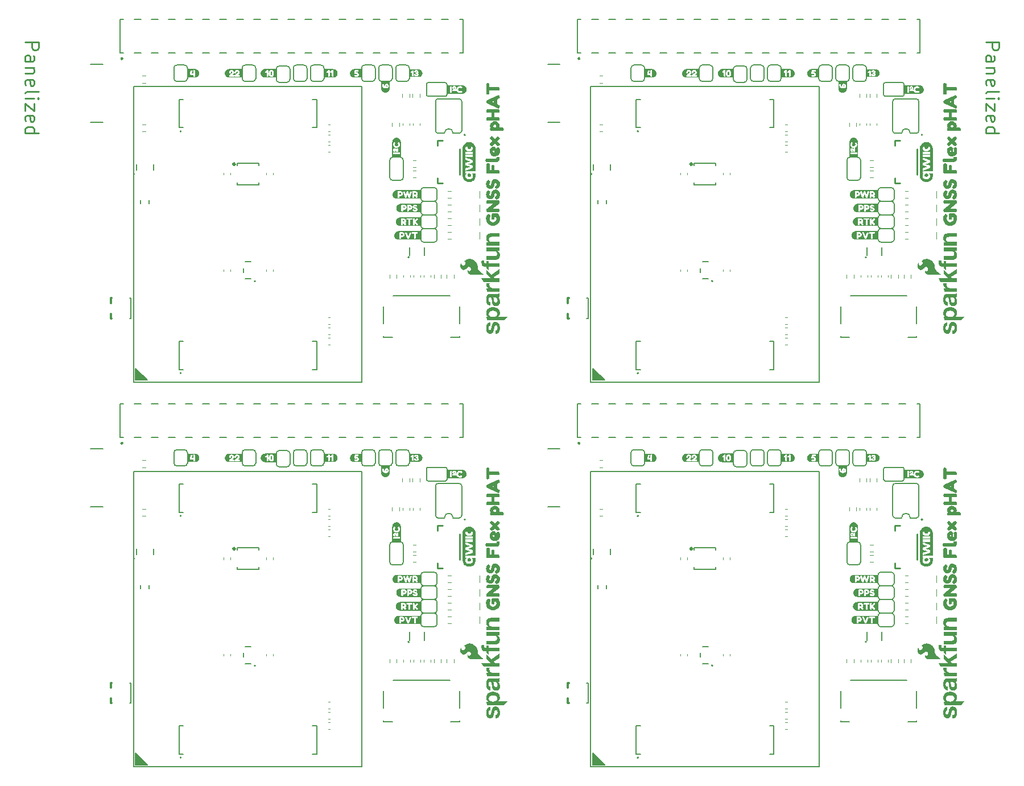
<source format=gto>
%TF.GenerationSoftware,KiCad,Pcbnew,8.0.7*%
%TF.CreationDate,2025-03-20T16:22:28+00:00*%
%TF.ProjectId,SparkFun_GNSS_Flex_pHAT_panelized,53706172-6b46-4756-9e5f-474e53535f46,v10*%
%TF.SameCoordinates,Original*%
%TF.FileFunction,Legend,Top*%
%TF.FilePolarity,Positive*%
%FSLAX46Y46*%
G04 Gerber Fmt 4.6, Leading zero omitted, Abs format (unit mm)*
G04 Created by KiCad (PCBNEW 8.0.7) date 2025-03-20 16:22:28*
%MOMM*%
%LPD*%
G01*
G04 APERTURE LIST*
%ADD10C,0.150000*%
%ADD11C,0.250000*%
%ADD12C,0.152400*%
%ADD13C,0.000000*%
%ADD14C,0.120000*%
%ADD15C,0.200000*%
%ADD16C,0.177800*%
%ADD17C,0.203200*%
%ADD18C,0.254000*%
%ADD19C,0.304800*%
%ADD20C,0.300000*%
%ADD21C,0.127000*%
G04 APERTURE END LIST*
D10*
X9000000Y45000000D02*
X43000000Y45000000D01*
X43000000Y1000000D01*
X9000000Y1000000D01*
X9000000Y45000000D01*
X9000000Y102250000D02*
X43000000Y102250000D01*
X43000000Y58250000D01*
X9000000Y58250000D01*
X9000000Y102250000D01*
X11050000Y1300000D02*
X9300000Y1300000D01*
X9300000Y3050000D01*
X11050000Y1300000D01*
G36*
X11050000Y1300000D02*
G01*
X9300000Y1300000D01*
X9300000Y3050000D01*
X11050000Y1300000D01*
G37*
X11050000Y58550000D02*
X9300000Y58550000D01*
X9300000Y60300000D01*
X11050000Y58550000D01*
G36*
X11050000Y58550000D02*
G01*
X9300000Y58550000D01*
X9300000Y60300000D01*
X11050000Y58550000D01*
G37*
X79090000Y58550000D02*
X77340000Y58550000D01*
X77340000Y60300000D01*
X79090000Y58550000D01*
G36*
X79090000Y58550000D02*
G01*
X77340000Y58550000D01*
X77340000Y60300000D01*
X79090000Y58550000D01*
G37*
X77040000Y45000000D02*
X111040000Y45000000D01*
X111040000Y1000000D01*
X77040000Y1000000D01*
X77040000Y45000000D01*
X77040000Y102250000D02*
X111040000Y102250000D01*
X111040000Y58250000D01*
X77040000Y58250000D01*
X77040000Y102250000D01*
X79090000Y1300000D02*
X77340000Y1300000D01*
X77340000Y3050000D01*
X79090000Y1300000D01*
G36*
X79090000Y1300000D02*
G01*
X77340000Y1300000D01*
X77340000Y3050000D01*
X79090000Y1300000D01*
G37*
D11*
X135802761Y108859337D02*
X137802761Y108859337D01*
X137802761Y108859337D02*
X137802761Y108097432D01*
X137802761Y108097432D02*
X137707523Y107906956D01*
X137707523Y107906956D02*
X137612285Y107811718D01*
X137612285Y107811718D02*
X137421809Y107716480D01*
X137421809Y107716480D02*
X137136095Y107716480D01*
X137136095Y107716480D02*
X136945619Y107811718D01*
X136945619Y107811718D02*
X136850380Y107906956D01*
X136850380Y107906956D02*
X136755142Y108097432D01*
X136755142Y108097432D02*
X136755142Y108859337D01*
X135802761Y106002194D02*
X136850380Y106002194D01*
X136850380Y106002194D02*
X137040857Y106097432D01*
X137040857Y106097432D02*
X137136095Y106287908D01*
X137136095Y106287908D02*
X137136095Y106668861D01*
X137136095Y106668861D02*
X137040857Y106859337D01*
X135898000Y106002194D02*
X135802761Y106192670D01*
X135802761Y106192670D02*
X135802761Y106668861D01*
X135802761Y106668861D02*
X135898000Y106859337D01*
X135898000Y106859337D02*
X136088476Y106954575D01*
X136088476Y106954575D02*
X136278952Y106954575D01*
X136278952Y106954575D02*
X136469428Y106859337D01*
X136469428Y106859337D02*
X136564666Y106668861D01*
X136564666Y106668861D02*
X136564666Y106192670D01*
X136564666Y106192670D02*
X136659904Y106002194D01*
X137136095Y105049813D02*
X135802761Y105049813D01*
X136945619Y105049813D02*
X137040857Y104954575D01*
X137040857Y104954575D02*
X137136095Y104764099D01*
X137136095Y104764099D02*
X137136095Y104478384D01*
X137136095Y104478384D02*
X137040857Y104287908D01*
X137040857Y104287908D02*
X136850380Y104192670D01*
X136850380Y104192670D02*
X135802761Y104192670D01*
X135898000Y102478384D02*
X135802761Y102668860D01*
X135802761Y102668860D02*
X135802761Y103049813D01*
X135802761Y103049813D02*
X135898000Y103240289D01*
X135898000Y103240289D02*
X136088476Y103335527D01*
X136088476Y103335527D02*
X136850380Y103335527D01*
X136850380Y103335527D02*
X137040857Y103240289D01*
X137040857Y103240289D02*
X137136095Y103049813D01*
X137136095Y103049813D02*
X137136095Y102668860D01*
X137136095Y102668860D02*
X137040857Y102478384D01*
X137040857Y102478384D02*
X136850380Y102383146D01*
X136850380Y102383146D02*
X136659904Y102383146D01*
X136659904Y102383146D02*
X136469428Y103335527D01*
X135802761Y101240289D02*
X135898000Y101430765D01*
X135898000Y101430765D02*
X136088476Y101526003D01*
X136088476Y101526003D02*
X137802761Y101526003D01*
X135802761Y100478384D02*
X137136095Y100478384D01*
X137802761Y100478384D02*
X137707523Y100573622D01*
X137707523Y100573622D02*
X137612285Y100478384D01*
X137612285Y100478384D02*
X137707523Y100383146D01*
X137707523Y100383146D02*
X137802761Y100478384D01*
X137802761Y100478384D02*
X137612285Y100478384D01*
X137136095Y99716479D02*
X137136095Y98668860D01*
X137136095Y98668860D02*
X135802761Y99716479D01*
X135802761Y99716479D02*
X135802761Y98668860D01*
X135898000Y97145050D02*
X135802761Y97335526D01*
X135802761Y97335526D02*
X135802761Y97716479D01*
X135802761Y97716479D02*
X135898000Y97906955D01*
X135898000Y97906955D02*
X136088476Y98002193D01*
X136088476Y98002193D02*
X136850380Y98002193D01*
X136850380Y98002193D02*
X137040857Y97906955D01*
X137040857Y97906955D02*
X137136095Y97716479D01*
X137136095Y97716479D02*
X137136095Y97335526D01*
X137136095Y97335526D02*
X137040857Y97145050D01*
X137040857Y97145050D02*
X136850380Y97049812D01*
X136850380Y97049812D02*
X136659904Y97049812D01*
X136659904Y97049812D02*
X136469428Y98002193D01*
X135802761Y95335526D02*
X137802761Y95335526D01*
X135898000Y95335526D02*
X135802761Y95526002D01*
X135802761Y95526002D02*
X135802761Y95906955D01*
X135802761Y95906955D02*
X135898000Y96097431D01*
X135898000Y96097431D02*
X135993238Y96192669D01*
X135993238Y96192669D02*
X136183714Y96287907D01*
X136183714Y96287907D02*
X136755142Y96287907D01*
X136755142Y96287907D02*
X136945619Y96192669D01*
X136945619Y96192669D02*
X137040857Y96097431D01*
X137040857Y96097431D02*
X137136095Y95906955D01*
X137136095Y95906955D02*
X137136095Y95526002D01*
X137136095Y95526002D02*
X137040857Y95335526D01*
X-7127239Y108859337D02*
X-5127239Y108859337D01*
X-5127239Y108859337D02*
X-5127239Y108097432D01*
X-5127239Y108097432D02*
X-5222477Y107906956D01*
X-5222477Y107906956D02*
X-5317715Y107811718D01*
X-5317715Y107811718D02*
X-5508191Y107716480D01*
X-5508191Y107716480D02*
X-5793905Y107716480D01*
X-5793905Y107716480D02*
X-5984381Y107811718D01*
X-5984381Y107811718D02*
X-6079620Y107906956D01*
X-6079620Y107906956D02*
X-6174858Y108097432D01*
X-6174858Y108097432D02*
X-6174858Y108859337D01*
X-7127239Y106002194D02*
X-6079620Y106002194D01*
X-6079620Y106002194D02*
X-5889143Y106097432D01*
X-5889143Y106097432D02*
X-5793905Y106287908D01*
X-5793905Y106287908D02*
X-5793905Y106668861D01*
X-5793905Y106668861D02*
X-5889143Y106859337D01*
X-7032000Y106002194D02*
X-7127239Y106192670D01*
X-7127239Y106192670D02*
X-7127239Y106668861D01*
X-7127239Y106668861D02*
X-7032000Y106859337D01*
X-7032000Y106859337D02*
X-6841524Y106954575D01*
X-6841524Y106954575D02*
X-6651048Y106954575D01*
X-6651048Y106954575D02*
X-6460572Y106859337D01*
X-6460572Y106859337D02*
X-6365334Y106668861D01*
X-6365334Y106668861D02*
X-6365334Y106192670D01*
X-6365334Y106192670D02*
X-6270096Y106002194D01*
X-5793905Y105049813D02*
X-7127239Y105049813D01*
X-5984381Y105049813D02*
X-5889143Y104954575D01*
X-5889143Y104954575D02*
X-5793905Y104764099D01*
X-5793905Y104764099D02*
X-5793905Y104478384D01*
X-5793905Y104478384D02*
X-5889143Y104287908D01*
X-5889143Y104287908D02*
X-6079620Y104192670D01*
X-6079620Y104192670D02*
X-7127239Y104192670D01*
X-7032000Y102478384D02*
X-7127239Y102668860D01*
X-7127239Y102668860D02*
X-7127239Y103049813D01*
X-7127239Y103049813D02*
X-7032000Y103240289D01*
X-7032000Y103240289D02*
X-6841524Y103335527D01*
X-6841524Y103335527D02*
X-6079620Y103335527D01*
X-6079620Y103335527D02*
X-5889143Y103240289D01*
X-5889143Y103240289D02*
X-5793905Y103049813D01*
X-5793905Y103049813D02*
X-5793905Y102668860D01*
X-5793905Y102668860D02*
X-5889143Y102478384D01*
X-5889143Y102478384D02*
X-6079620Y102383146D01*
X-6079620Y102383146D02*
X-6270096Y102383146D01*
X-6270096Y102383146D02*
X-6460572Y103335527D01*
X-7127239Y101240289D02*
X-7032000Y101430765D01*
X-7032000Y101430765D02*
X-6841524Y101526003D01*
X-6841524Y101526003D02*
X-5127239Y101526003D01*
X-7127239Y100478384D02*
X-5793905Y100478384D01*
X-5127239Y100478384D02*
X-5222477Y100573622D01*
X-5222477Y100573622D02*
X-5317715Y100478384D01*
X-5317715Y100478384D02*
X-5222477Y100383146D01*
X-5222477Y100383146D02*
X-5127239Y100478384D01*
X-5127239Y100478384D02*
X-5317715Y100478384D01*
X-5793905Y99716479D02*
X-5793905Y98668860D01*
X-5793905Y98668860D02*
X-7127239Y99716479D01*
X-7127239Y99716479D02*
X-7127239Y98668860D01*
X-7032000Y97145050D02*
X-7127239Y97335526D01*
X-7127239Y97335526D02*
X-7127239Y97716479D01*
X-7127239Y97716479D02*
X-7032000Y97906955D01*
X-7032000Y97906955D02*
X-6841524Y98002193D01*
X-6841524Y98002193D02*
X-6079620Y98002193D01*
X-6079620Y98002193D02*
X-5889143Y97906955D01*
X-5889143Y97906955D02*
X-5793905Y97716479D01*
X-5793905Y97716479D02*
X-5793905Y97335526D01*
X-5793905Y97335526D02*
X-5889143Y97145050D01*
X-5889143Y97145050D02*
X-6079620Y97049812D01*
X-6079620Y97049812D02*
X-6270096Y97049812D01*
X-6270096Y97049812D02*
X-6460572Y98002193D01*
X-7127239Y95335526D02*
X-5127239Y95335526D01*
X-7032000Y95335526D02*
X-7127239Y95526002D01*
X-7127239Y95526002D02*
X-7127239Y95906955D01*
X-7127239Y95906955D02*
X-7032000Y96097431D01*
X-7032000Y96097431D02*
X-6936762Y96192669D01*
X-6936762Y96192669D02*
X-6746286Y96287907D01*
X-6746286Y96287907D02*
X-6174858Y96287907D01*
X-6174858Y96287907D02*
X-5984381Y96192669D01*
X-5984381Y96192669D02*
X-5889143Y96097431D01*
X-5889143Y96097431D02*
X-5793905Y95906955D01*
X-5793905Y95906955D02*
X-5793905Y95526002D01*
X-5793905Y95526002D02*
X-5889143Y95335526D01*
D12*
%TO.C,JP5*%
X110966000Y46228000D02*
X110966000Y47752000D01*
X111423200Y48209200D02*
X112540800Y48209200D01*
X111423200Y45770800D02*
X112540800Y45770800D01*
X112998000Y47752000D02*
X112998000Y46228000D01*
X110966000Y47752000D02*
G75*
G02*
X111423200Y48209200I457201J-1D01*
G01*
X111423200Y45770800D02*
G75*
G02*
X110966000Y46228000I-3J457197D01*
G01*
X112540800Y48209200D02*
G75*
G02*
X112998000Y47752000I-1J-457201D01*
G01*
X112998000Y46228000D02*
G75*
G02*
X112540800Y45770800I-457200J0D01*
G01*
X110966000Y103478000D02*
X110966000Y105002000D01*
X111423200Y105459200D02*
X112540800Y105459200D01*
X111423200Y103020800D02*
X112540800Y103020800D01*
X112998000Y105002000D02*
X112998000Y103478000D01*
X110966000Y105002000D02*
G75*
G02*
X111423200Y105459200I457201J-1D01*
G01*
X111423200Y103020800D02*
G75*
G02*
X110966000Y103478000I-3J457197D01*
G01*
X112540800Y105459200D02*
G75*
G02*
X112998000Y105002000I-1J-457201D01*
G01*
X112998000Y103478000D02*
G75*
G02*
X112540800Y103020800I-457200J0D01*
G01*
X42926000Y103478000D02*
X42926000Y105002000D01*
X43383200Y105459200D02*
X44500800Y105459200D01*
X43383200Y103020800D02*
X44500800Y103020800D01*
X44958000Y105002000D02*
X44958000Y103478000D01*
X42926000Y105002000D02*
G75*
G02*
X43383200Y105459200I457201J-1D01*
G01*
X43383200Y103020800D02*
G75*
G02*
X42926000Y103478000I-3J457197D01*
G01*
X44500800Y105459200D02*
G75*
G02*
X44958000Y105002000I-1J-457201D01*
G01*
X44958000Y103478000D02*
G75*
G02*
X44500800Y103020800I-457200J0D01*
G01*
X42926000Y46228000D02*
X42926000Y47752000D01*
X43383200Y48209200D02*
X44500800Y48209200D01*
X43383200Y45770800D02*
X44500800Y45770800D01*
X44958000Y47752000D02*
X44958000Y46228000D01*
X42926000Y47752000D02*
G75*
G02*
X43383200Y48209200I457201J-1D01*
G01*
X43383200Y45770800D02*
G75*
G02*
X42926000Y46228000I-3J457197D01*
G01*
X44500800Y48209200D02*
G75*
G02*
X44958000Y47752000I-1J-457201D01*
G01*
X44958000Y46228000D02*
G75*
G02*
X44500800Y45770800I-457200J0D01*
G01*
%TO.C,JP4*%
X83026000Y46228000D02*
X83026000Y47752000D01*
X83483200Y48209200D02*
X84600800Y48209200D01*
X83483200Y45770800D02*
X84600800Y45770800D01*
X85058000Y47752000D02*
X85058000Y46228000D01*
X83026000Y47752000D02*
G75*
G02*
X83483200Y48209200I457201J-1D01*
G01*
X83483200Y45770800D02*
G75*
G02*
X83026000Y46228000I-3J457197D01*
G01*
X84600800Y48209200D02*
G75*
G02*
X85058000Y47752000I-1J-457201D01*
G01*
X85058000Y46228000D02*
G75*
G02*
X84600800Y45770800I-457200J0D01*
G01*
X83026000Y103478000D02*
X83026000Y105002000D01*
X83483200Y105459200D02*
X84600800Y105459200D01*
X83483200Y103020800D02*
X84600800Y103020800D01*
X85058000Y105002000D02*
X85058000Y103478000D01*
X83026000Y105002000D02*
G75*
G02*
X83483200Y105459200I457201J-1D01*
G01*
X83483200Y103020800D02*
G75*
G02*
X83026000Y103478000I-3J457197D01*
G01*
X84600800Y105459200D02*
G75*
G02*
X85058000Y105002000I-1J-457201D01*
G01*
X85058000Y103478000D02*
G75*
G02*
X84600800Y103020800I-457200J0D01*
G01*
X14986000Y103478000D02*
X14986000Y105002000D01*
X15443200Y105459200D02*
X16560800Y105459200D01*
X15443200Y103020800D02*
X16560800Y103020800D01*
X17018000Y105002000D02*
X17018000Y103478000D01*
X14986000Y105002000D02*
G75*
G02*
X15443200Y105459200I457201J-1D01*
G01*
X15443200Y103020800D02*
G75*
G02*
X14986000Y103478000I-3J457197D01*
G01*
X16560800Y105459200D02*
G75*
G02*
X17018000Y105002000I-1J-457201D01*
G01*
X17018000Y103478000D02*
G75*
G02*
X16560800Y103020800I-457200J0D01*
G01*
X14986000Y46228000D02*
X14986000Y47752000D01*
X15443200Y48209200D02*
X16560800Y48209200D01*
X15443200Y45770800D02*
X16560800Y45770800D01*
X17018000Y47752000D02*
X17018000Y46228000D01*
X14986000Y47752000D02*
G75*
G02*
X15443200Y48209200I457201J-1D01*
G01*
X15443200Y45770800D02*
G75*
G02*
X14986000Y46228000I-3J457197D01*
G01*
X16560800Y48209200D02*
G75*
G02*
X17018000Y47752000I-1J-457201D01*
G01*
X17018000Y46228000D02*
G75*
G02*
X16560800Y45770800I-457200J0D01*
G01*
D13*
%TO.C,kibuzzard-678F893B*%
G36*
X116812247Y35409109D02*
G01*
X116812247Y35094374D01*
X116812247Y34964188D01*
X116812247Y34487316D01*
X115533753Y34487316D01*
X115533753Y34964188D01*
X115533753Y35095804D01*
X115677292Y35095804D01*
X115687306Y35019982D01*
X115720210Y34979925D01*
X115759552Y34966334D01*
X115807478Y34964188D01*
X116547106Y34964188D01*
X116596462Y34966334D01*
X116635804Y34979925D01*
X116668708Y35019982D01*
X116678722Y35094374D01*
X116668708Y35170196D01*
X116636519Y35210254D01*
X116597893Y35223845D01*
X116548536Y35225990D01*
X115808908Y35225990D01*
X115759552Y35223845D01*
X115720210Y35210254D01*
X115687306Y35170196D01*
X115677292Y35095804D01*
X115533753Y35095804D01*
X115533753Y35562185D01*
X115652971Y35562185D01*
X115673358Y35455247D01*
X115734516Y35366191D01*
X115824645Y35306105D01*
X115931941Y35286076D01*
X115966276Y35288222D01*
X115999180Y35298952D01*
X116029223Y35330425D01*
X116039237Y35389081D01*
X116030654Y35452743D01*
X116004903Y35489224D01*
X115971283Y35504245D01*
X115931941Y35507822D01*
X115914774Y35509968D01*
X115889023Y35525704D01*
X115873286Y35563616D01*
X115884016Y35597235D01*
X115903329Y35614402D01*
X115914774Y35617979D01*
X115991312Y35581498D01*
X116026183Y35536255D01*
X116063558Y35473487D01*
X116098608Y35412328D01*
X116126505Y35371913D01*
X116194102Y35308608D01*
X116273858Y35287507D01*
X116359695Y35320411D01*
X116391169Y35409109D01*
X116391169Y35772485D01*
X116389023Y35805390D01*
X116377578Y35833287D01*
X116344674Y35857607D01*
X116282442Y35865475D01*
X116218064Y35856892D01*
X116184445Y35831856D01*
X116173000Y35803959D01*
X116170854Y35772485D01*
X116170854Y35698093D01*
X116098052Y35776777D01*
X116018891Y35823988D01*
X115933372Y35839724D01*
X115824109Y35819696D01*
X115733801Y35759610D01*
X115673179Y35670196D01*
X115652971Y35562185D01*
X115533753Y35562185D01*
X115533753Y36413401D01*
X115667278Y36413401D01*
X115671569Y36350275D01*
X115684445Y36283930D01*
X115707156Y36215261D01*
X115740954Y36145161D01*
X115784588Y36078101D01*
X115836805Y36018551D01*
X115901004Y35967764D01*
X115980582Y35926992D01*
X116072142Y35900168D01*
X116172285Y35891227D01*
X116276362Y35900347D01*
X116371140Y35927707D01*
X116453222Y35969016D01*
X116519209Y36019982D01*
X116572857Y36079531D01*
X116617921Y36146591D01*
X116652793Y36216334D01*
X116675861Y36283930D01*
X116688737Y36348487D01*
X116693029Y36409109D01*
X116684127Y36501622D01*
X116657422Y36590320D01*
X116612914Y36675204D01*
X116569280Y36733859D01*
X116517063Y36753887D01*
X116434087Y36722414D01*
X116372928Y36670912D01*
X116352542Y36622271D01*
X116381155Y36550740D01*
X116416562Y36478852D01*
X116428365Y36403387D01*
X116405475Y36294660D01*
X116373465Y36242979D01*
X116323215Y36196663D01*
X116257585Y36163938D01*
X116179438Y36153029D01*
X116118637Y36159109D01*
X116064989Y36177350D01*
X115987020Y36241012D01*
X115944817Y36321842D01*
X115930511Y36403387D01*
X115931941Y36437722D01*
X115936948Y36466334D01*
X115942671Y36489224D01*
X115949824Y36508537D01*
X115957692Y36522128D01*
X115965561Y36534288D01*
X115971999Y36543587D01*
X116004903Y36620840D01*
X115985589Y36670196D01*
X115927649Y36723845D01*
X115847535Y36755318D01*
X115804617Y36741727D01*
X115774574Y36715261D01*
X115747392Y36676634D01*
X115702884Y36586347D01*
X115676179Y36498602D01*
X115667278Y36413401D01*
X115533753Y36413401D01*
X115533753Y36755318D01*
X115533753Y36755437D01*
X115536832Y36818094D01*
X115546036Y36880148D01*
X115561279Y36941001D01*
X115582413Y37000066D01*
X115609235Y37056776D01*
X115641486Y37110584D01*
X115678856Y37160971D01*
X115720984Y37207453D01*
X115767466Y37249582D01*
X115817854Y37286951D01*
X115871661Y37319202D01*
X115928371Y37346024D01*
X115987437Y37367158D01*
X116048289Y37382401D01*
X116110343Y37391606D01*
X116173000Y37394684D01*
X116235657Y37391606D01*
X116297711Y37382401D01*
X116358563Y37367158D01*
X116417629Y37346024D01*
X116474339Y37319202D01*
X116528146Y37286951D01*
X116578534Y37249582D01*
X116625016Y37207453D01*
X116667144Y37160971D01*
X116704514Y37110584D01*
X116736765Y37056776D01*
X116763587Y37000066D01*
X116784721Y36941001D01*
X116799964Y36880148D01*
X116809168Y36818094D01*
X116812247Y36755437D01*
X116812247Y36755318D01*
X116812247Y36409109D01*
X116812247Y35409109D01*
G37*
G36*
X116812247Y92659109D02*
G01*
X116812247Y92344374D01*
X116812247Y92214188D01*
X116812247Y91737316D01*
X115533753Y91737316D01*
X115533753Y92214188D01*
X115533753Y92345804D01*
X115677292Y92345804D01*
X115687306Y92269982D01*
X115720210Y92229925D01*
X115759552Y92216334D01*
X115807478Y92214188D01*
X116547106Y92214188D01*
X116596462Y92216334D01*
X116635804Y92229925D01*
X116668708Y92269982D01*
X116678722Y92344374D01*
X116668708Y92420196D01*
X116636519Y92460254D01*
X116597893Y92473845D01*
X116548536Y92475990D01*
X115808908Y92475990D01*
X115759552Y92473845D01*
X115720210Y92460254D01*
X115687306Y92420196D01*
X115677292Y92345804D01*
X115533753Y92345804D01*
X115533753Y92812185D01*
X115652971Y92812185D01*
X115673358Y92705247D01*
X115734516Y92616191D01*
X115824645Y92556105D01*
X115931941Y92536076D01*
X115966276Y92538222D01*
X115999180Y92548952D01*
X116029223Y92580425D01*
X116039237Y92639081D01*
X116030654Y92702743D01*
X116004903Y92739224D01*
X115971283Y92754245D01*
X115931941Y92757822D01*
X115914774Y92759968D01*
X115889023Y92775704D01*
X115873286Y92813616D01*
X115884016Y92847235D01*
X115903329Y92864402D01*
X115914774Y92867979D01*
X115991312Y92831498D01*
X116026183Y92786255D01*
X116063558Y92723487D01*
X116098608Y92662328D01*
X116126505Y92621913D01*
X116194102Y92558608D01*
X116273858Y92537507D01*
X116359695Y92570411D01*
X116391169Y92659109D01*
X116391169Y93022485D01*
X116389023Y93055390D01*
X116377578Y93083287D01*
X116344674Y93107607D01*
X116282442Y93115475D01*
X116218064Y93106892D01*
X116184445Y93081856D01*
X116173000Y93053959D01*
X116170854Y93022485D01*
X116170854Y92948093D01*
X116098052Y93026777D01*
X116018891Y93073988D01*
X115933372Y93089724D01*
X115824109Y93069696D01*
X115733801Y93009610D01*
X115673179Y92920196D01*
X115652971Y92812185D01*
X115533753Y92812185D01*
X115533753Y93663401D01*
X115667278Y93663401D01*
X115671569Y93600275D01*
X115684445Y93533930D01*
X115707156Y93465261D01*
X115740954Y93395161D01*
X115784588Y93328101D01*
X115836805Y93268551D01*
X115901004Y93217764D01*
X115980582Y93176992D01*
X116072142Y93150168D01*
X116172285Y93141227D01*
X116276362Y93150347D01*
X116371140Y93177707D01*
X116453222Y93219016D01*
X116519209Y93269982D01*
X116572857Y93329531D01*
X116617921Y93396591D01*
X116652793Y93466334D01*
X116675861Y93533930D01*
X116688737Y93598487D01*
X116693029Y93659109D01*
X116684127Y93751622D01*
X116657422Y93840320D01*
X116612914Y93925204D01*
X116569280Y93983859D01*
X116517063Y94003887D01*
X116434087Y93972414D01*
X116372928Y93920912D01*
X116352542Y93872271D01*
X116381155Y93800740D01*
X116416562Y93728852D01*
X116428365Y93653387D01*
X116405475Y93544660D01*
X116373465Y93492979D01*
X116323215Y93446663D01*
X116257585Y93413938D01*
X116179438Y93403029D01*
X116118637Y93409109D01*
X116064989Y93427350D01*
X115987020Y93491012D01*
X115944817Y93571842D01*
X115930511Y93653387D01*
X115931941Y93687722D01*
X115936948Y93716334D01*
X115942671Y93739224D01*
X115949824Y93758537D01*
X115957692Y93772128D01*
X115965561Y93784288D01*
X115971999Y93793587D01*
X116004903Y93870840D01*
X115985589Y93920196D01*
X115927649Y93973845D01*
X115847535Y94005318D01*
X115804617Y93991727D01*
X115774574Y93965261D01*
X115747392Y93926634D01*
X115702884Y93836347D01*
X115676179Y93748602D01*
X115667278Y93663401D01*
X115533753Y93663401D01*
X115533753Y94005318D01*
X115533753Y94005437D01*
X115536832Y94068094D01*
X115546036Y94130148D01*
X115561279Y94191001D01*
X115582413Y94250066D01*
X115609235Y94306776D01*
X115641486Y94360584D01*
X115678856Y94410971D01*
X115720984Y94457453D01*
X115767466Y94499582D01*
X115817854Y94536951D01*
X115871661Y94569202D01*
X115928371Y94596024D01*
X115987437Y94617158D01*
X116048289Y94632401D01*
X116110343Y94641606D01*
X116173000Y94644684D01*
X116235657Y94641606D01*
X116297711Y94632401D01*
X116358563Y94617158D01*
X116417629Y94596024D01*
X116474339Y94569202D01*
X116528146Y94536951D01*
X116578534Y94499582D01*
X116625016Y94457453D01*
X116667144Y94410971D01*
X116704514Y94360584D01*
X116736765Y94306776D01*
X116763587Y94250066D01*
X116784721Y94191001D01*
X116799964Y94130148D01*
X116809168Y94068094D01*
X116812247Y94005437D01*
X116812247Y94005318D01*
X116812247Y93659109D01*
X116812247Y92659109D01*
G37*
G36*
X48772247Y92659109D02*
G01*
X48772247Y92344374D01*
X48772247Y92214188D01*
X48772247Y91737316D01*
X47493753Y91737316D01*
X47493753Y92214188D01*
X47493753Y92345804D01*
X47637292Y92345804D01*
X47647306Y92269982D01*
X47680210Y92229925D01*
X47719552Y92216334D01*
X47767478Y92214188D01*
X48507106Y92214188D01*
X48556462Y92216334D01*
X48595804Y92229925D01*
X48628708Y92269982D01*
X48638722Y92344374D01*
X48628708Y92420196D01*
X48596519Y92460254D01*
X48557893Y92473845D01*
X48508536Y92475990D01*
X47768908Y92475990D01*
X47719552Y92473845D01*
X47680210Y92460254D01*
X47647306Y92420196D01*
X47637292Y92345804D01*
X47493753Y92345804D01*
X47493753Y92812185D01*
X47612971Y92812185D01*
X47633358Y92705247D01*
X47694516Y92616191D01*
X47784645Y92556105D01*
X47891941Y92536076D01*
X47926276Y92538222D01*
X47959180Y92548952D01*
X47989223Y92580425D01*
X47999237Y92639081D01*
X47990654Y92702743D01*
X47964903Y92739224D01*
X47931283Y92754245D01*
X47891941Y92757822D01*
X47874774Y92759968D01*
X47849023Y92775704D01*
X47833286Y92813616D01*
X47844016Y92847235D01*
X47863329Y92864402D01*
X47874774Y92867979D01*
X47951312Y92831498D01*
X47986183Y92786255D01*
X48023558Y92723487D01*
X48058608Y92662328D01*
X48086505Y92621913D01*
X48154102Y92558608D01*
X48233858Y92537507D01*
X48319695Y92570411D01*
X48351169Y92659109D01*
X48351169Y93022485D01*
X48349023Y93055390D01*
X48337578Y93083287D01*
X48304674Y93107607D01*
X48242442Y93115475D01*
X48178064Y93106892D01*
X48144445Y93081856D01*
X48133000Y93053959D01*
X48130854Y93022485D01*
X48130854Y92948093D01*
X48058052Y93026777D01*
X47978891Y93073988D01*
X47893372Y93089724D01*
X47784109Y93069696D01*
X47693801Y93009610D01*
X47633179Y92920196D01*
X47612971Y92812185D01*
X47493753Y92812185D01*
X47493753Y93663401D01*
X47627278Y93663401D01*
X47631569Y93600275D01*
X47644445Y93533930D01*
X47667156Y93465261D01*
X47700954Y93395161D01*
X47744588Y93328101D01*
X47796805Y93268551D01*
X47861004Y93217764D01*
X47940582Y93176992D01*
X48032142Y93150168D01*
X48132285Y93141227D01*
X48236362Y93150347D01*
X48331140Y93177707D01*
X48413222Y93219016D01*
X48479209Y93269982D01*
X48532857Y93329531D01*
X48577921Y93396591D01*
X48612793Y93466334D01*
X48635861Y93533930D01*
X48648737Y93598487D01*
X48653029Y93659109D01*
X48644127Y93751622D01*
X48617422Y93840320D01*
X48572914Y93925204D01*
X48529280Y93983859D01*
X48477063Y94003887D01*
X48394087Y93972414D01*
X48332928Y93920912D01*
X48312542Y93872271D01*
X48341155Y93800740D01*
X48376562Y93728852D01*
X48388365Y93653387D01*
X48365475Y93544660D01*
X48333465Y93492979D01*
X48283215Y93446663D01*
X48217585Y93413938D01*
X48139438Y93403029D01*
X48078637Y93409109D01*
X48024989Y93427350D01*
X47947020Y93491012D01*
X47904817Y93571842D01*
X47890511Y93653387D01*
X47891941Y93687722D01*
X47896948Y93716334D01*
X47902671Y93739224D01*
X47909824Y93758537D01*
X47917692Y93772128D01*
X47925561Y93784288D01*
X47931999Y93793587D01*
X47964903Y93870840D01*
X47945589Y93920196D01*
X47887649Y93973845D01*
X47807535Y94005318D01*
X47764617Y93991727D01*
X47734574Y93965261D01*
X47707392Y93926634D01*
X47662884Y93836347D01*
X47636179Y93748602D01*
X47627278Y93663401D01*
X47493753Y93663401D01*
X47493753Y94005318D01*
X47493753Y94005437D01*
X47496832Y94068094D01*
X47506036Y94130148D01*
X47521279Y94191001D01*
X47542413Y94250066D01*
X47569235Y94306776D01*
X47601486Y94360584D01*
X47638856Y94410971D01*
X47680984Y94457453D01*
X47727466Y94499582D01*
X47777854Y94536951D01*
X47831661Y94569202D01*
X47888371Y94596024D01*
X47947437Y94617158D01*
X48008289Y94632401D01*
X48070343Y94641606D01*
X48133000Y94644684D01*
X48195657Y94641606D01*
X48257711Y94632401D01*
X48318563Y94617158D01*
X48377629Y94596024D01*
X48434339Y94569202D01*
X48488146Y94536951D01*
X48538534Y94499582D01*
X48585016Y94457453D01*
X48627144Y94410971D01*
X48664514Y94360584D01*
X48696765Y94306776D01*
X48723587Y94250066D01*
X48744721Y94191001D01*
X48759964Y94130148D01*
X48769168Y94068094D01*
X48772247Y94005437D01*
X48772247Y94005318D01*
X48772247Y93659109D01*
X48772247Y92659109D01*
G37*
G36*
X48772247Y35409109D02*
G01*
X48772247Y35094374D01*
X48772247Y34964188D01*
X48772247Y34487316D01*
X47493753Y34487316D01*
X47493753Y34964188D01*
X47493753Y35095804D01*
X47637292Y35095804D01*
X47647306Y35019982D01*
X47680210Y34979925D01*
X47719552Y34966334D01*
X47767478Y34964188D01*
X48507106Y34964188D01*
X48556462Y34966334D01*
X48595804Y34979925D01*
X48628708Y35019982D01*
X48638722Y35094374D01*
X48628708Y35170196D01*
X48596519Y35210254D01*
X48557893Y35223845D01*
X48508536Y35225990D01*
X47768908Y35225990D01*
X47719552Y35223845D01*
X47680210Y35210254D01*
X47647306Y35170196D01*
X47637292Y35095804D01*
X47493753Y35095804D01*
X47493753Y35562185D01*
X47612971Y35562185D01*
X47633358Y35455247D01*
X47694516Y35366191D01*
X47784645Y35306105D01*
X47891941Y35286076D01*
X47926276Y35288222D01*
X47959180Y35298952D01*
X47989223Y35330425D01*
X47999237Y35389081D01*
X47990654Y35452743D01*
X47964903Y35489224D01*
X47931283Y35504245D01*
X47891941Y35507822D01*
X47874774Y35509968D01*
X47849023Y35525704D01*
X47833286Y35563616D01*
X47844016Y35597235D01*
X47863329Y35614402D01*
X47874774Y35617979D01*
X47951312Y35581498D01*
X47986183Y35536255D01*
X48023558Y35473487D01*
X48058608Y35412328D01*
X48086505Y35371913D01*
X48154102Y35308608D01*
X48233858Y35287507D01*
X48319695Y35320411D01*
X48351169Y35409109D01*
X48351169Y35772485D01*
X48349023Y35805390D01*
X48337578Y35833287D01*
X48304674Y35857607D01*
X48242442Y35865475D01*
X48178064Y35856892D01*
X48144445Y35831856D01*
X48133000Y35803959D01*
X48130854Y35772485D01*
X48130854Y35698093D01*
X48058052Y35776777D01*
X47978891Y35823988D01*
X47893372Y35839724D01*
X47784109Y35819696D01*
X47693801Y35759610D01*
X47633179Y35670196D01*
X47612971Y35562185D01*
X47493753Y35562185D01*
X47493753Y36413401D01*
X47627278Y36413401D01*
X47631569Y36350275D01*
X47644445Y36283930D01*
X47667156Y36215261D01*
X47700954Y36145161D01*
X47744588Y36078101D01*
X47796805Y36018551D01*
X47861004Y35967764D01*
X47940582Y35926992D01*
X48032142Y35900168D01*
X48132285Y35891227D01*
X48236362Y35900347D01*
X48331140Y35927707D01*
X48413222Y35969016D01*
X48479209Y36019982D01*
X48532857Y36079531D01*
X48577921Y36146591D01*
X48612793Y36216334D01*
X48635861Y36283930D01*
X48648737Y36348487D01*
X48653029Y36409109D01*
X48644127Y36501622D01*
X48617422Y36590320D01*
X48572914Y36675204D01*
X48529280Y36733859D01*
X48477063Y36753887D01*
X48394087Y36722414D01*
X48332928Y36670912D01*
X48312542Y36622271D01*
X48341155Y36550740D01*
X48376562Y36478852D01*
X48388365Y36403387D01*
X48365475Y36294660D01*
X48333465Y36242979D01*
X48283215Y36196663D01*
X48217585Y36163938D01*
X48139438Y36153029D01*
X48078637Y36159109D01*
X48024989Y36177350D01*
X47947020Y36241012D01*
X47904817Y36321842D01*
X47890511Y36403387D01*
X47891941Y36437722D01*
X47896948Y36466334D01*
X47902671Y36489224D01*
X47909824Y36508537D01*
X47917692Y36522128D01*
X47925561Y36534288D01*
X47931999Y36543587D01*
X47964903Y36620840D01*
X47945589Y36670196D01*
X47887649Y36723845D01*
X47807535Y36755318D01*
X47764617Y36741727D01*
X47734574Y36715261D01*
X47707392Y36676634D01*
X47662884Y36586347D01*
X47636179Y36498602D01*
X47627278Y36413401D01*
X47493753Y36413401D01*
X47493753Y36755318D01*
X47493753Y36755437D01*
X47496832Y36818094D01*
X47506036Y36880148D01*
X47521279Y36941001D01*
X47542413Y37000066D01*
X47569235Y37056776D01*
X47601486Y37110584D01*
X47638856Y37160971D01*
X47680984Y37207453D01*
X47727466Y37249582D01*
X47777854Y37286951D01*
X47831661Y37319202D01*
X47888371Y37346024D01*
X47947437Y37367158D01*
X48008289Y37382401D01*
X48070343Y37391606D01*
X48133000Y37394684D01*
X48195657Y37391606D01*
X48257711Y37382401D01*
X48318563Y37367158D01*
X48377629Y37346024D01*
X48434339Y37319202D01*
X48488146Y37286951D01*
X48538534Y37249582D01*
X48585016Y37207453D01*
X48627144Y37160971D01*
X48664514Y37110584D01*
X48696765Y37056776D01*
X48723587Y37000066D01*
X48744721Y36941001D01*
X48759964Y36880148D01*
X48769168Y36818094D01*
X48772247Y36755437D01*
X48772247Y36755318D01*
X48772247Y36409109D01*
X48772247Y35409109D01*
G37*
D14*
%TO.C,R5*%
X51037258Y89776500D02*
X50562742Y89776500D01*
X51037258Y88731500D02*
X50562742Y88731500D01*
X51037258Y32526500D02*
X50562742Y32526500D01*
X51037258Y31481500D02*
X50562742Y31481500D01*
X119077258Y32526500D02*
X118602742Y32526500D01*
X119077258Y31481500D02*
X118602742Y31481500D01*
X119077258Y89776500D02*
X118602742Y89776500D01*
X119077258Y88731500D02*
X118602742Y88731500D01*
D12*
%TO.C,JP10*%
X30226000Y46101000D02*
X30226000Y47625000D01*
X30683200Y48082200D02*
X31800800Y48082200D01*
X30683200Y45643800D02*
X31800800Y45643800D01*
X32258000Y47625000D02*
X32258000Y46101000D01*
X30226000Y47625000D02*
G75*
G02*
X30683200Y48082200I457201J-1D01*
G01*
X30683200Y45643800D02*
G75*
G02*
X30226000Y46101000I-3J457197D01*
G01*
X31800800Y48082200D02*
G75*
G02*
X32258000Y47625000I-1J-457201D01*
G01*
X32258000Y46101000D02*
G75*
G02*
X31800800Y45643800I-457200J0D01*
G01*
X30226000Y103351000D02*
X30226000Y104875000D01*
X30683200Y105332200D02*
X31800800Y105332200D01*
X30683200Y102893800D02*
X31800800Y102893800D01*
X32258000Y104875000D02*
X32258000Y103351000D01*
X30226000Y104875000D02*
G75*
G02*
X30683200Y105332200I457201J-1D01*
G01*
X30683200Y102893800D02*
G75*
G02*
X30226000Y103351000I-3J457197D01*
G01*
X31800800Y105332200D02*
G75*
G02*
X32258000Y104875000I-1J-457201D01*
G01*
X32258000Y103351000D02*
G75*
G02*
X31800800Y102893800I-457200J0D01*
G01*
X98266000Y46101000D02*
X98266000Y47625000D01*
X98723200Y48082200D02*
X99840800Y48082200D01*
X98723200Y45643800D02*
X99840800Y45643800D01*
X100298000Y47625000D02*
X100298000Y46101000D01*
X98266000Y47625000D02*
G75*
G02*
X98723200Y48082200I457201J-1D01*
G01*
X98723200Y45643800D02*
G75*
G02*
X98266000Y46101000I-3J457197D01*
G01*
X99840800Y48082200D02*
G75*
G02*
X100298000Y47625000I-1J-457201D01*
G01*
X100298000Y46101000D02*
G75*
G02*
X99840800Y45643800I-457200J0D01*
G01*
X98266000Y103351000D02*
X98266000Y104875000D01*
X98723200Y105332200D02*
X99840800Y105332200D01*
X98723200Y102893800D02*
X99840800Y102893800D01*
X100298000Y104875000D02*
X100298000Y103351000D01*
X98266000Y104875000D02*
G75*
G02*
X98723200Y105332200I457201J-1D01*
G01*
X98723200Y102893800D02*
G75*
G02*
X98266000Y103351000I-3J457197D01*
G01*
X99840800Y105332200D02*
G75*
G02*
X100298000Y104875000I-1J-457201D01*
G01*
X100298000Y103351000D02*
G75*
G02*
X99840800Y102893800I-457200J0D01*
G01*
D14*
%TO.C,C15*%
X105999420Y93574000D02*
X106280580Y93574000D01*
X105999420Y92554000D02*
X106280580Y92554000D01*
X37959420Y36324000D02*
X38240580Y36324000D01*
X37959420Y35304000D02*
X38240580Y35304000D01*
X37959420Y93574000D02*
X38240580Y93574000D01*
X37959420Y92554000D02*
X38240580Y92554000D01*
X105999420Y36324000D02*
X106280580Y36324000D01*
X105999420Y35304000D02*
X106280580Y35304000D01*
%TO.C,C12*%
X37959420Y67920000D02*
X38240580Y67920000D01*
X37959420Y66900000D02*
X38240580Y66900000D01*
X105999420Y10670000D02*
X106280580Y10670000D01*
X105999420Y9650000D02*
X106280580Y9650000D01*
X105999420Y67920000D02*
X106280580Y67920000D01*
X105999420Y66900000D02*
X106280580Y66900000D01*
X37959420Y10670000D02*
X38240580Y10670000D01*
X37959420Y9650000D02*
X38240580Y9650000D01*
D13*
%TO.C,kibuzzard-678F8D86*%
G36*
X93203852Y103611483D02*
G01*
X92846198Y103611483D01*
X92196699Y103611483D01*
X91386970Y103611483D01*
X91256784Y103611483D01*
X91256665Y103611483D01*
X91195060Y103614510D01*
X91134048Y103623560D01*
X91074216Y103638547D01*
X91016142Y103659326D01*
X90960384Y103685698D01*
X90907480Y103717407D01*
X90857938Y103754150D01*
X90812237Y103795571D01*
X90770815Y103841273D01*
X90734073Y103890815D01*
X90702363Y103943719D01*
X90675991Y103999477D01*
X90655212Y104057551D01*
X90640225Y104117382D01*
X90631175Y104178395D01*
X90628148Y104240000D01*
X90631175Y104301605D01*
X90640225Y104362618D01*
X90644271Y104378770D01*
X91256784Y104378770D01*
X91258930Y104329413D01*
X91272521Y104290072D01*
X91312578Y104257167D01*
X91386970Y104247153D01*
X91462793Y104256452D01*
X91502850Y104286495D01*
X91516441Y104322976D01*
X91518587Y104368755D01*
X91546484Y104457811D01*
X91630175Y104487496D01*
X91702421Y104468183D01*
X91733895Y104430987D01*
X91738902Y104393076D01*
X91726205Y104337997D01*
X91688115Y104284349D01*
X91633573Y104235708D01*
X91571520Y104195651D01*
X91502493Y104155415D01*
X91427028Y104106237D01*
X91358000Y104053484D01*
X91308287Y104002518D01*
X91269660Y103936352D01*
X91256784Y103863748D01*
X91295411Y103770043D01*
X91386970Y103730701D01*
X91903423Y103730701D01*
X91952779Y103733562D01*
X91993551Y103747868D01*
X92026455Y103787210D01*
X92036470Y103860887D01*
X92026455Y103936710D01*
X91994267Y103976767D01*
X91955640Y103991073D01*
X91906284Y103993934D01*
X91727457Y103993934D01*
X91813294Y104044721D01*
X91900561Y104119828D01*
X91941870Y104170615D01*
X91974238Y104231416D01*
X91995161Y104299371D01*
X92002135Y104371617D01*
X92001268Y104378770D01*
X92066513Y104378770D01*
X92068659Y104329413D01*
X92082249Y104290072D01*
X92122307Y104257167D01*
X92196699Y104247153D01*
X92272521Y104256452D01*
X92312578Y104286495D01*
X92326169Y104322976D01*
X92328315Y104368755D01*
X92356212Y104457811D01*
X92439903Y104487496D01*
X92512149Y104468183D01*
X92543623Y104430987D01*
X92548630Y104393076D01*
X92535933Y104337997D01*
X92497843Y104284349D01*
X92443301Y104235708D01*
X92381248Y104195651D01*
X92312221Y104155415D01*
X92236756Y104106237D01*
X92167729Y104053484D01*
X92118015Y104002518D01*
X92079388Y103936352D01*
X92066513Y103863748D01*
X92105139Y103770043D01*
X92196699Y103730701D01*
X92713151Y103730701D01*
X92762507Y103733562D01*
X92803279Y103747868D01*
X92836184Y103787210D01*
X92846198Y103860887D01*
X92836184Y103936710D01*
X92803995Y103976767D01*
X92765368Y103991073D01*
X92716012Y103993934D01*
X92537185Y103993934D01*
X92623022Y104044721D01*
X92710289Y104119828D01*
X92751598Y104170615D01*
X92783966Y104231416D01*
X92804889Y104299371D01*
X92811863Y104371617D01*
X92799782Y104471283D01*
X92763540Y104560458D01*
X92703136Y104639142D01*
X92625406Y104700340D01*
X92537185Y104737059D01*
X92438473Y104749299D01*
X92334832Y104736582D01*
X92245181Y104698433D01*
X92169517Y104634850D01*
X92112292Y104555530D01*
X92077958Y104470170D01*
X92066513Y104378770D01*
X92001268Y104378770D01*
X91990054Y104471283D01*
X91953812Y104560458D01*
X91893408Y104639142D01*
X91815678Y104700340D01*
X91727457Y104737059D01*
X91628744Y104749299D01*
X91525104Y104736582D01*
X91435452Y104698433D01*
X91359789Y104634850D01*
X91302564Y104555530D01*
X91268229Y104470170D01*
X91256784Y104378770D01*
X90644271Y104378770D01*
X90655212Y104422449D01*
X90675991Y104480523D01*
X90702363Y104536281D01*
X90734073Y104589185D01*
X90770815Y104638727D01*
X90812237Y104684429D01*
X90857938Y104725850D01*
X90907480Y104762593D01*
X90960384Y104794302D01*
X91016142Y104820674D01*
X91074216Y104841453D01*
X91134048Y104856440D01*
X91195060Y104865490D01*
X91256665Y104868517D01*
X91256784Y104868517D01*
X92846198Y104868517D01*
X93203852Y104868517D01*
X93203852Y103611483D01*
G37*
G36*
X93203852Y46361483D02*
G01*
X92846198Y46361483D01*
X92196699Y46361483D01*
X91386970Y46361483D01*
X91256784Y46361483D01*
X91256665Y46361483D01*
X91195060Y46364510D01*
X91134048Y46373560D01*
X91074216Y46388547D01*
X91016142Y46409326D01*
X90960384Y46435698D01*
X90907480Y46467407D01*
X90857938Y46504150D01*
X90812237Y46545571D01*
X90770815Y46591273D01*
X90734073Y46640815D01*
X90702363Y46693719D01*
X90675991Y46749477D01*
X90655212Y46807551D01*
X90640225Y46867382D01*
X90631175Y46928395D01*
X90628148Y46990000D01*
X90631175Y47051605D01*
X90640225Y47112618D01*
X90644271Y47128770D01*
X91256784Y47128770D01*
X91258930Y47079413D01*
X91272521Y47040072D01*
X91312578Y47007167D01*
X91386970Y46997153D01*
X91462793Y47006452D01*
X91502850Y47036495D01*
X91516441Y47072976D01*
X91518587Y47118755D01*
X91546484Y47207811D01*
X91630175Y47237496D01*
X91702421Y47218183D01*
X91733895Y47180987D01*
X91738902Y47143076D01*
X91726205Y47087997D01*
X91688115Y47034349D01*
X91633573Y46985708D01*
X91571520Y46945651D01*
X91502493Y46905415D01*
X91427028Y46856237D01*
X91358000Y46803484D01*
X91308287Y46752518D01*
X91269660Y46686352D01*
X91256784Y46613748D01*
X91295411Y46520043D01*
X91386970Y46480701D01*
X91903423Y46480701D01*
X91952779Y46483562D01*
X91993551Y46497868D01*
X92026455Y46537210D01*
X92036470Y46610887D01*
X92026455Y46686710D01*
X91994267Y46726767D01*
X91955640Y46741073D01*
X91906284Y46743934D01*
X91727457Y46743934D01*
X91813294Y46794721D01*
X91900561Y46869828D01*
X91941870Y46920615D01*
X91974238Y46981416D01*
X91995161Y47049371D01*
X92002135Y47121617D01*
X92001268Y47128770D01*
X92066513Y47128770D01*
X92068659Y47079413D01*
X92082249Y47040072D01*
X92122307Y47007167D01*
X92196699Y46997153D01*
X92272521Y47006452D01*
X92312578Y47036495D01*
X92326169Y47072976D01*
X92328315Y47118755D01*
X92356212Y47207811D01*
X92439903Y47237496D01*
X92512149Y47218183D01*
X92543623Y47180987D01*
X92548630Y47143076D01*
X92535933Y47087997D01*
X92497843Y47034349D01*
X92443301Y46985708D01*
X92381248Y46945651D01*
X92312221Y46905415D01*
X92236756Y46856237D01*
X92167729Y46803484D01*
X92118015Y46752518D01*
X92079388Y46686352D01*
X92066513Y46613748D01*
X92105139Y46520043D01*
X92196699Y46480701D01*
X92713151Y46480701D01*
X92762507Y46483562D01*
X92803279Y46497868D01*
X92836184Y46537210D01*
X92846198Y46610887D01*
X92836184Y46686710D01*
X92803995Y46726767D01*
X92765368Y46741073D01*
X92716012Y46743934D01*
X92537185Y46743934D01*
X92623022Y46794721D01*
X92710289Y46869828D01*
X92751598Y46920615D01*
X92783966Y46981416D01*
X92804889Y47049371D01*
X92811863Y47121617D01*
X92799782Y47221283D01*
X92763540Y47310458D01*
X92703136Y47389142D01*
X92625406Y47450340D01*
X92537185Y47487059D01*
X92438473Y47499299D01*
X92334832Y47486582D01*
X92245181Y47448433D01*
X92169517Y47384850D01*
X92112292Y47305530D01*
X92077958Y47220170D01*
X92066513Y47128770D01*
X92001268Y47128770D01*
X91990054Y47221283D01*
X91953812Y47310458D01*
X91893408Y47389142D01*
X91815678Y47450340D01*
X91727457Y47487059D01*
X91628744Y47499299D01*
X91525104Y47486582D01*
X91435452Y47448433D01*
X91359789Y47384850D01*
X91302564Y47305530D01*
X91268229Y47220170D01*
X91256784Y47128770D01*
X90644271Y47128770D01*
X90655212Y47172449D01*
X90675991Y47230523D01*
X90702363Y47286281D01*
X90734073Y47339185D01*
X90770815Y47388727D01*
X90812237Y47434429D01*
X90857938Y47475850D01*
X90907480Y47512593D01*
X90960384Y47544302D01*
X91016142Y47570674D01*
X91074216Y47591453D01*
X91134048Y47606440D01*
X91195060Y47615490D01*
X91256665Y47618517D01*
X91256784Y47618517D01*
X92846198Y47618517D01*
X93203852Y47618517D01*
X93203852Y46361483D01*
G37*
G36*
X25163852Y103611483D02*
G01*
X24806198Y103611483D01*
X24156699Y103611483D01*
X23346970Y103611483D01*
X23216784Y103611483D01*
X23216665Y103611483D01*
X23155060Y103614510D01*
X23094048Y103623560D01*
X23034216Y103638547D01*
X22976142Y103659326D01*
X22920384Y103685698D01*
X22867480Y103717407D01*
X22817938Y103754150D01*
X22772237Y103795571D01*
X22730815Y103841273D01*
X22694073Y103890815D01*
X22662363Y103943719D01*
X22635991Y103999477D01*
X22615212Y104057551D01*
X22600225Y104117382D01*
X22591175Y104178395D01*
X22588148Y104240000D01*
X22591175Y104301605D01*
X22600225Y104362618D01*
X22604271Y104378770D01*
X23216784Y104378770D01*
X23218930Y104329413D01*
X23232521Y104290072D01*
X23272578Y104257167D01*
X23346970Y104247153D01*
X23422793Y104256452D01*
X23462850Y104286495D01*
X23476441Y104322976D01*
X23478587Y104368755D01*
X23506484Y104457811D01*
X23590175Y104487496D01*
X23662421Y104468183D01*
X23693895Y104430987D01*
X23698902Y104393076D01*
X23686205Y104337997D01*
X23648115Y104284349D01*
X23593573Y104235708D01*
X23531520Y104195651D01*
X23462493Y104155415D01*
X23387028Y104106237D01*
X23318000Y104053484D01*
X23268287Y104002518D01*
X23229660Y103936352D01*
X23216784Y103863748D01*
X23255411Y103770043D01*
X23346970Y103730701D01*
X23863423Y103730701D01*
X23912779Y103733562D01*
X23953551Y103747868D01*
X23986455Y103787210D01*
X23996470Y103860887D01*
X23986455Y103936710D01*
X23954267Y103976767D01*
X23915640Y103991073D01*
X23866284Y103993934D01*
X23687457Y103993934D01*
X23773294Y104044721D01*
X23860561Y104119828D01*
X23901870Y104170615D01*
X23934238Y104231416D01*
X23955161Y104299371D01*
X23962135Y104371617D01*
X23961268Y104378770D01*
X24026513Y104378770D01*
X24028659Y104329413D01*
X24042249Y104290072D01*
X24082307Y104257167D01*
X24156699Y104247153D01*
X24232521Y104256452D01*
X24272578Y104286495D01*
X24286169Y104322976D01*
X24288315Y104368755D01*
X24316212Y104457811D01*
X24399903Y104487496D01*
X24472149Y104468183D01*
X24503623Y104430987D01*
X24508630Y104393076D01*
X24495933Y104337997D01*
X24457843Y104284349D01*
X24403301Y104235708D01*
X24341248Y104195651D01*
X24272221Y104155415D01*
X24196756Y104106237D01*
X24127729Y104053484D01*
X24078015Y104002518D01*
X24039388Y103936352D01*
X24026513Y103863748D01*
X24065139Y103770043D01*
X24156699Y103730701D01*
X24673151Y103730701D01*
X24722507Y103733562D01*
X24763279Y103747868D01*
X24796184Y103787210D01*
X24806198Y103860887D01*
X24796184Y103936710D01*
X24763995Y103976767D01*
X24725368Y103991073D01*
X24676012Y103993934D01*
X24497185Y103993934D01*
X24583022Y104044721D01*
X24670289Y104119828D01*
X24711598Y104170615D01*
X24743966Y104231416D01*
X24764889Y104299371D01*
X24771863Y104371617D01*
X24759782Y104471283D01*
X24723540Y104560458D01*
X24663136Y104639142D01*
X24585406Y104700340D01*
X24497185Y104737059D01*
X24398473Y104749299D01*
X24294832Y104736582D01*
X24205181Y104698433D01*
X24129517Y104634850D01*
X24072292Y104555530D01*
X24037958Y104470170D01*
X24026513Y104378770D01*
X23961268Y104378770D01*
X23950054Y104471283D01*
X23913812Y104560458D01*
X23853408Y104639142D01*
X23775678Y104700340D01*
X23687457Y104737059D01*
X23588744Y104749299D01*
X23485104Y104736582D01*
X23395452Y104698433D01*
X23319789Y104634850D01*
X23262564Y104555530D01*
X23228229Y104470170D01*
X23216784Y104378770D01*
X22604271Y104378770D01*
X22615212Y104422449D01*
X22635991Y104480523D01*
X22662363Y104536281D01*
X22694073Y104589185D01*
X22730815Y104638727D01*
X22772237Y104684429D01*
X22817938Y104725850D01*
X22867480Y104762593D01*
X22920384Y104794302D01*
X22976142Y104820674D01*
X23034216Y104841453D01*
X23094048Y104856440D01*
X23155060Y104865490D01*
X23216665Y104868517D01*
X23216784Y104868517D01*
X24806198Y104868517D01*
X25163852Y104868517D01*
X25163852Y103611483D01*
G37*
G36*
X25163852Y46361483D02*
G01*
X24806198Y46361483D01*
X24156699Y46361483D01*
X23346970Y46361483D01*
X23216784Y46361483D01*
X23216665Y46361483D01*
X23155060Y46364510D01*
X23094048Y46373560D01*
X23034216Y46388547D01*
X22976142Y46409326D01*
X22920384Y46435698D01*
X22867480Y46467407D01*
X22817938Y46504150D01*
X22772237Y46545571D01*
X22730815Y46591273D01*
X22694073Y46640815D01*
X22662363Y46693719D01*
X22635991Y46749477D01*
X22615212Y46807551D01*
X22600225Y46867382D01*
X22591175Y46928395D01*
X22588148Y46990000D01*
X22591175Y47051605D01*
X22600225Y47112618D01*
X22604271Y47128770D01*
X23216784Y47128770D01*
X23218930Y47079413D01*
X23232521Y47040072D01*
X23272578Y47007167D01*
X23346970Y46997153D01*
X23422793Y47006452D01*
X23462850Y47036495D01*
X23476441Y47072976D01*
X23478587Y47118755D01*
X23506484Y47207811D01*
X23590175Y47237496D01*
X23662421Y47218183D01*
X23693895Y47180987D01*
X23698902Y47143076D01*
X23686205Y47087997D01*
X23648115Y47034349D01*
X23593573Y46985708D01*
X23531520Y46945651D01*
X23462493Y46905415D01*
X23387028Y46856237D01*
X23318000Y46803484D01*
X23268287Y46752518D01*
X23229660Y46686352D01*
X23216784Y46613748D01*
X23255411Y46520043D01*
X23346970Y46480701D01*
X23863423Y46480701D01*
X23912779Y46483562D01*
X23953551Y46497868D01*
X23986455Y46537210D01*
X23996470Y46610887D01*
X23986455Y46686710D01*
X23954267Y46726767D01*
X23915640Y46741073D01*
X23866284Y46743934D01*
X23687457Y46743934D01*
X23773294Y46794721D01*
X23860561Y46869828D01*
X23901870Y46920615D01*
X23934238Y46981416D01*
X23955161Y47049371D01*
X23962135Y47121617D01*
X23961268Y47128770D01*
X24026513Y47128770D01*
X24028659Y47079413D01*
X24042249Y47040072D01*
X24082307Y47007167D01*
X24156699Y46997153D01*
X24232521Y47006452D01*
X24272578Y47036495D01*
X24286169Y47072976D01*
X24288315Y47118755D01*
X24316212Y47207811D01*
X24399903Y47237496D01*
X24472149Y47218183D01*
X24503623Y47180987D01*
X24508630Y47143076D01*
X24495933Y47087997D01*
X24457843Y47034349D01*
X24403301Y46985708D01*
X24341248Y46945651D01*
X24272221Y46905415D01*
X24196756Y46856237D01*
X24127729Y46803484D01*
X24078015Y46752518D01*
X24039388Y46686352D01*
X24026513Y46613748D01*
X24065139Y46520043D01*
X24156699Y46480701D01*
X24673151Y46480701D01*
X24722507Y46483562D01*
X24763279Y46497868D01*
X24796184Y46537210D01*
X24806198Y46610887D01*
X24796184Y46686710D01*
X24763995Y46726767D01*
X24725368Y46741073D01*
X24676012Y46743934D01*
X24497185Y46743934D01*
X24583022Y46794721D01*
X24670289Y46869828D01*
X24711598Y46920615D01*
X24743966Y46981416D01*
X24764889Y47049371D01*
X24771863Y47121617D01*
X24759782Y47221283D01*
X24723540Y47310458D01*
X24663136Y47389142D01*
X24585406Y47450340D01*
X24497185Y47487059D01*
X24398473Y47499299D01*
X24294832Y47486582D01*
X24205181Y47448433D01*
X24129517Y47384850D01*
X24072292Y47305530D01*
X24037958Y47220170D01*
X24026513Y47128770D01*
X23961268Y47128770D01*
X23950054Y47221283D01*
X23913812Y47310458D01*
X23853408Y47389142D01*
X23775678Y47450340D01*
X23687457Y47487059D01*
X23588744Y47499299D01*
X23485104Y47486582D01*
X23395452Y47448433D01*
X23319789Y47384850D01*
X23262564Y47305530D01*
X23228229Y47220170D01*
X23216784Y47128770D01*
X22604271Y47128770D01*
X22615212Y47172449D01*
X22635991Y47230523D01*
X22662363Y47286281D01*
X22694073Y47339185D01*
X22730815Y47388727D01*
X22772237Y47434429D01*
X22817938Y47475850D01*
X22867480Y47512593D01*
X22920384Y47544302D01*
X22976142Y47570674D01*
X23034216Y47591453D01*
X23094048Y47606440D01*
X23155060Y47615490D01*
X23216665Y47618517D01*
X23216784Y47618517D01*
X24806198Y47618517D01*
X25163852Y47618517D01*
X25163852Y46361483D01*
G37*
D14*
%TO.C,D4*%
X128495000Y22360000D02*
X128495000Y23360000D01*
X60455000Y79610000D02*
X60455000Y80610000D01*
X128495000Y79610000D02*
X128495000Y80610000D01*
X60455000Y22360000D02*
X60455000Y23360000D01*
D13*
%TO.C,kibuzzard-678F8DB2*%
G36*
X38800992Y104858372D02*
G01*
X38861309Y104849425D01*
X38920460Y104834608D01*
X38977873Y104814065D01*
X39032996Y104787994D01*
X39085299Y104756645D01*
X39134276Y104720321D01*
X39179458Y104679371D01*
X39220408Y104634189D01*
X39256732Y104585211D01*
X39288081Y104532909D01*
X39314153Y104477786D01*
X39334695Y104420372D01*
X39349512Y104361222D01*
X39358459Y104300904D01*
X39361451Y104240000D01*
X39358459Y104179096D01*
X39349512Y104118778D01*
X39334695Y104059628D01*
X39314153Y104002214D01*
X39288081Y103947091D01*
X39256732Y103894789D01*
X39220408Y103845811D01*
X39179458Y103800629D01*
X39134276Y103759679D01*
X39085299Y103723355D01*
X39032996Y103692006D01*
X38977873Y103665935D01*
X38920460Y103645392D01*
X38861309Y103630575D01*
X38800992Y103621628D01*
X38740087Y103618636D01*
X38739968Y103618636D01*
X38609782Y103618636D01*
X38067579Y103618636D01*
X37704203Y103618636D01*
X37346549Y103618636D01*
X37346549Y104441717D01*
X37707064Y104441717D01*
X37751413Y104347296D01*
X37836535Y104297225D01*
X37924517Y104338712D01*
X37938824Y104351588D01*
X37938824Y103868040D01*
X37967436Y103766466D01*
X38067579Y103737854D01*
X38169153Y103766466D01*
X38197765Y103866609D01*
X38197765Y104441717D01*
X38249267Y104441717D01*
X38293616Y104347296D01*
X38378738Y104297225D01*
X38466721Y104338712D01*
X38481027Y104351588D01*
X38481027Y103868040D01*
X38509639Y103766466D01*
X38609782Y103737854D01*
X38711356Y103766466D01*
X38739968Y103866609D01*
X38739968Y104610529D01*
X38711356Y104712818D01*
X38611213Y104742146D01*
X38513931Y104717825D01*
X38491041Y104699227D01*
X38309353Y104536137D01*
X38265719Y104487496D01*
X38249267Y104441717D01*
X38197765Y104441717D01*
X38197765Y104610529D01*
X38169153Y104712818D01*
X38069010Y104742146D01*
X37971728Y104717825D01*
X37948838Y104699227D01*
X37767150Y104536137D01*
X37723516Y104487496D01*
X37707064Y104441717D01*
X37346549Y104441717D01*
X37346549Y104861364D01*
X37704203Y104861364D01*
X38739968Y104861364D01*
X38740087Y104861364D01*
X38800992Y104858372D01*
G37*
G36*
X106840992Y47608372D02*
G01*
X106901309Y47599425D01*
X106960460Y47584608D01*
X107017873Y47564065D01*
X107072996Y47537994D01*
X107125299Y47506645D01*
X107174276Y47470321D01*
X107219458Y47429371D01*
X107260408Y47384189D01*
X107296732Y47335211D01*
X107328081Y47282909D01*
X107354153Y47227786D01*
X107374695Y47170372D01*
X107389512Y47111222D01*
X107398459Y47050904D01*
X107401451Y46990000D01*
X107398459Y46929096D01*
X107389512Y46868778D01*
X107374695Y46809628D01*
X107354153Y46752214D01*
X107328081Y46697091D01*
X107296732Y46644789D01*
X107260408Y46595811D01*
X107219458Y46550629D01*
X107174276Y46509679D01*
X107125299Y46473355D01*
X107072996Y46442006D01*
X107017873Y46415935D01*
X106960460Y46395392D01*
X106901309Y46380575D01*
X106840992Y46371628D01*
X106780087Y46368636D01*
X106779968Y46368636D01*
X106649782Y46368636D01*
X106107579Y46368636D01*
X105744203Y46368636D01*
X105386549Y46368636D01*
X105386549Y47191717D01*
X105747064Y47191717D01*
X105791413Y47097296D01*
X105876535Y47047225D01*
X105964517Y47088712D01*
X105978824Y47101588D01*
X105978824Y46618040D01*
X106007436Y46516466D01*
X106107579Y46487854D01*
X106209153Y46516466D01*
X106237765Y46616609D01*
X106237765Y47191717D01*
X106289267Y47191717D01*
X106333616Y47097296D01*
X106418738Y47047225D01*
X106506721Y47088712D01*
X106521027Y47101588D01*
X106521027Y46618040D01*
X106549639Y46516466D01*
X106649782Y46487854D01*
X106751356Y46516466D01*
X106779968Y46616609D01*
X106779968Y47360529D01*
X106751356Y47462818D01*
X106651213Y47492146D01*
X106553931Y47467825D01*
X106531041Y47449227D01*
X106349353Y47286137D01*
X106305719Y47237496D01*
X106289267Y47191717D01*
X106237765Y47191717D01*
X106237765Y47360529D01*
X106209153Y47462818D01*
X106109010Y47492146D01*
X106011728Y47467825D01*
X105988838Y47449227D01*
X105807150Y47286137D01*
X105763516Y47237496D01*
X105747064Y47191717D01*
X105386549Y47191717D01*
X105386549Y47611364D01*
X105744203Y47611364D01*
X106779968Y47611364D01*
X106780087Y47611364D01*
X106840992Y47608372D01*
G37*
G36*
X106840992Y104858372D02*
G01*
X106901309Y104849425D01*
X106960460Y104834608D01*
X107017873Y104814065D01*
X107072996Y104787994D01*
X107125299Y104756645D01*
X107174276Y104720321D01*
X107219458Y104679371D01*
X107260408Y104634189D01*
X107296732Y104585211D01*
X107328081Y104532909D01*
X107354153Y104477786D01*
X107374695Y104420372D01*
X107389512Y104361222D01*
X107398459Y104300904D01*
X107401451Y104240000D01*
X107398459Y104179096D01*
X107389512Y104118778D01*
X107374695Y104059628D01*
X107354153Y104002214D01*
X107328081Y103947091D01*
X107296732Y103894789D01*
X107260408Y103845811D01*
X107219458Y103800629D01*
X107174276Y103759679D01*
X107125299Y103723355D01*
X107072996Y103692006D01*
X107017873Y103665935D01*
X106960460Y103645392D01*
X106901309Y103630575D01*
X106840992Y103621628D01*
X106780087Y103618636D01*
X106779968Y103618636D01*
X106649782Y103618636D01*
X106107579Y103618636D01*
X105744203Y103618636D01*
X105386549Y103618636D01*
X105386549Y104441717D01*
X105747064Y104441717D01*
X105791413Y104347296D01*
X105876535Y104297225D01*
X105964517Y104338712D01*
X105978824Y104351588D01*
X105978824Y103868040D01*
X106007436Y103766466D01*
X106107579Y103737854D01*
X106209153Y103766466D01*
X106237765Y103866609D01*
X106237765Y104441717D01*
X106289267Y104441717D01*
X106333616Y104347296D01*
X106418738Y104297225D01*
X106506721Y104338712D01*
X106521027Y104351588D01*
X106521027Y103868040D01*
X106549639Y103766466D01*
X106649782Y103737854D01*
X106751356Y103766466D01*
X106779968Y103866609D01*
X106779968Y104610529D01*
X106751356Y104712818D01*
X106651213Y104742146D01*
X106553931Y104717825D01*
X106531041Y104699227D01*
X106349353Y104536137D01*
X106305719Y104487496D01*
X106289267Y104441717D01*
X106237765Y104441717D01*
X106237765Y104610529D01*
X106209153Y104712818D01*
X106109010Y104742146D01*
X106011728Y104717825D01*
X105988838Y104699227D01*
X105807150Y104536137D01*
X105763516Y104487496D01*
X105747064Y104441717D01*
X105386549Y104441717D01*
X105386549Y104861364D01*
X105744203Y104861364D01*
X106779968Y104861364D01*
X106780087Y104861364D01*
X106840992Y104858372D01*
G37*
G36*
X38800992Y47608372D02*
G01*
X38861309Y47599425D01*
X38920460Y47584608D01*
X38977873Y47564065D01*
X39032996Y47537994D01*
X39085299Y47506645D01*
X39134276Y47470321D01*
X39179458Y47429371D01*
X39220408Y47384189D01*
X39256732Y47335211D01*
X39288081Y47282909D01*
X39314153Y47227786D01*
X39334695Y47170372D01*
X39349512Y47111222D01*
X39358459Y47050904D01*
X39361451Y46990000D01*
X39358459Y46929096D01*
X39349512Y46868778D01*
X39334695Y46809628D01*
X39314153Y46752214D01*
X39288081Y46697091D01*
X39256732Y46644789D01*
X39220408Y46595811D01*
X39179458Y46550629D01*
X39134276Y46509679D01*
X39085299Y46473355D01*
X39032996Y46442006D01*
X38977873Y46415935D01*
X38920460Y46395392D01*
X38861309Y46380575D01*
X38800992Y46371628D01*
X38740087Y46368636D01*
X38739968Y46368636D01*
X38609782Y46368636D01*
X38067579Y46368636D01*
X37704203Y46368636D01*
X37346549Y46368636D01*
X37346549Y47191717D01*
X37707064Y47191717D01*
X37751413Y47097296D01*
X37836535Y47047225D01*
X37924517Y47088712D01*
X37938824Y47101588D01*
X37938824Y46618040D01*
X37967436Y46516466D01*
X38067579Y46487854D01*
X38169153Y46516466D01*
X38197765Y46616609D01*
X38197765Y47191717D01*
X38249267Y47191717D01*
X38293616Y47097296D01*
X38378738Y47047225D01*
X38466721Y47088712D01*
X38481027Y47101588D01*
X38481027Y46618040D01*
X38509639Y46516466D01*
X38609782Y46487854D01*
X38711356Y46516466D01*
X38739968Y46616609D01*
X38739968Y47360529D01*
X38711356Y47462818D01*
X38611213Y47492146D01*
X38513931Y47467825D01*
X38491041Y47449227D01*
X38309353Y47286137D01*
X38265719Y47237496D01*
X38249267Y47191717D01*
X38197765Y47191717D01*
X38197765Y47360529D01*
X38169153Y47462818D01*
X38069010Y47492146D01*
X37971728Y47467825D01*
X37948838Y47449227D01*
X37767150Y47286137D01*
X37723516Y47237496D01*
X37707064Y47191717D01*
X37346549Y47191717D01*
X37346549Y47611364D01*
X37704203Y47611364D01*
X38739968Y47611364D01*
X38740087Y47611364D01*
X38800992Y47608372D01*
G37*
%TO.C,kibuzzard-67DC1838*%
G36*
X131117056Y99651395D02*
G01*
X131391734Y99519778D01*
X131550532Y99376717D01*
X131509044Y99167847D01*
X131370275Y99007618D01*
X131168558Y99044814D01*
X129680718Y99762983D01*
X129570561Y99863126D01*
X129529920Y100000465D01*
X130393165Y100000465D01*
X130670704Y99865987D01*
X130670704Y100134943D01*
X130393165Y100000465D01*
X129529920Y100000465D01*
X129529073Y100003326D01*
X129567700Y100142811D01*
X129683579Y100240808D01*
X131168558Y100958977D01*
X131371705Y100997604D01*
X131511906Y100838805D01*
X131553393Y100627074D01*
X131388873Y100486874D01*
X131117056Y100355258D01*
X131117056Y99865987D01*
X131117056Y99651395D01*
G37*
G36*
X131446097Y94770136D02*
G01*
X131550532Y94587017D01*
X131446097Y94409621D01*
X131168558Y94134943D01*
X131446097Y93857403D01*
X131549102Y93681438D01*
X131446097Y93496888D01*
X131257256Y93393884D01*
X131082721Y93496888D01*
X130802320Y93771567D01*
X130524781Y93496888D01*
X130348815Y93392454D01*
X130158544Y93496888D01*
X130054109Y93680007D01*
X130158544Y93857403D01*
X130438944Y94134943D01*
X130158544Y94409621D01*
X130055539Y94589878D01*
X130158544Y94770136D01*
X130347385Y94876001D01*
X130524781Y94770136D01*
X130802320Y94495458D01*
X131082721Y94770136D01*
X131258687Y94876001D01*
X131446097Y94770136D01*
G37*
G36*
X131423207Y91804471D02*
G01*
X131501891Y91755830D01*
X131527642Y91700036D01*
X131531934Y91637089D01*
X131527285Y91476860D01*
X131513336Y91356688D01*
X131433222Y91179292D01*
X131255825Y91073426D01*
X131120275Y91051967D01*
X130945382Y91044814D01*
X129677857Y91044814D01*
X129579144Y91049106D01*
X129501891Y91076288D01*
X129437514Y91156402D01*
X129417485Y91305186D01*
X129437514Y91452539D01*
X129503322Y91529793D01*
X129583436Y91556974D01*
X129680718Y91562697D01*
X130913908Y91562697D01*
X131015482Y91572711D01*
X131031219Y91639950D01*
X131035511Y91700036D01*
X131059831Y91755830D01*
X131134223Y91804471D01*
X131274423Y91820207D01*
X131423207Y91804471D01*
G37*
G36*
X129872421Y102790165D02*
G01*
X129939660Y102734371D01*
X129962549Y102668562D01*
X129966841Y102587017D01*
X129966841Y102192167D01*
X131277285Y102192167D01*
X131373136Y102187876D01*
X131448959Y102160694D01*
X131511906Y102080579D01*
X131531934Y101931795D01*
X131511906Y101784442D01*
X131447528Y101707189D01*
X131370275Y101681438D01*
X131274423Y101677146D01*
X129966841Y101677146D01*
X129966841Y101279435D01*
X129962549Y101197890D01*
X129939660Y101133512D01*
X129872421Y101079149D01*
X129743665Y101061981D01*
X129619202Y101079149D01*
X129553393Y101134943D01*
X129530504Y101200751D01*
X129526212Y101282296D01*
X129526212Y102589878D01*
X129530504Y102671423D01*
X129553393Y102735801D01*
X129620632Y102790165D01*
X129746526Y102807332D01*
X129872421Y102790165D01*
G37*
G36*
X129942521Y90853112D02*
G01*
X130021205Y90787303D01*
X130048386Y90708619D01*
X130052678Y90609907D01*
X130052678Y89823069D01*
X130307328Y89823069D01*
X130307328Y90349535D01*
X130311619Y90442525D01*
X130335940Y90511195D01*
X130404609Y90565558D01*
X130536226Y90581295D01*
X130660690Y90565558D01*
X130726498Y90509764D01*
X130749388Y90439664D01*
X130753680Y90346674D01*
X130753680Y89823069D01*
X131271562Y89823069D01*
X131370275Y89818777D01*
X131447528Y89791595D01*
X131511906Y89711481D01*
X131531934Y89559835D01*
X131511906Y89411052D01*
X131446097Y89330937D01*
X131367413Y89303755D01*
X131268701Y89299464D01*
X129789445Y89299464D01*
X129584867Y89358119D01*
X129529073Y89568419D01*
X129529073Y90615629D01*
X129533365Y90711481D01*
X129560546Y90788734D01*
X129640661Y90853112D01*
X129792306Y90873140D01*
X129942521Y90853112D01*
G37*
G36*
X131370275Y85332368D02*
G01*
X131447528Y85305186D01*
X131511906Y85225072D01*
X131531934Y85073426D01*
X131516197Y84926073D01*
X131454681Y84841667D01*
X130476140Y84100608D01*
X131271562Y84100608D01*
X131370275Y84096316D01*
X131447528Y84069134D01*
X131511906Y83989020D01*
X131531934Y83837375D01*
X131511906Y83690021D01*
X131447528Y83612768D01*
X131368844Y83585587D01*
X131268701Y83579864D01*
X129783722Y83579864D01*
X129687871Y83585587D01*
X129612049Y83614199D01*
X129550532Y83692883D01*
X129531934Y83843097D01*
X129549102Y83973283D01*
X129584867Y84046245D01*
X129643522Y84097747D01*
X130604896Y84813054D01*
X129783722Y84813054D01*
X129689302Y84818777D01*
X129613479Y84847389D01*
X129551963Y84927504D01*
X129531934Y85076288D01*
X129551963Y85225072D01*
X129617771Y85305186D01*
X129696455Y85332368D01*
X129795167Y85336660D01*
X131271562Y85336660D01*
X131370275Y85332368D01*
G37*
G36*
X131367413Y98900322D02*
G01*
X131444667Y98873140D01*
X131509044Y98793026D01*
X131529073Y98641381D01*
X131509044Y98492597D01*
X131443236Y98412482D01*
X131364552Y98385300D01*
X131265840Y98381009D01*
X130753680Y98381009D01*
X130753680Y97728648D01*
X131268701Y97728648D01*
X131367413Y97724356D01*
X131444667Y97697175D01*
X131509044Y97617060D01*
X131529073Y97465415D01*
X131509044Y97316631D01*
X131443236Y97236516D01*
X131364552Y97209335D01*
X131265840Y97205043D01*
X129789445Y97205043D01*
X129693594Y97209335D01*
X129614910Y97236516D01*
X129549102Y97316631D01*
X129529073Y97468276D01*
X129549102Y97617060D01*
X129614910Y97697175D01*
X129693594Y97724356D01*
X129792306Y97728648D01*
X130307328Y97728648D01*
X130307328Y98381009D01*
X129789445Y98381009D01*
X129693594Y98385300D01*
X129614910Y98412482D01*
X129549102Y98492597D01*
X129529073Y98644242D01*
X129549102Y98793026D01*
X129614910Y98873140D01*
X129693594Y98900322D01*
X129792306Y98904614D01*
X131268701Y98904614D01*
X131367413Y98900322D01*
G37*
G36*
X130766913Y93302682D02*
G01*
X130872421Y93243670D01*
X130937871Y93152468D01*
X130959688Y93036230D01*
X130959688Y92426788D01*
X131068415Y92512625D01*
X131108472Y92681438D01*
X131071276Y92913197D01*
X131034080Y93044814D01*
X131068415Y93139235D01*
X131171419Y93216488D01*
X131303036Y93253684D01*
X131416948Y93216488D01*
X131498315Y93104900D01*
X131547134Y92918920D01*
X131563408Y92658548D01*
X131545883Y92466845D01*
X131493308Y92298033D01*
X131412120Y92158190D01*
X131308758Y92053398D01*
X131191448Y91976860D01*
X131068415Y91921781D01*
X130941090Y91888519D01*
X130810904Y91877432D01*
X130599650Y91901753D01*
X130416054Y91974714D01*
X130260117Y92096316D01*
X130141694Y92256386D01*
X130070640Y92444750D01*
X130047581Y92655687D01*
X130507614Y92655687D01*
X130563408Y92494027D01*
X130690732Y92426788D01*
X130690732Y92747246D01*
X130622063Y92824499D01*
X130537657Y92778720D01*
X130507614Y92655687D01*
X130047581Y92655687D01*
X130046956Y92661409D01*
X130067620Y92858357D01*
X130129613Y93021924D01*
X130232936Y93152110D01*
X130423923Y93279793D01*
X130624924Y93322353D01*
X130766913Y93302682D01*
G37*
G36*
X131479001Y96288734D02*
G01*
X131423207Y96163555D01*
X131883866Y96163555D01*
X131978286Y96162124D01*
X132056970Y96134943D01*
X132118486Y96054828D01*
X132138515Y95906044D01*
X132122778Y95781581D01*
X132087013Y95705758D01*
X132028358Y95667132D01*
X131963980Y95652825D01*
X131886727Y95651395D01*
X130333079Y95651395D01*
X130238658Y95655687D01*
X130162835Y95681438D01*
X130098458Y95758691D01*
X130078429Y95903183D01*
X130101319Y96058405D01*
X130169989Y96152110D01*
X130103465Y96285873D01*
X130091051Y96369564D01*
X130599173Y96369564D01*
X130659259Y96223641D01*
X130805182Y96163555D01*
X130949674Y96223641D01*
X131011190Y96366702D01*
X130949674Y96512625D01*
X130805182Y96575572D01*
X130659259Y96515486D01*
X130599173Y96369564D01*
X130091051Y96369564D01*
X130081290Y96435372D01*
X130105770Y96599416D01*
X130179208Y96752015D01*
X130301605Y96893169D01*
X130454840Y97006028D01*
X130620791Y97073744D01*
X130799459Y97096316D01*
X130979876Y97074062D01*
X131143443Y97007300D01*
X131290160Y96896030D01*
X131405404Y96755830D01*
X131474551Y96602277D01*
X131497599Y96435372D01*
X131488890Y96366702D01*
X131479001Y96288734D01*
G37*
G36*
X131021920Y88466130D02*
G01*
X131145668Y88429649D01*
X131338801Y88305186D01*
X131466126Y88129220D01*
X131539087Y87933226D01*
X131560546Y87742954D01*
X131547671Y87582725D01*
X131516197Y87448247D01*
X131468987Y87338090D01*
X131414624Y87249392D01*
X131358830Y87180722D01*
X131308758Y87130651D01*
X131268701Y87099177D01*
X131248672Y87082010D01*
X131062692Y87010479D01*
X130879574Y87130651D01*
X130813447Y87249551D01*
X130832522Y87373538D01*
X130936798Y87502611D01*
X131041233Y87618491D01*
X131068415Y87731509D01*
X131026927Y87900322D01*
X130893880Y87951824D01*
X130805182Y87877432D01*
X130737943Y87652825D01*
X130701104Y87516559D01*
X130662120Y87408190D01*
X130570561Y87247961D01*
X130447528Y87133512D01*
X130293021Y87064843D01*
X130107041Y87041953D01*
X129941567Y87063253D01*
X129796121Y87127154D01*
X129670704Y87233655D01*
X129574535Y87372584D01*
X129516833Y87533766D01*
X129497599Y87717203D01*
X129516674Y87933067D01*
X129573899Y88115232D01*
X129669273Y88263698D01*
X129816627Y88366702D01*
X129992592Y88298033D01*
X130131362Y88129220D01*
X130078429Y87937518D01*
X130051247Y87904614D01*
X130018343Y87864557D01*
X129996884Y87808763D01*
X129986870Y87714342D01*
X130022635Y87608476D01*
X130109903Y87562697D01*
X130202893Y87612768D01*
X130252964Y87725787D01*
X130288730Y87900322D01*
X130333079Y88083441D01*
X130407471Y88245458D01*
X130516197Y88370994D01*
X130671419Y88451466D01*
X130885296Y88478290D01*
X131021920Y88466130D01*
G37*
G36*
X131021920Y86915343D02*
G01*
X131145668Y86878863D01*
X131338801Y86754399D01*
X131466126Y86578433D01*
X131539087Y86382439D01*
X131560546Y86192167D01*
X131547671Y86031938D01*
X131516197Y85897461D01*
X131468987Y85787303D01*
X131414624Y85698605D01*
X131358830Y85629936D01*
X131308758Y85579864D01*
X131268701Y85548391D01*
X131248672Y85531223D01*
X131062692Y85459692D01*
X130879574Y85579864D01*
X130813447Y85698764D01*
X130832522Y85822751D01*
X130936798Y85951824D01*
X131041233Y86067704D01*
X131068415Y86180722D01*
X131026927Y86349535D01*
X130893880Y86401037D01*
X130805182Y86326645D01*
X130737943Y86102039D01*
X130701104Y85965773D01*
X130662120Y85857403D01*
X130570561Y85697175D01*
X130447528Y85582725D01*
X130293021Y85514056D01*
X130107041Y85491166D01*
X129941567Y85512466D01*
X129796121Y85576367D01*
X129670704Y85682868D01*
X129574535Y85821797D01*
X129516833Y85982980D01*
X129497599Y86166416D01*
X129516674Y86382280D01*
X129573899Y86564445D01*
X129669273Y86712911D01*
X129816627Y86815916D01*
X129992592Y86747246D01*
X130131362Y86578433D01*
X130078429Y86386731D01*
X130051247Y86353827D01*
X130018343Y86313770D01*
X129996884Y86257976D01*
X129986870Y86163555D01*
X130022635Y86057690D01*
X130109903Y86011910D01*
X130202893Y86061981D01*
X130252964Y86175000D01*
X130288730Y86349535D01*
X130333079Y86532654D01*
X130407471Y86694671D01*
X130516197Y86820207D01*
X130671419Y86900680D01*
X130885296Y86927504D01*
X131021920Y86915343D01*
G37*
G36*
X131304466Y83302325D02*
G01*
X131382793Y83221495D01*
X131448959Y83116345D01*
X131510952Y82958023D01*
X131548148Y82769182D01*
X131560546Y82549821D01*
X131541054Y82350966D01*
X131482578Y82166416D01*
X131385117Y81996173D01*
X131248672Y81840236D01*
X131085046Y81710050D01*
X130906040Y81617060D01*
X130711655Y81561266D01*
X130501891Y81542668D01*
X130301873Y81561534D01*
X130116698Y81618133D01*
X129946366Y81712464D01*
X129790876Y81844528D01*
X129661315Y82003058D01*
X129568773Y82176788D01*
X129513247Y82365719D01*
X129494738Y82569850D01*
X129505110Y82718276D01*
X129536226Y82877432D01*
X129585940Y83028004D01*
X129652106Y83150680D01*
X129709330Y83230794D01*
X129769416Y83283727D01*
X129852392Y83310908D01*
X130012621Y83245100D01*
X130126355Y83139235D01*
X130164266Y83033369D01*
X130098458Y82878863D01*
X130038372Y82732225D01*
X130018343Y82555544D01*
X130053751Y82367418D01*
X130159974Y82209335D01*
X130317700Y82102039D01*
X130507614Y82066273D01*
X130703608Y82103469D01*
X130873851Y82215057D01*
X130991877Y82376001D01*
X131031219Y82561266D01*
X131021920Y82725787D01*
X130994023Y82847389D01*
X130747957Y82847389D01*
X130747957Y82635658D01*
X130743665Y82558405D01*
X130720775Y82498319D01*
X130653536Y82449678D01*
X130524781Y82435372D01*
X130398887Y82451109D01*
X130331648Y82504041D01*
X130308758Y82566989D01*
X130304466Y82644242D01*
X130304466Y83144957D01*
X130324495Y83255114D01*
X130361691Y83322353D01*
X130418916Y83356688D01*
X130481863Y83369564D01*
X130553393Y83370994D01*
X131139946Y83370994D01*
X131304466Y83302325D01*
G37*
G36*
X131117056Y42401395D02*
G01*
X131391734Y42269778D01*
X131550532Y42126717D01*
X131509044Y41917847D01*
X131370275Y41757618D01*
X131168558Y41794814D01*
X129680718Y42512983D01*
X129570561Y42613126D01*
X129529920Y42750465D01*
X130393165Y42750465D01*
X130670704Y42615987D01*
X130670704Y42884943D01*
X130393165Y42750465D01*
X129529920Y42750465D01*
X129529073Y42753326D01*
X129567700Y42892811D01*
X129683579Y42990808D01*
X131168558Y43708977D01*
X131371705Y43747604D01*
X131511906Y43588805D01*
X131553393Y43377074D01*
X131388873Y43236874D01*
X131117056Y43105258D01*
X131117056Y42615987D01*
X131117056Y42401395D01*
G37*
G36*
X131446097Y37520136D02*
G01*
X131550532Y37337017D01*
X131446097Y37159621D01*
X131168558Y36884943D01*
X131446097Y36607403D01*
X131549102Y36431438D01*
X131446097Y36246888D01*
X131257256Y36143884D01*
X131082721Y36246888D01*
X130802320Y36521567D01*
X130524781Y36246888D01*
X130348815Y36142454D01*
X130158544Y36246888D01*
X130054109Y36430007D01*
X130158544Y36607403D01*
X130438944Y36884943D01*
X130158544Y37159621D01*
X130055539Y37339878D01*
X130158544Y37520136D01*
X130347385Y37626001D01*
X130524781Y37520136D01*
X130802320Y37245458D01*
X131082721Y37520136D01*
X131258687Y37626001D01*
X131446097Y37520136D01*
G37*
G36*
X131423207Y34554471D02*
G01*
X131501891Y34505830D01*
X131527642Y34450036D01*
X131531934Y34387089D01*
X131527285Y34226860D01*
X131513336Y34106688D01*
X131433222Y33929292D01*
X131255825Y33823426D01*
X131120275Y33801967D01*
X130945382Y33794814D01*
X129677857Y33794814D01*
X129579144Y33799106D01*
X129501891Y33826288D01*
X129437514Y33906402D01*
X129417485Y34055186D01*
X129437514Y34202539D01*
X129503322Y34279793D01*
X129583436Y34306974D01*
X129680718Y34312697D01*
X130913908Y34312697D01*
X131015482Y34322711D01*
X131031219Y34389950D01*
X131035511Y34450036D01*
X131059831Y34505830D01*
X131134223Y34554471D01*
X131274423Y34570207D01*
X131423207Y34554471D01*
G37*
G36*
X129872421Y45540165D02*
G01*
X129939660Y45484371D01*
X129962549Y45418562D01*
X129966841Y45337017D01*
X129966841Y44942167D01*
X131277285Y44942167D01*
X131373136Y44937876D01*
X131448959Y44910694D01*
X131511906Y44830579D01*
X131531934Y44681795D01*
X131511906Y44534442D01*
X131447528Y44457189D01*
X131370275Y44431438D01*
X131274423Y44427146D01*
X129966841Y44427146D01*
X129966841Y44029435D01*
X129962549Y43947890D01*
X129939660Y43883512D01*
X129872421Y43829149D01*
X129743665Y43811981D01*
X129619202Y43829149D01*
X129553393Y43884943D01*
X129530504Y43950751D01*
X129526212Y44032296D01*
X129526212Y45339878D01*
X129530504Y45421423D01*
X129553393Y45485801D01*
X129620632Y45540165D01*
X129746526Y45557332D01*
X129872421Y45540165D01*
G37*
G36*
X129942521Y33603112D02*
G01*
X130021205Y33537303D01*
X130048386Y33458619D01*
X130052678Y33359907D01*
X130052678Y32573069D01*
X130307328Y32573069D01*
X130307328Y33099535D01*
X130311619Y33192525D01*
X130335940Y33261195D01*
X130404609Y33315558D01*
X130536226Y33331295D01*
X130660690Y33315558D01*
X130726498Y33259764D01*
X130749388Y33189664D01*
X130753680Y33096674D01*
X130753680Y32573069D01*
X131271562Y32573069D01*
X131370275Y32568777D01*
X131447528Y32541595D01*
X131511906Y32461481D01*
X131531934Y32309835D01*
X131511906Y32161052D01*
X131446097Y32080937D01*
X131367413Y32053755D01*
X131268701Y32049464D01*
X129789445Y32049464D01*
X129584867Y32108119D01*
X129529073Y32318419D01*
X129529073Y33365629D01*
X129533365Y33461481D01*
X129560546Y33538734D01*
X129640661Y33603112D01*
X129792306Y33623140D01*
X129942521Y33603112D01*
G37*
G36*
X131370275Y28082368D02*
G01*
X131447528Y28055186D01*
X131511906Y27975072D01*
X131531934Y27823426D01*
X131516197Y27676073D01*
X131454681Y27591667D01*
X130476140Y26850608D01*
X131271562Y26850608D01*
X131370275Y26846316D01*
X131447528Y26819134D01*
X131511906Y26739020D01*
X131531934Y26587375D01*
X131511906Y26440021D01*
X131447528Y26362768D01*
X131368844Y26335587D01*
X131268701Y26329864D01*
X129783722Y26329864D01*
X129687871Y26335587D01*
X129612049Y26364199D01*
X129550532Y26442883D01*
X129531934Y26593097D01*
X129549102Y26723283D01*
X129584867Y26796245D01*
X129643522Y26847747D01*
X130604896Y27563054D01*
X129783722Y27563054D01*
X129689302Y27568777D01*
X129613479Y27597389D01*
X129551963Y27677504D01*
X129531934Y27826288D01*
X129551963Y27975072D01*
X129617771Y28055186D01*
X129696455Y28082368D01*
X129795167Y28086660D01*
X131271562Y28086660D01*
X131370275Y28082368D01*
G37*
G36*
X131367413Y41650322D02*
G01*
X131444667Y41623140D01*
X131509044Y41543026D01*
X131529073Y41391381D01*
X131509044Y41242597D01*
X131443236Y41162482D01*
X131364552Y41135300D01*
X131265840Y41131009D01*
X130753680Y41131009D01*
X130753680Y40478648D01*
X131268701Y40478648D01*
X131367413Y40474356D01*
X131444667Y40447175D01*
X131509044Y40367060D01*
X131529073Y40215415D01*
X131509044Y40066631D01*
X131443236Y39986516D01*
X131364552Y39959335D01*
X131265840Y39955043D01*
X129789445Y39955043D01*
X129693594Y39959335D01*
X129614910Y39986516D01*
X129549102Y40066631D01*
X129529073Y40218276D01*
X129549102Y40367060D01*
X129614910Y40447175D01*
X129693594Y40474356D01*
X129792306Y40478648D01*
X130307328Y40478648D01*
X130307328Y41131009D01*
X129789445Y41131009D01*
X129693594Y41135300D01*
X129614910Y41162482D01*
X129549102Y41242597D01*
X129529073Y41394242D01*
X129549102Y41543026D01*
X129614910Y41623140D01*
X129693594Y41650322D01*
X129792306Y41654614D01*
X131268701Y41654614D01*
X131367413Y41650322D01*
G37*
G36*
X130766913Y36052682D02*
G01*
X130872421Y35993670D01*
X130937871Y35902468D01*
X130959688Y35786230D01*
X130959688Y35176788D01*
X131068415Y35262625D01*
X131108472Y35431438D01*
X131071276Y35663197D01*
X131034080Y35794814D01*
X131068415Y35889235D01*
X131171419Y35966488D01*
X131303036Y36003684D01*
X131416948Y35966488D01*
X131498315Y35854900D01*
X131547134Y35668920D01*
X131563408Y35408548D01*
X131545883Y35216845D01*
X131493308Y35048033D01*
X131412120Y34908190D01*
X131308758Y34803398D01*
X131191448Y34726860D01*
X131068415Y34671781D01*
X130941090Y34638519D01*
X130810904Y34627432D01*
X130599650Y34651753D01*
X130416054Y34724714D01*
X130260117Y34846316D01*
X130141694Y35006386D01*
X130070640Y35194750D01*
X130047581Y35405687D01*
X130507614Y35405687D01*
X130563408Y35244027D01*
X130690732Y35176788D01*
X130690732Y35497246D01*
X130622063Y35574499D01*
X130537657Y35528720D01*
X130507614Y35405687D01*
X130047581Y35405687D01*
X130046956Y35411409D01*
X130067620Y35608357D01*
X130129613Y35771924D01*
X130232936Y35902110D01*
X130423923Y36029793D01*
X130624924Y36072353D01*
X130766913Y36052682D01*
G37*
G36*
X131479001Y39038734D02*
G01*
X131423207Y38913555D01*
X131883866Y38913555D01*
X131978286Y38912124D01*
X132056970Y38884943D01*
X132118486Y38804828D01*
X132138515Y38656044D01*
X132122778Y38531581D01*
X132087013Y38455758D01*
X132028358Y38417132D01*
X131963980Y38402825D01*
X131886727Y38401395D01*
X130333079Y38401395D01*
X130238658Y38405687D01*
X130162835Y38431438D01*
X130098458Y38508691D01*
X130078429Y38653183D01*
X130101319Y38808405D01*
X130169989Y38902110D01*
X130103465Y39035873D01*
X130091051Y39119564D01*
X130599173Y39119564D01*
X130659259Y38973641D01*
X130805182Y38913555D01*
X130949674Y38973641D01*
X131011190Y39116702D01*
X130949674Y39262625D01*
X130805182Y39325572D01*
X130659259Y39265486D01*
X130599173Y39119564D01*
X130091051Y39119564D01*
X130081290Y39185372D01*
X130105770Y39349416D01*
X130179208Y39502015D01*
X130301605Y39643169D01*
X130454840Y39756028D01*
X130620791Y39823744D01*
X130799459Y39846316D01*
X130979876Y39824062D01*
X131143443Y39757300D01*
X131290160Y39646030D01*
X131405404Y39505830D01*
X131474551Y39352277D01*
X131497599Y39185372D01*
X131488890Y39116702D01*
X131479001Y39038734D01*
G37*
G36*
X131021920Y31216130D02*
G01*
X131145668Y31179649D01*
X131338801Y31055186D01*
X131466126Y30879220D01*
X131539087Y30683226D01*
X131560546Y30492954D01*
X131547671Y30332725D01*
X131516197Y30198247D01*
X131468987Y30088090D01*
X131414624Y29999392D01*
X131358830Y29930722D01*
X131308758Y29880651D01*
X131268701Y29849177D01*
X131248672Y29832010D01*
X131062692Y29760479D01*
X130879574Y29880651D01*
X130813447Y29999551D01*
X130832522Y30123538D01*
X130936798Y30252611D01*
X131041233Y30368491D01*
X131068415Y30481509D01*
X131026927Y30650322D01*
X130893880Y30701824D01*
X130805182Y30627432D01*
X130737943Y30402825D01*
X130701104Y30266559D01*
X130662120Y30158190D01*
X130570561Y29997961D01*
X130447528Y29883512D01*
X130293021Y29814843D01*
X130107041Y29791953D01*
X129941567Y29813253D01*
X129796121Y29877154D01*
X129670704Y29983655D01*
X129574535Y30122584D01*
X129516833Y30283766D01*
X129497599Y30467203D01*
X129516674Y30683067D01*
X129573899Y30865232D01*
X129669273Y31013698D01*
X129816627Y31116702D01*
X129992592Y31048033D01*
X130131362Y30879220D01*
X130078429Y30687518D01*
X130051247Y30654614D01*
X130018343Y30614557D01*
X129996884Y30558763D01*
X129986870Y30464342D01*
X130022635Y30358476D01*
X130109903Y30312697D01*
X130202893Y30362768D01*
X130252964Y30475787D01*
X130288730Y30650322D01*
X130333079Y30833441D01*
X130407471Y30995458D01*
X130516197Y31120994D01*
X130671419Y31201466D01*
X130885296Y31228290D01*
X131021920Y31216130D01*
G37*
G36*
X131021920Y29665343D02*
G01*
X131145668Y29628863D01*
X131338801Y29504399D01*
X131466126Y29328433D01*
X131539087Y29132439D01*
X131560546Y28942167D01*
X131547671Y28781938D01*
X131516197Y28647461D01*
X131468987Y28537303D01*
X131414624Y28448605D01*
X131358830Y28379936D01*
X131308758Y28329864D01*
X131268701Y28298391D01*
X131248672Y28281223D01*
X131062692Y28209692D01*
X130879574Y28329864D01*
X130813447Y28448764D01*
X130832522Y28572751D01*
X130936798Y28701824D01*
X131041233Y28817704D01*
X131068415Y28930722D01*
X131026927Y29099535D01*
X130893880Y29151037D01*
X130805182Y29076645D01*
X130737943Y28852039D01*
X130701104Y28715773D01*
X130662120Y28607403D01*
X130570561Y28447175D01*
X130447528Y28332725D01*
X130293021Y28264056D01*
X130107041Y28241166D01*
X129941567Y28262466D01*
X129796121Y28326367D01*
X129670704Y28432868D01*
X129574535Y28571797D01*
X129516833Y28732980D01*
X129497599Y28916416D01*
X129516674Y29132280D01*
X129573899Y29314445D01*
X129669273Y29462911D01*
X129816627Y29565916D01*
X129992592Y29497246D01*
X130131362Y29328433D01*
X130078429Y29136731D01*
X130051247Y29103827D01*
X130018343Y29063770D01*
X129996884Y29007976D01*
X129986870Y28913555D01*
X130022635Y28807690D01*
X130109903Y28761910D01*
X130202893Y28811981D01*
X130252964Y28925000D01*
X130288730Y29099535D01*
X130333079Y29282654D01*
X130407471Y29444671D01*
X130516197Y29570207D01*
X130671419Y29650680D01*
X130885296Y29677504D01*
X131021920Y29665343D01*
G37*
G36*
X131304466Y26052325D02*
G01*
X131382793Y25971495D01*
X131448959Y25866345D01*
X131510952Y25708023D01*
X131548148Y25519182D01*
X131560546Y25299821D01*
X131541054Y25100966D01*
X131482578Y24916416D01*
X131385117Y24746173D01*
X131248672Y24590236D01*
X131085046Y24460050D01*
X130906040Y24367060D01*
X130711655Y24311266D01*
X130501891Y24292668D01*
X130301873Y24311534D01*
X130116698Y24368133D01*
X129946366Y24462464D01*
X129790876Y24594528D01*
X129661315Y24753058D01*
X129568773Y24926788D01*
X129513247Y25115719D01*
X129494738Y25319850D01*
X129505110Y25468276D01*
X129536226Y25627432D01*
X129585940Y25778004D01*
X129652106Y25900680D01*
X129709330Y25980794D01*
X129769416Y26033727D01*
X129852392Y26060908D01*
X130012621Y25995100D01*
X130126355Y25889235D01*
X130164266Y25783369D01*
X130098458Y25628863D01*
X130038372Y25482225D01*
X130018343Y25305544D01*
X130053751Y25117418D01*
X130159974Y24959335D01*
X130317700Y24852039D01*
X130507614Y24816273D01*
X130703608Y24853469D01*
X130873851Y24965057D01*
X130991877Y25126001D01*
X131031219Y25311266D01*
X131021920Y25475787D01*
X130994023Y25597389D01*
X130747957Y25597389D01*
X130747957Y25385658D01*
X130743665Y25308405D01*
X130720775Y25248319D01*
X130653536Y25199678D01*
X130524781Y25185372D01*
X130398887Y25201109D01*
X130331648Y25254041D01*
X130308758Y25316989D01*
X130304466Y25394242D01*
X130304466Y25894957D01*
X130324495Y26005114D01*
X130361691Y26072353D01*
X130418916Y26106688D01*
X130481863Y26119564D01*
X130553393Y26120994D01*
X131139946Y26120994D01*
X131304466Y26052325D01*
G37*
G36*
X63077056Y99651395D02*
G01*
X63351734Y99519778D01*
X63510532Y99376717D01*
X63469044Y99167847D01*
X63330275Y99007618D01*
X63128558Y99044814D01*
X61640718Y99762983D01*
X61530561Y99863126D01*
X61489920Y100000465D01*
X62353165Y100000465D01*
X62630704Y99865987D01*
X62630704Y100134943D01*
X62353165Y100000465D01*
X61489920Y100000465D01*
X61489073Y100003326D01*
X61527700Y100142811D01*
X61643579Y100240808D01*
X63128558Y100958977D01*
X63331705Y100997604D01*
X63471906Y100838805D01*
X63513393Y100627074D01*
X63348873Y100486874D01*
X63077056Y100355258D01*
X63077056Y99865987D01*
X63077056Y99651395D01*
G37*
G36*
X63406097Y94770136D02*
G01*
X63510532Y94587017D01*
X63406097Y94409621D01*
X63128558Y94134943D01*
X63406097Y93857403D01*
X63509102Y93681438D01*
X63406097Y93496888D01*
X63217256Y93393884D01*
X63042721Y93496888D01*
X62762320Y93771567D01*
X62484781Y93496888D01*
X62308815Y93392454D01*
X62118544Y93496888D01*
X62014109Y93680007D01*
X62118544Y93857403D01*
X62398944Y94134943D01*
X62118544Y94409621D01*
X62015539Y94589878D01*
X62118544Y94770136D01*
X62307385Y94876001D01*
X62484781Y94770136D01*
X62762320Y94495458D01*
X63042721Y94770136D01*
X63218687Y94876001D01*
X63406097Y94770136D01*
G37*
G36*
X63383207Y91804471D02*
G01*
X63461891Y91755830D01*
X63487642Y91700036D01*
X63491934Y91637089D01*
X63487285Y91476860D01*
X63473336Y91356688D01*
X63393222Y91179292D01*
X63215825Y91073426D01*
X63080275Y91051967D01*
X62905382Y91044814D01*
X61637857Y91044814D01*
X61539144Y91049106D01*
X61461891Y91076288D01*
X61397514Y91156402D01*
X61377485Y91305186D01*
X61397514Y91452539D01*
X61463322Y91529793D01*
X61543436Y91556974D01*
X61640718Y91562697D01*
X62873908Y91562697D01*
X62975482Y91572711D01*
X62991219Y91639950D01*
X62995511Y91700036D01*
X63019831Y91755830D01*
X63094223Y91804471D01*
X63234423Y91820207D01*
X63383207Y91804471D01*
G37*
G36*
X61832421Y102790165D02*
G01*
X61899660Y102734371D01*
X61922549Y102668562D01*
X61926841Y102587017D01*
X61926841Y102192167D01*
X63237285Y102192167D01*
X63333136Y102187876D01*
X63408959Y102160694D01*
X63471906Y102080579D01*
X63491934Y101931795D01*
X63471906Y101784442D01*
X63407528Y101707189D01*
X63330275Y101681438D01*
X63234423Y101677146D01*
X61926841Y101677146D01*
X61926841Y101279435D01*
X61922549Y101197890D01*
X61899660Y101133512D01*
X61832421Y101079149D01*
X61703665Y101061981D01*
X61579202Y101079149D01*
X61513393Y101134943D01*
X61490504Y101200751D01*
X61486212Y101282296D01*
X61486212Y102589878D01*
X61490504Y102671423D01*
X61513393Y102735801D01*
X61580632Y102790165D01*
X61706526Y102807332D01*
X61832421Y102790165D01*
G37*
G36*
X61902521Y90853112D02*
G01*
X61981205Y90787303D01*
X62008386Y90708619D01*
X62012678Y90609907D01*
X62012678Y89823069D01*
X62267328Y89823069D01*
X62267328Y90349535D01*
X62271619Y90442525D01*
X62295940Y90511195D01*
X62364609Y90565558D01*
X62496226Y90581295D01*
X62620690Y90565558D01*
X62686498Y90509764D01*
X62709388Y90439664D01*
X62713680Y90346674D01*
X62713680Y89823069D01*
X63231562Y89823069D01*
X63330275Y89818777D01*
X63407528Y89791595D01*
X63471906Y89711481D01*
X63491934Y89559835D01*
X63471906Y89411052D01*
X63406097Y89330937D01*
X63327413Y89303755D01*
X63228701Y89299464D01*
X61749445Y89299464D01*
X61544867Y89358119D01*
X61489073Y89568419D01*
X61489073Y90615629D01*
X61493365Y90711481D01*
X61520546Y90788734D01*
X61600661Y90853112D01*
X61752306Y90873140D01*
X61902521Y90853112D01*
G37*
G36*
X63330275Y85332368D02*
G01*
X63407528Y85305186D01*
X63471906Y85225072D01*
X63491934Y85073426D01*
X63476197Y84926073D01*
X63414681Y84841667D01*
X62436140Y84100608D01*
X63231562Y84100608D01*
X63330275Y84096316D01*
X63407528Y84069134D01*
X63471906Y83989020D01*
X63491934Y83837375D01*
X63471906Y83690021D01*
X63407528Y83612768D01*
X63328844Y83585587D01*
X63228701Y83579864D01*
X61743722Y83579864D01*
X61647871Y83585587D01*
X61572049Y83614199D01*
X61510532Y83692883D01*
X61491934Y83843097D01*
X61509102Y83973283D01*
X61544867Y84046245D01*
X61603522Y84097747D01*
X62564896Y84813054D01*
X61743722Y84813054D01*
X61649302Y84818777D01*
X61573479Y84847389D01*
X61511963Y84927504D01*
X61491934Y85076288D01*
X61511963Y85225072D01*
X61577771Y85305186D01*
X61656455Y85332368D01*
X61755167Y85336660D01*
X63231562Y85336660D01*
X63330275Y85332368D01*
G37*
G36*
X63327413Y98900322D02*
G01*
X63404667Y98873140D01*
X63469044Y98793026D01*
X63489073Y98641381D01*
X63469044Y98492597D01*
X63403236Y98412482D01*
X63324552Y98385300D01*
X63225840Y98381009D01*
X62713680Y98381009D01*
X62713680Y97728648D01*
X63228701Y97728648D01*
X63327413Y97724356D01*
X63404667Y97697175D01*
X63469044Y97617060D01*
X63489073Y97465415D01*
X63469044Y97316631D01*
X63403236Y97236516D01*
X63324552Y97209335D01*
X63225840Y97205043D01*
X61749445Y97205043D01*
X61653594Y97209335D01*
X61574910Y97236516D01*
X61509102Y97316631D01*
X61489073Y97468276D01*
X61509102Y97617060D01*
X61574910Y97697175D01*
X61653594Y97724356D01*
X61752306Y97728648D01*
X62267328Y97728648D01*
X62267328Y98381009D01*
X61749445Y98381009D01*
X61653594Y98385300D01*
X61574910Y98412482D01*
X61509102Y98492597D01*
X61489073Y98644242D01*
X61509102Y98793026D01*
X61574910Y98873140D01*
X61653594Y98900322D01*
X61752306Y98904614D01*
X63228701Y98904614D01*
X63327413Y98900322D01*
G37*
G36*
X62726913Y93302682D02*
G01*
X62832421Y93243670D01*
X62897871Y93152468D01*
X62919688Y93036230D01*
X62919688Y92426788D01*
X63028415Y92512625D01*
X63068472Y92681438D01*
X63031276Y92913197D01*
X62994080Y93044814D01*
X63028415Y93139235D01*
X63131419Y93216488D01*
X63263036Y93253684D01*
X63376948Y93216488D01*
X63458315Y93104900D01*
X63507134Y92918920D01*
X63523408Y92658548D01*
X63505883Y92466845D01*
X63453308Y92298033D01*
X63372120Y92158190D01*
X63268758Y92053398D01*
X63151448Y91976860D01*
X63028415Y91921781D01*
X62901090Y91888519D01*
X62770904Y91877432D01*
X62559650Y91901753D01*
X62376054Y91974714D01*
X62220117Y92096316D01*
X62101694Y92256386D01*
X62030640Y92444750D01*
X62007581Y92655687D01*
X62467614Y92655687D01*
X62523408Y92494027D01*
X62650732Y92426788D01*
X62650732Y92747246D01*
X62582063Y92824499D01*
X62497657Y92778720D01*
X62467614Y92655687D01*
X62007581Y92655687D01*
X62006956Y92661409D01*
X62027620Y92858357D01*
X62089613Y93021924D01*
X62192936Y93152110D01*
X62383923Y93279793D01*
X62584924Y93322353D01*
X62726913Y93302682D01*
G37*
G36*
X63439001Y96288734D02*
G01*
X63383207Y96163555D01*
X63843866Y96163555D01*
X63938286Y96162124D01*
X64016970Y96134943D01*
X64078486Y96054828D01*
X64098515Y95906044D01*
X64082778Y95781581D01*
X64047013Y95705758D01*
X63988358Y95667132D01*
X63923980Y95652825D01*
X63846727Y95651395D01*
X62293079Y95651395D01*
X62198658Y95655687D01*
X62122835Y95681438D01*
X62058458Y95758691D01*
X62038429Y95903183D01*
X62061319Y96058405D01*
X62129989Y96152110D01*
X62063465Y96285873D01*
X62051051Y96369564D01*
X62559173Y96369564D01*
X62619259Y96223641D01*
X62765182Y96163555D01*
X62909674Y96223641D01*
X62971190Y96366702D01*
X62909674Y96512625D01*
X62765182Y96575572D01*
X62619259Y96515486D01*
X62559173Y96369564D01*
X62051051Y96369564D01*
X62041290Y96435372D01*
X62065770Y96599416D01*
X62139208Y96752015D01*
X62261605Y96893169D01*
X62414840Y97006028D01*
X62580791Y97073744D01*
X62759459Y97096316D01*
X62939876Y97074062D01*
X63103443Y97007300D01*
X63250160Y96896030D01*
X63365404Y96755830D01*
X63434551Y96602277D01*
X63457599Y96435372D01*
X63448890Y96366702D01*
X63439001Y96288734D01*
G37*
G36*
X62981920Y88466130D02*
G01*
X63105668Y88429649D01*
X63298801Y88305186D01*
X63426126Y88129220D01*
X63499087Y87933226D01*
X63520546Y87742954D01*
X63507671Y87582725D01*
X63476197Y87448247D01*
X63428987Y87338090D01*
X63374624Y87249392D01*
X63318830Y87180722D01*
X63268758Y87130651D01*
X63228701Y87099177D01*
X63208672Y87082010D01*
X63022692Y87010479D01*
X62839574Y87130651D01*
X62773447Y87249551D01*
X62792522Y87373538D01*
X62896798Y87502611D01*
X63001233Y87618491D01*
X63028415Y87731509D01*
X62986927Y87900322D01*
X62853880Y87951824D01*
X62765182Y87877432D01*
X62697943Y87652825D01*
X62661104Y87516559D01*
X62622120Y87408190D01*
X62530561Y87247961D01*
X62407528Y87133512D01*
X62253021Y87064843D01*
X62067041Y87041953D01*
X61901567Y87063253D01*
X61756121Y87127154D01*
X61630704Y87233655D01*
X61534535Y87372584D01*
X61476833Y87533766D01*
X61457599Y87717203D01*
X61476674Y87933067D01*
X61533899Y88115232D01*
X61629273Y88263698D01*
X61776627Y88366702D01*
X61952592Y88298033D01*
X62091362Y88129220D01*
X62038429Y87937518D01*
X62011247Y87904614D01*
X61978343Y87864557D01*
X61956884Y87808763D01*
X61946870Y87714342D01*
X61982635Y87608476D01*
X62069903Y87562697D01*
X62162893Y87612768D01*
X62212964Y87725787D01*
X62248730Y87900322D01*
X62293079Y88083441D01*
X62367471Y88245458D01*
X62476197Y88370994D01*
X62631419Y88451466D01*
X62845296Y88478290D01*
X62981920Y88466130D01*
G37*
G36*
X62981920Y86915343D02*
G01*
X63105668Y86878863D01*
X63298801Y86754399D01*
X63426126Y86578433D01*
X63499087Y86382439D01*
X63520546Y86192167D01*
X63507671Y86031938D01*
X63476197Y85897461D01*
X63428987Y85787303D01*
X63374624Y85698605D01*
X63318830Y85629936D01*
X63268758Y85579864D01*
X63228701Y85548391D01*
X63208672Y85531223D01*
X63022692Y85459692D01*
X62839574Y85579864D01*
X62773447Y85698764D01*
X62792522Y85822751D01*
X62896798Y85951824D01*
X63001233Y86067704D01*
X63028415Y86180722D01*
X62986927Y86349535D01*
X62853880Y86401037D01*
X62765182Y86326645D01*
X62697943Y86102039D01*
X62661104Y85965773D01*
X62622120Y85857403D01*
X62530561Y85697175D01*
X62407528Y85582725D01*
X62253021Y85514056D01*
X62067041Y85491166D01*
X61901567Y85512466D01*
X61756121Y85576367D01*
X61630704Y85682868D01*
X61534535Y85821797D01*
X61476833Y85982980D01*
X61457599Y86166416D01*
X61476674Y86382280D01*
X61533899Y86564445D01*
X61629273Y86712911D01*
X61776627Y86815916D01*
X61952592Y86747246D01*
X62091362Y86578433D01*
X62038429Y86386731D01*
X62011247Y86353827D01*
X61978343Y86313770D01*
X61956884Y86257976D01*
X61946870Y86163555D01*
X61982635Y86057690D01*
X62069903Y86011910D01*
X62162893Y86061981D01*
X62212964Y86175000D01*
X62248730Y86349535D01*
X62293079Y86532654D01*
X62367471Y86694671D01*
X62476197Y86820207D01*
X62631419Y86900680D01*
X62845296Y86927504D01*
X62981920Y86915343D01*
G37*
G36*
X63264466Y83302325D02*
G01*
X63342793Y83221495D01*
X63408959Y83116345D01*
X63470952Y82958023D01*
X63508148Y82769182D01*
X63520546Y82549821D01*
X63501054Y82350966D01*
X63442578Y82166416D01*
X63345117Y81996173D01*
X63208672Y81840236D01*
X63045046Y81710050D01*
X62866040Y81617060D01*
X62671655Y81561266D01*
X62461891Y81542668D01*
X62261873Y81561534D01*
X62076698Y81618133D01*
X61906366Y81712464D01*
X61750876Y81844528D01*
X61621315Y82003058D01*
X61528773Y82176788D01*
X61473247Y82365719D01*
X61454738Y82569850D01*
X61465110Y82718276D01*
X61496226Y82877432D01*
X61545940Y83028004D01*
X61612106Y83150680D01*
X61669330Y83230794D01*
X61729416Y83283727D01*
X61812392Y83310908D01*
X61972621Y83245100D01*
X62086355Y83139235D01*
X62124266Y83033369D01*
X62058458Y82878863D01*
X61998372Y82732225D01*
X61978343Y82555544D01*
X62013751Y82367418D01*
X62119974Y82209335D01*
X62277700Y82102039D01*
X62467614Y82066273D01*
X62663608Y82103469D01*
X62833851Y82215057D01*
X62951877Y82376001D01*
X62991219Y82561266D01*
X62981920Y82725787D01*
X62954023Y82847389D01*
X62707957Y82847389D01*
X62707957Y82635658D01*
X62703665Y82558405D01*
X62680775Y82498319D01*
X62613536Y82449678D01*
X62484781Y82435372D01*
X62358887Y82451109D01*
X62291648Y82504041D01*
X62268758Y82566989D01*
X62264466Y82644242D01*
X62264466Y83144957D01*
X62284495Y83255114D01*
X62321691Y83322353D01*
X62378916Y83356688D01*
X62441863Y83369564D01*
X62513393Y83370994D01*
X63099946Y83370994D01*
X63264466Y83302325D01*
G37*
G36*
X63077056Y42401395D02*
G01*
X63351734Y42269778D01*
X63510532Y42126717D01*
X63469044Y41917847D01*
X63330275Y41757618D01*
X63128558Y41794814D01*
X61640718Y42512983D01*
X61530561Y42613126D01*
X61489920Y42750465D01*
X62353165Y42750465D01*
X62630704Y42615987D01*
X62630704Y42884943D01*
X62353165Y42750465D01*
X61489920Y42750465D01*
X61489073Y42753326D01*
X61527700Y42892811D01*
X61643579Y42990808D01*
X63128558Y43708977D01*
X63331705Y43747604D01*
X63471906Y43588805D01*
X63513393Y43377074D01*
X63348873Y43236874D01*
X63077056Y43105258D01*
X63077056Y42615987D01*
X63077056Y42401395D01*
G37*
G36*
X63406097Y37520136D02*
G01*
X63510532Y37337017D01*
X63406097Y37159621D01*
X63128558Y36884943D01*
X63406097Y36607403D01*
X63509102Y36431438D01*
X63406097Y36246888D01*
X63217256Y36143884D01*
X63042721Y36246888D01*
X62762320Y36521567D01*
X62484781Y36246888D01*
X62308815Y36142454D01*
X62118544Y36246888D01*
X62014109Y36430007D01*
X62118544Y36607403D01*
X62398944Y36884943D01*
X62118544Y37159621D01*
X62015539Y37339878D01*
X62118544Y37520136D01*
X62307385Y37626001D01*
X62484781Y37520136D01*
X62762320Y37245458D01*
X63042721Y37520136D01*
X63218687Y37626001D01*
X63406097Y37520136D01*
G37*
G36*
X63383207Y34554471D02*
G01*
X63461891Y34505830D01*
X63487642Y34450036D01*
X63491934Y34387089D01*
X63487285Y34226860D01*
X63473336Y34106688D01*
X63393222Y33929292D01*
X63215825Y33823426D01*
X63080275Y33801967D01*
X62905382Y33794814D01*
X61637857Y33794814D01*
X61539144Y33799106D01*
X61461891Y33826288D01*
X61397514Y33906402D01*
X61377485Y34055186D01*
X61397514Y34202539D01*
X61463322Y34279793D01*
X61543436Y34306974D01*
X61640718Y34312697D01*
X62873908Y34312697D01*
X62975482Y34322711D01*
X62991219Y34389950D01*
X62995511Y34450036D01*
X63019831Y34505830D01*
X63094223Y34554471D01*
X63234423Y34570207D01*
X63383207Y34554471D01*
G37*
G36*
X61832421Y45540165D02*
G01*
X61899660Y45484371D01*
X61922549Y45418562D01*
X61926841Y45337017D01*
X61926841Y44942167D01*
X63237285Y44942167D01*
X63333136Y44937876D01*
X63408959Y44910694D01*
X63471906Y44830579D01*
X63491934Y44681795D01*
X63471906Y44534442D01*
X63407528Y44457189D01*
X63330275Y44431438D01*
X63234423Y44427146D01*
X61926841Y44427146D01*
X61926841Y44029435D01*
X61922549Y43947890D01*
X61899660Y43883512D01*
X61832421Y43829149D01*
X61703665Y43811981D01*
X61579202Y43829149D01*
X61513393Y43884943D01*
X61490504Y43950751D01*
X61486212Y44032296D01*
X61486212Y45339878D01*
X61490504Y45421423D01*
X61513393Y45485801D01*
X61580632Y45540165D01*
X61706526Y45557332D01*
X61832421Y45540165D01*
G37*
G36*
X61902521Y33603112D02*
G01*
X61981205Y33537303D01*
X62008386Y33458619D01*
X62012678Y33359907D01*
X62012678Y32573069D01*
X62267328Y32573069D01*
X62267328Y33099535D01*
X62271619Y33192525D01*
X62295940Y33261195D01*
X62364609Y33315558D01*
X62496226Y33331295D01*
X62620690Y33315558D01*
X62686498Y33259764D01*
X62709388Y33189664D01*
X62713680Y33096674D01*
X62713680Y32573069D01*
X63231562Y32573069D01*
X63330275Y32568777D01*
X63407528Y32541595D01*
X63471906Y32461481D01*
X63491934Y32309835D01*
X63471906Y32161052D01*
X63406097Y32080937D01*
X63327413Y32053755D01*
X63228701Y32049464D01*
X61749445Y32049464D01*
X61544867Y32108119D01*
X61489073Y32318419D01*
X61489073Y33365629D01*
X61493365Y33461481D01*
X61520546Y33538734D01*
X61600661Y33603112D01*
X61752306Y33623140D01*
X61902521Y33603112D01*
G37*
G36*
X63330275Y28082368D02*
G01*
X63407528Y28055186D01*
X63471906Y27975072D01*
X63491934Y27823426D01*
X63476197Y27676073D01*
X63414681Y27591667D01*
X62436140Y26850608D01*
X63231562Y26850608D01*
X63330275Y26846316D01*
X63407528Y26819134D01*
X63471906Y26739020D01*
X63491934Y26587375D01*
X63471906Y26440021D01*
X63407528Y26362768D01*
X63328844Y26335587D01*
X63228701Y26329864D01*
X61743722Y26329864D01*
X61647871Y26335587D01*
X61572049Y26364199D01*
X61510532Y26442883D01*
X61491934Y26593097D01*
X61509102Y26723283D01*
X61544867Y26796245D01*
X61603522Y26847747D01*
X62564896Y27563054D01*
X61743722Y27563054D01*
X61649302Y27568777D01*
X61573479Y27597389D01*
X61511963Y27677504D01*
X61491934Y27826288D01*
X61511963Y27975072D01*
X61577771Y28055186D01*
X61656455Y28082368D01*
X61755167Y28086660D01*
X63231562Y28086660D01*
X63330275Y28082368D01*
G37*
G36*
X63327413Y41650322D02*
G01*
X63404667Y41623140D01*
X63469044Y41543026D01*
X63489073Y41391381D01*
X63469044Y41242597D01*
X63403236Y41162482D01*
X63324552Y41135300D01*
X63225840Y41131009D01*
X62713680Y41131009D01*
X62713680Y40478648D01*
X63228701Y40478648D01*
X63327413Y40474356D01*
X63404667Y40447175D01*
X63469044Y40367060D01*
X63489073Y40215415D01*
X63469044Y40066631D01*
X63403236Y39986516D01*
X63324552Y39959335D01*
X63225840Y39955043D01*
X61749445Y39955043D01*
X61653594Y39959335D01*
X61574910Y39986516D01*
X61509102Y40066631D01*
X61489073Y40218276D01*
X61509102Y40367060D01*
X61574910Y40447175D01*
X61653594Y40474356D01*
X61752306Y40478648D01*
X62267328Y40478648D01*
X62267328Y41131009D01*
X61749445Y41131009D01*
X61653594Y41135300D01*
X61574910Y41162482D01*
X61509102Y41242597D01*
X61489073Y41394242D01*
X61509102Y41543026D01*
X61574910Y41623140D01*
X61653594Y41650322D01*
X61752306Y41654614D01*
X63228701Y41654614D01*
X63327413Y41650322D01*
G37*
G36*
X62726913Y36052682D02*
G01*
X62832421Y35993670D01*
X62897871Y35902468D01*
X62919688Y35786230D01*
X62919688Y35176788D01*
X63028415Y35262625D01*
X63068472Y35431438D01*
X63031276Y35663197D01*
X62994080Y35794814D01*
X63028415Y35889235D01*
X63131419Y35966488D01*
X63263036Y36003684D01*
X63376948Y35966488D01*
X63458315Y35854900D01*
X63507134Y35668920D01*
X63523408Y35408548D01*
X63505883Y35216845D01*
X63453308Y35048033D01*
X63372120Y34908190D01*
X63268758Y34803398D01*
X63151448Y34726860D01*
X63028415Y34671781D01*
X62901090Y34638519D01*
X62770904Y34627432D01*
X62559650Y34651753D01*
X62376054Y34724714D01*
X62220117Y34846316D01*
X62101694Y35006386D01*
X62030640Y35194750D01*
X62007581Y35405687D01*
X62467614Y35405687D01*
X62523408Y35244027D01*
X62650732Y35176788D01*
X62650732Y35497246D01*
X62582063Y35574499D01*
X62497657Y35528720D01*
X62467614Y35405687D01*
X62007581Y35405687D01*
X62006956Y35411409D01*
X62027620Y35608357D01*
X62089613Y35771924D01*
X62192936Y35902110D01*
X62383923Y36029793D01*
X62584924Y36072353D01*
X62726913Y36052682D01*
G37*
G36*
X63439001Y39038734D02*
G01*
X63383207Y38913555D01*
X63843866Y38913555D01*
X63938286Y38912124D01*
X64016970Y38884943D01*
X64078486Y38804828D01*
X64098515Y38656044D01*
X64082778Y38531581D01*
X64047013Y38455758D01*
X63988358Y38417132D01*
X63923980Y38402825D01*
X63846727Y38401395D01*
X62293079Y38401395D01*
X62198658Y38405687D01*
X62122835Y38431438D01*
X62058458Y38508691D01*
X62038429Y38653183D01*
X62061319Y38808405D01*
X62129989Y38902110D01*
X62063465Y39035873D01*
X62051051Y39119564D01*
X62559173Y39119564D01*
X62619259Y38973641D01*
X62765182Y38913555D01*
X62909674Y38973641D01*
X62971190Y39116702D01*
X62909674Y39262625D01*
X62765182Y39325572D01*
X62619259Y39265486D01*
X62559173Y39119564D01*
X62051051Y39119564D01*
X62041290Y39185372D01*
X62065770Y39349416D01*
X62139208Y39502015D01*
X62261605Y39643169D01*
X62414840Y39756028D01*
X62580791Y39823744D01*
X62759459Y39846316D01*
X62939876Y39824062D01*
X63103443Y39757300D01*
X63250160Y39646030D01*
X63365404Y39505830D01*
X63434551Y39352277D01*
X63457599Y39185372D01*
X63448890Y39116702D01*
X63439001Y39038734D01*
G37*
G36*
X62981920Y31216130D02*
G01*
X63105668Y31179649D01*
X63298801Y31055186D01*
X63426126Y30879220D01*
X63499087Y30683226D01*
X63520546Y30492954D01*
X63507671Y30332725D01*
X63476197Y30198247D01*
X63428987Y30088090D01*
X63374624Y29999392D01*
X63318830Y29930722D01*
X63268758Y29880651D01*
X63228701Y29849177D01*
X63208672Y29832010D01*
X63022692Y29760479D01*
X62839574Y29880651D01*
X62773447Y29999551D01*
X62792522Y30123538D01*
X62896798Y30252611D01*
X63001233Y30368491D01*
X63028415Y30481509D01*
X62986927Y30650322D01*
X62853880Y30701824D01*
X62765182Y30627432D01*
X62697943Y30402825D01*
X62661104Y30266559D01*
X62622120Y30158190D01*
X62530561Y29997961D01*
X62407528Y29883512D01*
X62253021Y29814843D01*
X62067041Y29791953D01*
X61901567Y29813253D01*
X61756121Y29877154D01*
X61630704Y29983655D01*
X61534535Y30122584D01*
X61476833Y30283766D01*
X61457599Y30467203D01*
X61476674Y30683067D01*
X61533899Y30865232D01*
X61629273Y31013698D01*
X61776627Y31116702D01*
X61952592Y31048033D01*
X62091362Y30879220D01*
X62038429Y30687518D01*
X62011247Y30654614D01*
X61978343Y30614557D01*
X61956884Y30558763D01*
X61946870Y30464342D01*
X61982635Y30358476D01*
X62069903Y30312697D01*
X62162893Y30362768D01*
X62212964Y30475787D01*
X62248730Y30650322D01*
X62293079Y30833441D01*
X62367471Y30995458D01*
X62476197Y31120994D01*
X62631419Y31201466D01*
X62845296Y31228290D01*
X62981920Y31216130D01*
G37*
G36*
X62981920Y29665343D02*
G01*
X63105668Y29628863D01*
X63298801Y29504399D01*
X63426126Y29328433D01*
X63499087Y29132439D01*
X63520546Y28942167D01*
X63507671Y28781938D01*
X63476197Y28647461D01*
X63428987Y28537303D01*
X63374624Y28448605D01*
X63318830Y28379936D01*
X63268758Y28329864D01*
X63228701Y28298391D01*
X63208672Y28281223D01*
X63022692Y28209692D01*
X62839574Y28329864D01*
X62773447Y28448764D01*
X62792522Y28572751D01*
X62896798Y28701824D01*
X63001233Y28817704D01*
X63028415Y28930722D01*
X62986927Y29099535D01*
X62853880Y29151037D01*
X62765182Y29076645D01*
X62697943Y28852039D01*
X62661104Y28715773D01*
X62622120Y28607403D01*
X62530561Y28447175D01*
X62407528Y28332725D01*
X62253021Y28264056D01*
X62067041Y28241166D01*
X61901567Y28262466D01*
X61756121Y28326367D01*
X61630704Y28432868D01*
X61534535Y28571797D01*
X61476833Y28732980D01*
X61457599Y28916416D01*
X61476674Y29132280D01*
X61533899Y29314445D01*
X61629273Y29462911D01*
X61776627Y29565916D01*
X61952592Y29497246D01*
X62091362Y29328433D01*
X62038429Y29136731D01*
X62011247Y29103827D01*
X61978343Y29063770D01*
X61956884Y29007976D01*
X61946870Y28913555D01*
X61982635Y28807690D01*
X62069903Y28761910D01*
X62162893Y28811981D01*
X62212964Y28925000D01*
X62248730Y29099535D01*
X62293079Y29282654D01*
X62367471Y29444671D01*
X62476197Y29570207D01*
X62631419Y29650680D01*
X62845296Y29677504D01*
X62981920Y29665343D01*
G37*
G36*
X63264466Y26052325D02*
G01*
X63342793Y25971495D01*
X63408959Y25866345D01*
X63470952Y25708023D01*
X63508148Y25519182D01*
X63520546Y25299821D01*
X63501054Y25100966D01*
X63442578Y24916416D01*
X63345117Y24746173D01*
X63208672Y24590236D01*
X63045046Y24460050D01*
X62866040Y24367060D01*
X62671655Y24311266D01*
X62461891Y24292668D01*
X62261873Y24311534D01*
X62076698Y24368133D01*
X61906366Y24462464D01*
X61750876Y24594528D01*
X61621315Y24753058D01*
X61528773Y24926788D01*
X61473247Y25115719D01*
X61454738Y25319850D01*
X61465110Y25468276D01*
X61496226Y25627432D01*
X61545940Y25778004D01*
X61612106Y25900680D01*
X61669330Y25980794D01*
X61729416Y26033727D01*
X61812392Y26060908D01*
X61972621Y25995100D01*
X62086355Y25889235D01*
X62124266Y25783369D01*
X62058458Y25628863D01*
X61998372Y25482225D01*
X61978343Y25305544D01*
X62013751Y25117418D01*
X62119974Y24959335D01*
X62277700Y24852039D01*
X62467614Y24816273D01*
X62663608Y24853469D01*
X62833851Y24965057D01*
X62951877Y25126001D01*
X62991219Y25311266D01*
X62981920Y25475787D01*
X62954023Y25597389D01*
X62707957Y25597389D01*
X62707957Y25385658D01*
X62703665Y25308405D01*
X62680775Y25248319D01*
X62613536Y25199678D01*
X62484781Y25185372D01*
X62358887Y25201109D01*
X62291648Y25254041D01*
X62268758Y25316989D01*
X62264466Y25394242D01*
X62264466Y25894957D01*
X62284495Y26005114D01*
X62321691Y26072353D01*
X62378916Y26106688D01*
X62441863Y26119564D01*
X62513393Y26120994D01*
X63099946Y26120994D01*
X63264466Y26052325D01*
G37*
D10*
%TO.C,J4*%
X83790000Y43100000D02*
X84440000Y43100000D01*
X83790000Y38900000D02*
X83790000Y43100000D01*
X84440000Y38900000D02*
X83790000Y38900000D01*
X103640000Y43100000D02*
X104290000Y43100000D01*
X104290000Y43100000D02*
X104290000Y38900000D01*
X104290000Y38900000D02*
X103640000Y38900000D01*
D15*
X84140000Y38350000D02*
G75*
G02*
X83940000Y38350000I-100000J0D01*
G01*
X83940000Y38350000D02*
G75*
G02*
X84140000Y38350000I100000J0D01*
G01*
D10*
X15750000Y100350000D02*
X16400000Y100350000D01*
X15750000Y96150000D02*
X15750000Y100350000D01*
X16400000Y96150000D02*
X15750000Y96150000D01*
X35600000Y100350000D02*
X36250000Y100350000D01*
X36250000Y100350000D02*
X36250000Y96150000D01*
X36250000Y96150000D02*
X35600000Y96150000D01*
D15*
X16100000Y95600000D02*
G75*
G02*
X15900000Y95600000I-100000J0D01*
G01*
X15900000Y95600000D02*
G75*
G02*
X16100000Y95600000I100000J0D01*
G01*
D10*
X83790000Y100350000D02*
X84440000Y100350000D01*
X83790000Y96150000D02*
X83790000Y100350000D01*
X84440000Y96150000D02*
X83790000Y96150000D01*
X103640000Y100350000D02*
X104290000Y100350000D01*
X104290000Y100350000D02*
X104290000Y96150000D01*
X104290000Y96150000D02*
X103640000Y96150000D01*
D15*
X84140000Y95600000D02*
G75*
G02*
X83940000Y95600000I-100000J0D01*
G01*
X83940000Y95600000D02*
G75*
G02*
X84140000Y95600000I100000J0D01*
G01*
D10*
X15750000Y43100000D02*
X16400000Y43100000D01*
X15750000Y38900000D02*
X15750000Y43100000D01*
X16400000Y38900000D02*
X15750000Y38900000D01*
X35600000Y43100000D02*
X36250000Y43100000D01*
X36250000Y43100000D02*
X36250000Y38900000D01*
X36250000Y38900000D02*
X35600000Y38900000D01*
D15*
X16100000Y38350000D02*
G75*
G02*
X15900000Y38350000I-100000J0D01*
G01*
X15900000Y38350000D02*
G75*
G02*
X16100000Y38350000I100000J0D01*
G01*
D13*
%TO.C,G\u002A\u002A\u002A*%
G36*
X63465951Y74446797D02*
G01*
X62595822Y73912313D01*
X62795709Y73705106D01*
X63465951Y73705106D01*
X63465951Y73170272D01*
X61070091Y73170272D01*
X60776795Y73705106D01*
X62219574Y73705106D01*
X61518662Y74379355D01*
X61518662Y75012129D01*
X62234736Y74277408D01*
X63465951Y75094558D01*
X63465951Y74446797D01*
G37*
G36*
X61978031Y72943942D02*
G01*
X61974463Y72921932D01*
X61971286Y72898174D01*
X61968559Y72873191D01*
X61966339Y72847505D01*
X61964682Y72821639D01*
X61963646Y72796117D01*
X61963288Y72771461D01*
X61964098Y72735158D01*
X61966502Y72700376D01*
X61970461Y72667089D01*
X61975938Y72635273D01*
X61982893Y72604906D01*
X61991288Y72575961D01*
X62001085Y72548417D01*
X62012244Y72522247D01*
X62024727Y72497429D01*
X62038496Y72473937D01*
X62053511Y72451749D01*
X62069735Y72430840D01*
X62087129Y72411185D01*
X62105654Y72392761D01*
X62125272Y72375544D01*
X62145944Y72359509D01*
X62167631Y72344633D01*
X62190295Y72330891D01*
X62213898Y72318259D01*
X62238400Y72306714D01*
X62263764Y72296231D01*
X62289950Y72286785D01*
X62316920Y72278354D01*
X62344636Y72270912D01*
X62373058Y72264436D01*
X62402149Y72258902D01*
X62462181Y72250562D01*
X62524423Y72245699D01*
X62588567Y72244121D01*
X63466015Y72244121D01*
X63466015Y71709287D01*
X61609520Y71709287D01*
X61518726Y72217806D01*
X61880509Y72217806D01*
X61880509Y72225126D01*
X61857763Y72235104D01*
X61835477Y72245941D01*
X61813668Y72257612D01*
X61792354Y72270091D01*
X61771552Y72283353D01*
X61751279Y72297375D01*
X61731552Y72312130D01*
X61712388Y72327593D01*
X61693805Y72343741D01*
X61675820Y72360548D01*
X61658449Y72377988D01*
X61641710Y72396038D01*
X61625621Y72414672D01*
X61610198Y72433865D01*
X61595458Y72453593D01*
X61581419Y72473830D01*
X61568098Y72494552D01*
X61555512Y72515733D01*
X61543678Y72537349D01*
X61532613Y72559374D01*
X61522335Y72581785D01*
X61512861Y72604555D01*
X61504207Y72627661D01*
X61496391Y72651076D01*
X61489431Y72674777D01*
X61483343Y72698737D01*
X61478145Y72722933D01*
X61473853Y72747340D01*
X61470485Y72771932D01*
X61468058Y72796684D01*
X61466589Y72821572D01*
X61466096Y72846571D01*
X61466186Y72854337D01*
X61466454Y72862017D01*
X61466892Y72869619D01*
X61467493Y72877147D01*
X61469156Y72892003D01*
X61471389Y72906629D01*
X61474137Y72921066D01*
X61477344Y72935359D01*
X61480956Y72949549D01*
X61484917Y72963680D01*
X61981935Y72963680D01*
X61978031Y72943942D01*
G37*
G36*
X61188513Y76329941D02*
G01*
X61186154Y76305508D01*
X61184174Y76280895D01*
X61182568Y76256200D01*
X61181329Y76231522D01*
X61180452Y76206958D01*
X61179930Y76182607D01*
X61179758Y76158566D01*
X61180474Y76132039D01*
X61181382Y76119556D01*
X61182665Y76107583D01*
X61184332Y76096116D01*
X61186390Y76085148D01*
X61188848Y76074673D01*
X61191711Y76064684D01*
X61194989Y76055175D01*
X61198688Y76046141D01*
X61202817Y76037575D01*
X61207383Y76029471D01*
X61212393Y76021823D01*
X61217854Y76014624D01*
X61223776Y76007868D01*
X61230165Y76001549D01*
X61237028Y75995661D01*
X61244375Y75990198D01*
X61252211Y75985154D01*
X61260544Y75980522D01*
X61269383Y75976296D01*
X61278735Y75972470D01*
X61288607Y75969037D01*
X61299007Y75965993D01*
X61309942Y75963329D01*
X61321421Y75961041D01*
X61333451Y75959122D01*
X61346038Y75957566D01*
X61372920Y75955517D01*
X61402126Y75954845D01*
X61518712Y75954845D01*
X61518712Y76323774D01*
X61876488Y76323774D01*
X61876488Y75954845D01*
X63466176Y75954845D01*
X63466176Y75420011D01*
X61876488Y75420011D01*
X61876488Y74892497D01*
X61518712Y75257069D01*
X61518712Y75420011D01*
X61368491Y75420011D01*
X61336282Y75420641D01*
X61304697Y75422531D01*
X61273761Y75425683D01*
X61243501Y75430097D01*
X61213943Y75435776D01*
X61185113Y75442721D01*
X61157037Y75450932D01*
X61129742Y75460412D01*
X61103254Y75471161D01*
X61077598Y75483181D01*
X61052802Y75496472D01*
X61028890Y75511038D01*
X61005890Y75526878D01*
X60983828Y75543994D01*
X60962729Y75562388D01*
X60942620Y75582060D01*
X60923527Y75603012D01*
X60905476Y75625245D01*
X60888494Y75648761D01*
X60872606Y75673561D01*
X60857838Y75699646D01*
X60844218Y75727018D01*
X60831770Y75755677D01*
X60820522Y75785626D01*
X60810499Y75816865D01*
X60801728Y75849396D01*
X60794234Y75883219D01*
X60788044Y75918337D01*
X60783184Y75954751D01*
X60779680Y75992462D01*
X60777558Y76031471D01*
X60776846Y76071779D01*
X60777339Y76107184D01*
X60778673Y76142849D01*
X60780623Y76178629D01*
X60782967Y76214376D01*
X60787947Y76285184D01*
X60790138Y76319950D01*
X60791833Y76354096D01*
X61191259Y76354096D01*
X61188513Y76329941D01*
G37*
G36*
X63466135Y79888125D02*
G01*
X62366494Y79888125D01*
X62308335Y79887044D01*
X62253968Y79883732D01*
X62203389Y79878085D01*
X62156592Y79870001D01*
X62113570Y79859377D01*
X62074319Y79846109D01*
X62056106Y79838451D01*
X62038833Y79830094D01*
X62022500Y79821024D01*
X62007106Y79811229D01*
X61992651Y79800695D01*
X61979133Y79789411D01*
X61966552Y79777362D01*
X61954907Y79764536D01*
X61944199Y79750921D01*
X61934425Y79736503D01*
X61925585Y79721269D01*
X61917678Y79705207D01*
X61910705Y79688303D01*
X61904663Y79670545D01*
X61899553Y79651920D01*
X61895374Y79632415D01*
X61892124Y79612017D01*
X61889804Y79590713D01*
X61888413Y79568490D01*
X61887949Y79545336D01*
X61888426Y79518635D01*
X61889866Y79492900D01*
X61892281Y79468122D01*
X61895686Y79444294D01*
X61900092Y79421409D01*
X61905513Y79399458D01*
X61911963Y79378434D01*
X61919454Y79358329D01*
X61927999Y79339135D01*
X61937611Y79320845D01*
X61948304Y79303450D01*
X61960091Y79286944D01*
X61972984Y79271318D01*
X61986997Y79256565D01*
X62002142Y79242677D01*
X62018434Y79229647D01*
X62035884Y79217466D01*
X62054507Y79206126D01*
X62074314Y79195621D01*
X62095320Y79185942D01*
X62117537Y79177082D01*
X62140979Y79169033D01*
X62165658Y79161787D01*
X62191587Y79155337D01*
X62218780Y79149674D01*
X62247250Y79144792D01*
X62277010Y79140682D01*
X62308072Y79137336D01*
X62340451Y79134747D01*
X62374158Y79132908D01*
X62445613Y79131446D01*
X63466135Y79131446D01*
X63466135Y78596264D01*
X61518846Y78596264D01*
X61518846Y79104608D01*
X61790009Y79104608D01*
X61790009Y79116110D01*
X61769547Y79129089D01*
X61749785Y79142622D01*
X61730722Y79156690D01*
X61712353Y79171274D01*
X61694675Y79186356D01*
X61677684Y79201915D01*
X61661378Y79217933D01*
X61645753Y79234391D01*
X61630805Y79251268D01*
X61616531Y79268547D01*
X61602928Y79286207D01*
X61589993Y79304230D01*
X61566110Y79341286D01*
X61544856Y79379563D01*
X61526204Y79418905D01*
X61510127Y79459160D01*
X61496597Y79500173D01*
X61485588Y79541791D01*
X61477073Y79583861D01*
X61471024Y79626228D01*
X61467414Y79668739D01*
X61466217Y79711241D01*
X61467150Y79763313D01*
X61469930Y79812943D01*
X61474527Y79860183D01*
X61480914Y79905085D01*
X61489060Y79947700D01*
X61498937Y79988080D01*
X61510515Y80026277D01*
X61523767Y80062343D01*
X61538662Y80096328D01*
X61555172Y80128286D01*
X61573267Y80158267D01*
X61592920Y80186324D01*
X61614100Y80212508D01*
X61636778Y80236871D01*
X61660927Y80259465D01*
X61686516Y80280340D01*
X61713516Y80299550D01*
X61741900Y80317146D01*
X61771637Y80333179D01*
X61802699Y80347701D01*
X61835056Y80360765D01*
X61868680Y80372421D01*
X61903542Y80382721D01*
X61939612Y80391718D01*
X62015263Y80406006D01*
X62095400Y80415700D01*
X62179791Y80421213D01*
X62268205Y80422958D01*
X63466135Y80422958D01*
X63466135Y79888125D01*
G37*
G36*
X63466063Y77792226D02*
G01*
X63194725Y77792226D01*
X63194725Y77780899D01*
X63215203Y77767935D01*
X63234979Y77754414D01*
X63254057Y77740355D01*
X63272439Y77725777D01*
X63290129Y77710700D01*
X63307131Y77695143D01*
X63323448Y77679126D01*
X63339083Y77662667D01*
X63354039Y77645787D01*
X63368321Y77628504D01*
X63381931Y77610839D01*
X63394874Y77592810D01*
X63418768Y77555739D01*
X63440031Y77517446D01*
X63458690Y77478088D01*
X63474773Y77437819D01*
X63488306Y77396794D01*
X63499318Y77355169D01*
X63507835Y77313098D01*
X63513885Y77270738D01*
X63517495Y77228243D01*
X63518692Y77185768D01*
X63517759Y77133696D01*
X63514981Y77084066D01*
X63510386Y77036825D01*
X63504002Y76991924D01*
X63495860Y76949308D01*
X63485987Y76908928D01*
X63474413Y76870731D01*
X63461167Y76834666D01*
X63446277Y76800680D01*
X63429772Y76768722D01*
X63411682Y76738741D01*
X63392036Y76710684D01*
X63370861Y76684500D01*
X63348187Y76660137D01*
X63324044Y76637544D01*
X63298459Y76616668D01*
X63271462Y76597458D01*
X63243082Y76579863D01*
X63213347Y76563830D01*
X63182287Y76549307D01*
X63149931Y76536244D01*
X63116306Y76524588D01*
X63081444Y76514288D01*
X63045371Y76505291D01*
X62969711Y76491003D01*
X62889559Y76481309D01*
X62805147Y76475796D01*
X62716704Y76474051D01*
X61518774Y76474051D01*
X61518774Y77009057D01*
X62618415Y77009057D01*
X62676572Y77010135D01*
X62730933Y77013436D01*
X62781504Y77019065D01*
X62828290Y77027127D01*
X62871298Y77037725D01*
X62910534Y77050964D01*
X62928740Y77058606D01*
X62946005Y77066947D01*
X62962330Y77076001D01*
X62977715Y77085780D01*
X62992163Y77096297D01*
X63005672Y77107565D01*
X63018245Y77119598D01*
X63029882Y77132408D01*
X63040583Y77146008D01*
X63050350Y77160412D01*
X63059183Y77175632D01*
X63067083Y77191681D01*
X63074051Y77208573D01*
X63080087Y77226321D01*
X63085192Y77244936D01*
X63089368Y77264434D01*
X63092614Y77284825D01*
X63094932Y77306125D01*
X63096322Y77328345D01*
X63096785Y77351498D01*
X63096308Y77378231D01*
X63094868Y77403997D01*
X63092453Y77428805D01*
X63089049Y77452662D01*
X63084643Y77475576D01*
X63079223Y77497554D01*
X63072775Y77518604D01*
X63065286Y77538734D01*
X63056743Y77557952D01*
X63047134Y77576265D01*
X63036444Y77593682D01*
X63024662Y77610209D01*
X63011774Y77625854D01*
X62997767Y77640626D01*
X62982628Y77654532D01*
X62966344Y77667580D01*
X62948903Y77679776D01*
X62930290Y77691131D01*
X62910493Y77701650D01*
X62889500Y77711341D01*
X62867296Y77720213D01*
X62843870Y77728273D01*
X62819207Y77735528D01*
X62793295Y77741987D01*
X62766121Y77747658D01*
X62737672Y77752547D01*
X62707935Y77756663D01*
X62676897Y77760013D01*
X62644544Y77762605D01*
X62610864Y77764447D01*
X62539471Y77765911D01*
X61518774Y77765911D01*
X61518774Y78300919D01*
X63466063Y78300919D01*
X63466063Y77792226D01*
G37*
G36*
X62610073Y69418549D02*
G01*
X62705598Y69408605D01*
X62798997Y69392018D01*
X62889607Y69368777D01*
X62976768Y69338872D01*
X63059819Y69302290D01*
X63099596Y69281493D01*
X63138098Y69259022D01*
X63175242Y69234877D01*
X63210944Y69209056D01*
X63245123Y69181558D01*
X63277696Y69152382D01*
X63308581Y69121525D01*
X63337693Y69088988D01*
X63364952Y69054767D01*
X63390274Y69018863D01*
X63413577Y68981273D01*
X63434777Y68941996D01*
X63453793Y68901032D01*
X63470542Y68858377D01*
X63484940Y68814032D01*
X63496906Y68767995D01*
X63506357Y68720263D01*
X63513210Y68670837D01*
X63517382Y68619715D01*
X63518792Y68566895D01*
X63517602Y68522642D01*
X63514044Y68479016D01*
X63508136Y68436106D01*
X63499894Y68393997D01*
X63489337Y68352779D01*
X63476481Y68312540D01*
X63461344Y68273366D01*
X63443943Y68235346D01*
X63424295Y68198568D01*
X63402419Y68163120D01*
X63378331Y68129089D01*
X63352048Y68096562D01*
X63323589Y68065629D01*
X63292969Y68036377D01*
X63260208Y68008893D01*
X63225322Y67983265D01*
X63225322Y67975423D01*
X64627322Y67975423D01*
X64151564Y67440589D01*
X62498094Y67440589D01*
X61609492Y67440589D01*
X61518872Y67949283D01*
X61767381Y67949283D01*
X61767381Y67956776D01*
X61747949Y67969363D01*
X61729221Y67982382D01*
X61711189Y67995826D01*
X61693850Y68009688D01*
X61677196Y68023959D01*
X61661223Y68038633D01*
X61645925Y68053702D01*
X61631295Y68069159D01*
X61617330Y68084995D01*
X61604022Y68101203D01*
X61591366Y68117777D01*
X61579357Y68134707D01*
X61567988Y68151987D01*
X61557255Y68169610D01*
X61547152Y68187567D01*
X61537672Y68205851D01*
X61528811Y68224455D01*
X61520562Y68243371D01*
X61505880Y68282109D01*
X61493580Y68322005D01*
X61483618Y68362999D01*
X61475949Y68405030D01*
X61474042Y68420160D01*
X61869154Y68420160D01*
X61870061Y68387996D01*
X61872745Y68357202D01*
X61877147Y68327754D01*
X61883213Y68299629D01*
X61890885Y68272805D01*
X61900106Y68247258D01*
X61910821Y68222967D01*
X61922971Y68199907D01*
X61936501Y68178057D01*
X61951354Y68157393D01*
X61967473Y68137893D01*
X61984802Y68119533D01*
X62003283Y68102292D01*
X62022861Y68086145D01*
X62043478Y68071071D01*
X62065077Y68057047D01*
X62087603Y68044049D01*
X62110999Y68032055D01*
X62135207Y68021043D01*
X62160172Y68010988D01*
X62185836Y68001869D01*
X62212142Y67993663D01*
X62239035Y67986346D01*
X62266457Y67979897D01*
X62322663Y67969508D01*
X62380307Y67962313D01*
X62438935Y67958130D01*
X62498094Y67956776D01*
X62557153Y67958209D01*
X62615437Y67962613D01*
X62672529Y67970144D01*
X62728008Y67980959D01*
X62781456Y67995214D01*
X62832454Y68013065D01*
X62880584Y68034670D01*
X62903442Y68046928D01*
X62925425Y68060184D01*
X62946482Y68074456D01*
X62966560Y68089764D01*
X62985607Y68106127D01*
X63003570Y68123566D01*
X63020397Y68142100D01*
X63036035Y68161748D01*
X63050432Y68182530D01*
X63063537Y68204465D01*
X63075295Y68227574D01*
X63085656Y68251875D01*
X63094566Y68277388D01*
X63101974Y68304132D01*
X63107827Y68332128D01*
X63112072Y68361395D01*
X63114658Y68391952D01*
X63115531Y68423819D01*
X63114658Y68455966D01*
X63112072Y68486744D01*
X63107827Y68516176D01*
X63101974Y68544284D01*
X63094566Y68571093D01*
X63085656Y68596623D01*
X63075295Y68620899D01*
X63063537Y68643944D01*
X63050432Y68665779D01*
X63036035Y68686428D01*
X63020397Y68705913D01*
X63003570Y68724259D01*
X62985607Y68741486D01*
X62966560Y68757619D01*
X62946482Y68772680D01*
X62925425Y68786692D01*
X62903442Y68799678D01*
X62880584Y68811660D01*
X62856904Y68822662D01*
X62832454Y68832706D01*
X62807287Y68841815D01*
X62781456Y68850013D01*
X62755012Y68857321D01*
X62728008Y68863763D01*
X62672529Y68874139D01*
X62615437Y68881325D01*
X62557153Y68885502D01*
X62498094Y68886854D01*
X62439538Y68885377D01*
X62381357Y68880853D01*
X62324022Y68873144D01*
X62268001Y68862113D01*
X62213763Y68847620D01*
X62161779Y68829526D01*
X62112518Y68807695D01*
X62089056Y68795334D01*
X62066449Y68781987D01*
X62044759Y68767636D01*
X62024042Y68752264D01*
X62004359Y68735853D01*
X61985766Y68718387D01*
X61968324Y68699848D01*
X61952091Y68680219D01*
X61937125Y68659482D01*
X61923486Y68637621D01*
X61911231Y68614617D01*
X61900420Y68590454D01*
X61891111Y68565114D01*
X61883363Y68538580D01*
X61877235Y68510835D01*
X61872785Y68481862D01*
X61870072Y68451642D01*
X61869154Y68420160D01*
X61474042Y68420160D01*
X61470527Y68448039D01*
X61467307Y68491964D01*
X61466243Y68536746D01*
X61467675Y68592965D01*
X61471919Y68647231D01*
X61478895Y68699555D01*
X61488523Y68749949D01*
X61500725Y68798423D01*
X61515421Y68844989D01*
X61532532Y68889657D01*
X61551979Y68932439D01*
X61573681Y68973345D01*
X61597560Y69012387D01*
X61623537Y69049575D01*
X61651532Y69084920D01*
X61681466Y69118434D01*
X61713259Y69150128D01*
X61746833Y69180012D01*
X61782107Y69208098D01*
X61819003Y69234396D01*
X61857441Y69258918D01*
X61897342Y69281674D01*
X61938626Y69302676D01*
X61981215Y69321935D01*
X62025029Y69339461D01*
X62069988Y69355266D01*
X62116013Y69369360D01*
X62163025Y69381755D01*
X62210945Y69392462D01*
X62309190Y69408854D01*
X62410114Y69418624D01*
X62513081Y69421861D01*
X62610073Y69418549D01*
G37*
G36*
X63466190Y70932047D02*
G01*
X63443400Y70925117D01*
X63420289Y70918631D01*
X63396912Y70912671D01*
X63373326Y70907322D01*
X63349584Y70902668D01*
X63325742Y70898791D01*
X63301855Y70895777D01*
X63277978Y70893707D01*
X63309861Y70861143D01*
X63339162Y70826918D01*
X63365953Y70791149D01*
X63390306Y70753951D01*
X63412294Y70715442D01*
X63431991Y70675736D01*
X63449467Y70634950D01*
X63464795Y70593201D01*
X63478049Y70550604D01*
X63489301Y70507276D01*
X63498622Y70463333D01*
X63506086Y70418891D01*
X63511766Y70374065D01*
X63515733Y70328973D01*
X63518059Y70283731D01*
X63518819Y70238454D01*
X63516651Y70169583D01*
X63510116Y70102960D01*
X63499170Y70038887D01*
X63483766Y69977667D01*
X63474379Y69948222D01*
X63463861Y69919604D01*
X63452206Y69891850D01*
X63439408Y69864999D01*
X63425463Y69839089D01*
X63410363Y69814157D01*
X63394104Y69790242D01*
X63376681Y69767381D01*
X63358086Y69745612D01*
X63338315Y69724972D01*
X63317362Y69705501D01*
X63295221Y69687235D01*
X63271888Y69670213D01*
X63247355Y69654473D01*
X63221617Y69640051D01*
X63194670Y69626987D01*
X63166506Y69615318D01*
X63137121Y69605082D01*
X63106509Y69596317D01*
X63074664Y69589061D01*
X63041580Y69583351D01*
X63007252Y69579226D01*
X62971675Y69576723D01*
X62934842Y69575880D01*
X62912535Y69577124D01*
X62855807Y69580288D01*
X62784321Y69591852D01*
X62719967Y69610088D01*
X62662329Y69634513D01*
X62610992Y69664646D01*
X62565541Y69700002D01*
X62525559Y69740100D01*
X62490631Y69784456D01*
X62460341Y69832589D01*
X62434273Y69884014D01*
X62412012Y69938249D01*
X62393143Y69994812D01*
X62377248Y70053220D01*
X62363914Y70112990D01*
X62343261Y70234685D01*
X62314382Y70473177D01*
X62299504Y70582250D01*
X62279900Y70679391D01*
X62267287Y70722281D01*
X62252245Y70760739D01*
X62234359Y70794284D01*
X62213213Y70822432D01*
X62188391Y70844700D01*
X62159478Y70860606D01*
X62126058Y70869667D01*
X62087716Y70871401D01*
X62513109Y70871401D01*
X62520324Y70862639D01*
X62527115Y70853326D01*
X62533500Y70843484D01*
X62539498Y70833136D01*
X62550408Y70811007D01*
X62559995Y70787114D01*
X62568409Y70761635D01*
X62575800Y70734746D01*
X62582317Y70706621D01*
X62588110Y70677439D01*
X62626384Y70427013D01*
X62632358Y70396146D01*
X62639208Y70365825D01*
X62647086Y70336249D01*
X62656146Y70307619D01*
X62666539Y70280134D01*
X62678418Y70253993D01*
X62691935Y70229395D01*
X62699357Y70217738D01*
X62707245Y70206540D01*
X62715619Y70195829D01*
X62724499Y70185628D01*
X62733902Y70175962D01*
X62743849Y70166856D01*
X62754358Y70158336D01*
X62765449Y70150426D01*
X62777140Y70143151D01*
X62789451Y70136536D01*
X62802401Y70130606D01*
X62816008Y70125385D01*
X62830293Y70120900D01*
X62845273Y70117174D01*
X62860968Y70114233D01*
X62877398Y70112101D01*
X62894580Y70110804D01*
X62912535Y70110366D01*
X62930482Y70110814D01*
X62947606Y70112144D01*
X62963924Y70114330D01*
X62979452Y70117347D01*
X62994207Y70121170D01*
X63008206Y70125775D01*
X63021465Y70131137D01*
X63034001Y70137230D01*
X63045830Y70144031D01*
X63056970Y70151514D01*
X63067435Y70159655D01*
X63077244Y70168428D01*
X63086413Y70177809D01*
X63094958Y70187773D01*
X63102896Y70198295D01*
X63110244Y70209351D01*
X63117018Y70220915D01*
X63123234Y70232962D01*
X63128910Y70245469D01*
X63134062Y70258410D01*
X63138706Y70271759D01*
X63142859Y70285494D01*
X63146538Y70299587D01*
X63149760Y70314016D01*
X63154895Y70343778D01*
X63158400Y70374581D01*
X63160405Y70406226D01*
X63161044Y70438515D01*
X63160099Y70476525D01*
X63157333Y70512244D01*
X63152841Y70545745D01*
X63146723Y70577098D01*
X63139077Y70606375D01*
X63130000Y70633646D01*
X63119590Y70658982D01*
X63107946Y70682455D01*
X63095165Y70704135D01*
X63081346Y70724093D01*
X63066586Y70742401D01*
X63050984Y70759130D01*
X63034638Y70774350D01*
X63017645Y70788133D01*
X63000104Y70800549D01*
X62982112Y70811670D01*
X62963768Y70821567D01*
X62945170Y70830310D01*
X62926416Y70837971D01*
X62907604Y70844621D01*
X62870196Y70855172D01*
X62833732Y70862530D01*
X62798996Y70867263D01*
X62766772Y70869941D01*
X62712996Y70871401D01*
X62513109Y70871401D01*
X62087716Y70871401D01*
X62067072Y70870941D01*
X62047503Y70869576D01*
X62028980Y70867330D01*
X62011477Y70864227D01*
X61994965Y70860290D01*
X61979418Y70855543D01*
X61964808Y70850008D01*
X61951108Y70843711D01*
X61938289Y70836674D01*
X61926325Y70828922D01*
X61915188Y70820477D01*
X61904851Y70811363D01*
X61895285Y70801604D01*
X61886464Y70791223D01*
X61878361Y70780244D01*
X61870947Y70768691D01*
X61864195Y70756587D01*
X61858078Y70743955D01*
X61852568Y70730820D01*
X61847638Y70717205D01*
X61843260Y70703133D01*
X61839407Y70688628D01*
X61836052Y70673714D01*
X61833166Y70658413D01*
X61828694Y70626750D01*
X61825772Y70593826D01*
X61824180Y70559831D01*
X61823698Y70524953D01*
X61824685Y70487036D01*
X61827690Y70451018D01*
X61832776Y70416942D01*
X61840009Y70384854D01*
X61844451Y70369568D01*
X61849454Y70354796D01*
X61855026Y70340543D01*
X61861175Y70326813D01*
X61867910Y70313614D01*
X61875238Y70300950D01*
X61883168Y70288827D01*
X61891707Y70277250D01*
X61900864Y70266226D01*
X61910647Y70255758D01*
X61921064Y70245854D01*
X61932123Y70236518D01*
X61943832Y70227756D01*
X61956200Y70219574D01*
X61969234Y70211976D01*
X61982942Y70204969D01*
X61997334Y70198559D01*
X62012415Y70192750D01*
X62028196Y70187548D01*
X62044684Y70182958D01*
X62061886Y70178987D01*
X62079812Y70175639D01*
X62098469Y70172921D01*
X62117865Y70170837D01*
X62117865Y69635829D01*
X62072252Y69639867D01*
X62028613Y69646276D01*
X61986913Y69654978D01*
X61947119Y69665893D01*
X61909195Y69678944D01*
X61873107Y69694051D01*
X61838820Y69711136D01*
X61806301Y69730120D01*
X61775514Y69750925D01*
X61746425Y69773471D01*
X61719000Y69797682D01*
X61693204Y69823477D01*
X61669003Y69850778D01*
X61646361Y69879506D01*
X61625246Y69909584D01*
X61605621Y69940932D01*
X61587453Y69973471D01*
X61570707Y70007124D01*
X61555349Y70041810D01*
X61541344Y70077453D01*
X61528657Y70113973D01*
X61517255Y70151291D01*
X61507102Y70189329D01*
X61498165Y70228008D01*
X61483797Y70306976D01*
X61473876Y70387566D01*
X61468126Y70469148D01*
X61466271Y70551094D01*
X61467355Y70624656D01*
X61470897Y70699272D01*
X61477325Y70774142D01*
X61487071Y70848466D01*
X61500566Y70921442D01*
X61518240Y70992272D01*
X61540524Y71060154D01*
X61567848Y71124288D01*
X61583535Y71154700D01*
X61600643Y71183874D01*
X61619227Y71211712D01*
X61639340Y71238112D01*
X61661037Y71262976D01*
X61684370Y71286202D01*
X61709394Y71307691D01*
X61736162Y71327342D01*
X61764729Y71345057D01*
X61795149Y71360733D01*
X61827474Y71374273D01*
X61861759Y71385575D01*
X61898058Y71394540D01*
X61936425Y71401067D01*
X61976913Y71405057D01*
X62019577Y71406409D01*
X63033129Y71406409D01*
X63099277Y71407313D01*
X63164292Y71410112D01*
X63227023Y71414937D01*
X63286321Y71421919D01*
X63314324Y71426259D01*
X63341037Y71431188D01*
X63366317Y71436721D01*
X63390020Y71442875D01*
X63412003Y71449666D01*
X63432121Y71457111D01*
X63450231Y71465225D01*
X63466190Y71474026D01*
X63466190Y70932047D01*
G37*
G36*
X62887941Y67225703D02*
G01*
X62932964Y67221859D01*
X62976023Y67215555D01*
X63017148Y67206875D01*
X63056375Y67195901D01*
X63093735Y67182717D01*
X63129262Y67167407D01*
X63162990Y67150054D01*
X63194951Y67130742D01*
X63225179Y67109554D01*
X63253707Y67086574D01*
X63280568Y67061886D01*
X63305795Y67035572D01*
X63329421Y67007716D01*
X63351480Y66978402D01*
X63372005Y66947714D01*
X63391029Y66915734D01*
X63408584Y66882546D01*
X63424706Y66848235D01*
X63439425Y66812882D01*
X63452777Y66776573D01*
X63464793Y66739389D01*
X63475508Y66701416D01*
X63484953Y66662736D01*
X63500171Y66583590D01*
X63510713Y66502620D01*
X63516843Y66420493D01*
X63518827Y66337878D01*
X63516801Y66253371D01*
X63510548Y66169648D01*
X63499807Y66087322D01*
X63484319Y66007006D01*
X63463822Y65929311D01*
X63438056Y65854852D01*
X63406760Y65784240D01*
X63388957Y65750568D01*
X63369674Y65718088D01*
X63348878Y65686877D01*
X63326537Y65657010D01*
X63302617Y65628564D01*
X63277088Y65601616D01*
X63249915Y65576243D01*
X63221066Y65552521D01*
X63190509Y65530527D01*
X63158211Y65510337D01*
X63124140Y65492028D01*
X63088263Y65475676D01*
X63050548Y65461359D01*
X63010961Y65449152D01*
X62969470Y65439132D01*
X62926043Y65431377D01*
X62880648Y65425961D01*
X62833250Y65422963D01*
X62833250Y65931133D01*
X62854399Y65931724D01*
X62874783Y65933472D01*
X62894408Y65936340D01*
X62913281Y65940291D01*
X62931407Y65945290D01*
X62948793Y65951298D01*
X62965445Y65958280D01*
X62981369Y65966199D01*
X62996571Y65975019D01*
X63011057Y65984701D01*
X63024833Y65995210D01*
X63037906Y66006510D01*
X63050281Y66018562D01*
X63061965Y66031331D01*
X63072964Y66044780D01*
X63083284Y66058873D01*
X63092931Y66073572D01*
X63101911Y66088840D01*
X63110230Y66104642D01*
X63117895Y66120941D01*
X63124912Y66137699D01*
X63131286Y66154880D01*
X63137024Y66172448D01*
X63142132Y66190365D01*
X63146617Y66208595D01*
X63150483Y66227101D01*
X63156387Y66264796D01*
X63159894Y66303156D01*
X63161052Y66341887D01*
X63160330Y66370634D01*
X63158101Y66400168D01*
X63154262Y66430125D01*
X63148717Y66460140D01*
X63141363Y66489848D01*
X63132103Y66518886D01*
X63120836Y66546889D01*
X63107464Y66573491D01*
X63099956Y66586154D01*
X63091885Y66598329D01*
X63083238Y66609973D01*
X63074002Y66621038D01*
X63064165Y66631481D01*
X63053714Y66641254D01*
X63042637Y66650312D01*
X63030921Y66658611D01*
X63018555Y66666104D01*
X63005525Y66672746D01*
X62991819Y66678491D01*
X62977425Y66683293D01*
X62962330Y66687108D01*
X62946522Y66689889D01*
X62929989Y66691591D01*
X62912717Y66692169D01*
X62897817Y66691509D01*
X62883490Y66689538D01*
X62869715Y66686268D01*
X62856469Y66681714D01*
X62843731Y66675887D01*
X62831478Y66668802D01*
X62819688Y66660471D01*
X62808341Y66650908D01*
X62797413Y66640125D01*
X62786883Y66628136D01*
X62776728Y66614953D01*
X62766927Y66600591D01*
X62757458Y66585061D01*
X62748300Y66568377D01*
X62739429Y66550553D01*
X62730824Y66531601D01*
X62722463Y66511535D01*
X62714324Y66490367D01*
X62706385Y66468110D01*
X62698625Y66444779D01*
X62683550Y66394943D01*
X62668925Y66340964D01*
X62654574Y66282946D01*
X62640321Y66220994D01*
X62625990Y66155214D01*
X62611406Y66085710D01*
X62582657Y65969410D01*
X62566443Y65912619D01*
X62548584Y65857314D01*
X62528765Y65803930D01*
X62506673Y65752904D01*
X62481993Y65704670D01*
X62454410Y65659665D01*
X62439432Y65638508D01*
X62423611Y65618323D01*
X62406907Y65599162D01*
X62389281Y65581080D01*
X62370694Y65564133D01*
X62351107Y65548373D01*
X62330479Y65533856D01*
X62308773Y65520635D01*
X62285948Y65508767D01*
X62261965Y65498304D01*
X62236785Y65489301D01*
X62210370Y65481813D01*
X62182678Y65475895D01*
X62153672Y65471600D01*
X62123312Y65468983D01*
X62091559Y65468099D01*
X62046006Y65469342D01*
X62002573Y65473019D01*
X61961217Y65479049D01*
X61921893Y65487351D01*
X61884557Y65497845D01*
X61849164Y65510450D01*
X61815671Y65525085D01*
X61784033Y65541670D01*
X61754205Y65560125D01*
X61726145Y65580369D01*
X61699807Y65602321D01*
X61675147Y65625900D01*
X61652122Y65651027D01*
X61630686Y65677620D01*
X61610795Y65705599D01*
X61592407Y65734884D01*
X61575475Y65765393D01*
X61559956Y65797047D01*
X61545806Y65829764D01*
X61532980Y65863464D01*
X61521434Y65898067D01*
X61511125Y65933492D01*
X61502007Y65969659D01*
X61494037Y66006486D01*
X61481362Y66081800D01*
X61472747Y66158791D01*
X61467837Y66236814D01*
X61466279Y66315223D01*
X61468000Y66394000D01*
X61473354Y66471665D01*
X61482621Y66547741D01*
X61496084Y66621748D01*
X61514026Y66693208D01*
X61536729Y66761643D01*
X61564476Y66826575D01*
X61580328Y66857578D01*
X61597548Y66887525D01*
X61616169Y66916358D01*
X61636227Y66944015D01*
X61657758Y66970438D01*
X61680797Y66995566D01*
X61705380Y67019340D01*
X61731540Y67041700D01*
X61759315Y67062587D01*
X61788738Y67081939D01*
X61819846Y67099698D01*
X61852673Y67115804D01*
X61887255Y67130197D01*
X61923628Y67142817D01*
X61961825Y67153605D01*
X62001884Y67162500D01*
X62043839Y67169442D01*
X62087725Y67174373D01*
X62087725Y66666028D01*
X62068737Y66664160D01*
X62050613Y66661476D01*
X62033337Y66657997D01*
X62016889Y66653742D01*
X62001255Y66648731D01*
X61986416Y66642985D01*
X61972356Y66636522D01*
X61959057Y66629364D01*
X61946502Y66621529D01*
X61934674Y66613038D01*
X61923556Y66603910D01*
X61913130Y66594166D01*
X61903380Y66583825D01*
X61894289Y66572907D01*
X61885839Y66561432D01*
X61878013Y66549420D01*
X61870794Y66536891D01*
X61864166Y66523865D01*
X61858109Y66510361D01*
X61852609Y66496400D01*
X61847647Y66482001D01*
X61843206Y66467184D01*
X61839270Y66451969D01*
X61835821Y66436376D01*
X61830315Y66404136D01*
X61826552Y66370623D01*
X61824395Y66335994D01*
X61823706Y66300411D01*
X61823961Y66277192D01*
X61824847Y66252989D01*
X61826544Y66228144D01*
X61829234Y66202999D01*
X61833098Y66177897D01*
X61838318Y66153181D01*
X61845075Y66129192D01*
X61853550Y66106274D01*
X61858488Y66095324D01*
X61863924Y66084769D01*
X61869880Y66074654D01*
X61876378Y66065021D01*
X61883442Y66055912D01*
X61891095Y66047370D01*
X61899358Y66039439D01*
X61908254Y66032161D01*
X61917806Y66025578D01*
X61928038Y66019735D01*
X61938970Y66014672D01*
X61950627Y66010435D01*
X61963030Y66007064D01*
X61976203Y66004604D01*
X61990167Y66003096D01*
X62004946Y66002584D01*
X62022441Y66003469D01*
X62039007Y66006088D01*
X62054682Y66010384D01*
X62069506Y66016299D01*
X62083517Y66023778D01*
X62096752Y66032763D01*
X62109251Y66043197D01*
X62121051Y66055025D01*
X62132191Y66068190D01*
X62142710Y66082634D01*
X62152646Y66098301D01*
X62162037Y66115134D01*
X62170922Y66133077D01*
X62179339Y66152072D01*
X62187326Y66172064D01*
X62194922Y66192995D01*
X62209094Y66237449D01*
X62222162Y66284981D01*
X62234434Y66335136D01*
X62246215Y66387461D01*
X62269536Y66496807D01*
X62281690Y66552921D01*
X62294583Y66609391D01*
X62308580Y66667791D01*
X62323848Y66725590D01*
X62340690Y66782353D01*
X62359411Y66837640D01*
X62380313Y66891017D01*
X62403699Y66942044D01*
X62429872Y66990286D01*
X62459137Y67035306D01*
X62475023Y67056471D01*
X62491795Y67076666D01*
X62509492Y67095837D01*
X62528152Y67113929D01*
X62547811Y67130887D01*
X62568508Y67146658D01*
X62590282Y67161186D01*
X62613169Y67174417D01*
X62637208Y67186295D01*
X62662437Y67196767D01*
X62688894Y67205778D01*
X62716616Y67213273D01*
X62745642Y67219198D01*
X62776008Y67223497D01*
X62807755Y67226117D01*
X62840918Y67227003D01*
X62887941Y67225703D01*
G37*
G36*
X59061460Y76604068D02*
G01*
X59122317Y76599405D01*
X59183908Y76591382D01*
X59246101Y76579837D01*
X59308763Y76564612D01*
X59371763Y76545549D01*
X59434967Y76522487D01*
X59498244Y76495267D01*
X59561460Y76463731D01*
X59624484Y76427719D01*
X59687183Y76387072D01*
X59750555Y76340949D01*
X59810707Y76292156D01*
X59867467Y76240659D01*
X59920666Y76186428D01*
X59970134Y76129429D01*
X60015701Y76069631D01*
X60057197Y76007001D01*
X60094451Y75941508D01*
X60127294Y75873119D01*
X60155556Y75801801D01*
X60179067Y75727524D01*
X60197657Y75650254D01*
X60211155Y75569960D01*
X60219392Y75486609D01*
X60222198Y75400169D01*
X60219403Y75310608D01*
X60217985Y75286935D01*
X60217738Y75264047D01*
X60218640Y75241891D01*
X60220669Y75220418D01*
X60223805Y75199576D01*
X60228025Y75179315D01*
X60233308Y75159582D01*
X60239634Y75140328D01*
X60246980Y75121500D01*
X60255325Y75103049D01*
X60264649Y75084922D01*
X60274928Y75067070D01*
X60298271Y75031983D01*
X60325184Y74997380D01*
X60355495Y74962853D01*
X60389033Y74927993D01*
X60425627Y74892392D01*
X60465106Y74855642D01*
X60648454Y74688988D01*
X60737224Y74607189D01*
X60822931Y74530321D01*
X60902870Y74460224D01*
X60974339Y74398742D01*
X61034632Y74347715D01*
X61081046Y74308987D01*
X61121423Y74275794D01*
X59356419Y74275794D01*
X59321418Y74275127D01*
X59287728Y74275396D01*
X59255322Y74276578D01*
X59224175Y74278649D01*
X59194258Y74281583D01*
X59165546Y74285357D01*
X59138012Y74289947D01*
X59111630Y74295329D01*
X59086372Y74301478D01*
X59062212Y74308370D01*
X59039124Y74315981D01*
X59017081Y74324287D01*
X58996056Y74333264D01*
X58976023Y74342887D01*
X58956955Y74353132D01*
X58938825Y74363975D01*
X58921607Y74375392D01*
X58905275Y74387359D01*
X58889801Y74399851D01*
X58875159Y74412845D01*
X58861322Y74426315D01*
X58848264Y74440239D01*
X58835959Y74454591D01*
X58824379Y74469348D01*
X58813498Y74484485D01*
X58803289Y74499979D01*
X58793726Y74515804D01*
X58784782Y74531937D01*
X58768645Y74565030D01*
X58754665Y74599064D01*
X58747855Y74618167D01*
X58741871Y74637062D01*
X58736674Y74655724D01*
X58732223Y74674127D01*
X58728480Y74692244D01*
X58725403Y74710049D01*
X58722953Y74727517D01*
X58721089Y74744621D01*
X58719772Y74761334D01*
X58718961Y74777630D01*
X58718617Y74793484D01*
X58718699Y74808869D01*
X58719168Y74823759D01*
X58719983Y74838128D01*
X58722491Y74865196D01*
X58725905Y74889865D01*
X58729902Y74911925D01*
X58734164Y74931166D01*
X58738369Y74947378D01*
X58742197Y74960353D01*
X58745328Y74969880D01*
X58748218Y74977753D01*
X58758129Y74953431D01*
X58770163Y74927575D01*
X58777846Y74912549D01*
X58786600Y74896630D01*
X58796396Y74880196D01*
X58807204Y74863626D01*
X58818994Y74847300D01*
X58831736Y74831595D01*
X58845402Y74816890D01*
X58852572Y74810032D01*
X58859961Y74803566D01*
X58867567Y74797539D01*
X58875385Y74792000D01*
X58883411Y74786994D01*
X58891642Y74782570D01*
X58901580Y74778248D01*
X58911862Y74774723D01*
X58922450Y74771994D01*
X58933306Y74770057D01*
X58944391Y74768912D01*
X58955668Y74768555D01*
X58967099Y74768985D01*
X58978646Y74770200D01*
X58990270Y74772197D01*
X59001933Y74774974D01*
X59013599Y74778530D01*
X59025227Y74782861D01*
X59036781Y74787967D01*
X59048223Y74793844D01*
X59059514Y74800491D01*
X59070616Y74807905D01*
X59081492Y74816084D01*
X59092103Y74825027D01*
X59102411Y74834731D01*
X59112378Y74845193D01*
X59121967Y74856413D01*
X59131139Y74868387D01*
X59139855Y74881113D01*
X59148079Y74894590D01*
X59155772Y74908815D01*
X59162896Y74923787D01*
X59169413Y74939502D01*
X59175284Y74955959D01*
X59180473Y74973155D01*
X59184940Y74991090D01*
X59188649Y75009759D01*
X59191560Y75029162D01*
X59194287Y75057828D01*
X59195065Y75086030D01*
X59193961Y75113678D01*
X59191042Y75140683D01*
X59186378Y75166958D01*
X59180035Y75192412D01*
X59172083Y75216957D01*
X59162587Y75240505D01*
X59151618Y75262966D01*
X59139241Y75284251D01*
X59125527Y75304271D01*
X59110541Y75322939D01*
X59094352Y75340164D01*
X59077029Y75355858D01*
X59058638Y75369932D01*
X59039248Y75382298D01*
X59018927Y75392865D01*
X58997743Y75401547D01*
X58975763Y75408252D01*
X58953055Y75412894D01*
X58929688Y75415382D01*
X58905730Y75415629D01*
X58881247Y75413544D01*
X58856308Y75409040D01*
X58830982Y75402027D01*
X58805335Y75392417D01*
X58779436Y75380120D01*
X58753353Y75365048D01*
X58727153Y75347112D01*
X58700905Y75326223D01*
X58674677Y75302292D01*
X58648535Y75275231D01*
X58590404Y75214508D01*
X58531427Y75159563D01*
X58501684Y75134373D01*
X58471805Y75110766D01*
X58441815Y75088789D01*
X58411741Y75068487D01*
X58381607Y75049908D01*
X58351438Y75033097D01*
X58321261Y75018101D01*
X58291100Y75004965D01*
X58260980Y74993737D01*
X58230927Y74984462D01*
X58200967Y74977187D01*
X58171124Y74971958D01*
X58141424Y74968821D01*
X58111892Y74967823D01*
X58082554Y74969010D01*
X58053435Y74972427D01*
X58024561Y74978122D01*
X57995955Y74986141D01*
X57967645Y74996529D01*
X57939655Y75009334D01*
X57912011Y75024601D01*
X57884738Y75042376D01*
X57857861Y75062707D01*
X57831406Y75085639D01*
X57805398Y75111218D01*
X57779862Y75139491D01*
X57754823Y75170504D01*
X57730308Y75204304D01*
X57704887Y75243779D01*
X57683070Y75283084D01*
X57664673Y75322146D01*
X57649514Y75360896D01*
X57637408Y75399261D01*
X57628172Y75437172D01*
X57621623Y75474557D01*
X57617578Y75511345D01*
X57615852Y75547465D01*
X57616263Y75582846D01*
X57618627Y75617418D01*
X57622761Y75651109D01*
X57628481Y75683848D01*
X57635604Y75715565D01*
X57643946Y75746188D01*
X57653325Y75775647D01*
X57663556Y75803870D01*
X57674456Y75830786D01*
X57685842Y75856325D01*
X57697530Y75880415D01*
X57721081Y75923967D01*
X57743640Y75960874D01*
X57763740Y75990567D01*
X57779914Y76012479D01*
X57794614Y76030691D01*
X57792519Y76020951D01*
X57788212Y75994173D01*
X57786157Y75975539D01*
X57784661Y75954018D01*
X57784096Y75930069D01*
X57784833Y75904149D01*
X57787242Y75876715D01*
X57791695Y75848226D01*
X57798562Y75819139D01*
X57803017Y75804515D01*
X57808215Y75789912D01*
X57814202Y75775389D01*
X57821024Y75761003D01*
X57828728Y75746810D01*
X57837360Y75732868D01*
X57846966Y75719235D01*
X57857594Y75705967D01*
X57869289Y75693122D01*
X57882097Y75680757D01*
X57899854Y75665504D01*
X57917918Y75652015D01*
X57936312Y75640366D01*
X57955062Y75630635D01*
X57964578Y75626512D01*
X57974191Y75622898D01*
X57983906Y75619801D01*
X57993725Y75617232D01*
X58003651Y75615200D01*
X58013688Y75613714D01*
X58023838Y75612785D01*
X58034104Y75612421D01*
X58044490Y75612633D01*
X58054998Y75613429D01*
X58065632Y75614821D01*
X58076394Y75616816D01*
X58087289Y75619426D01*
X58098318Y75622658D01*
X58109485Y75626524D01*
X58120792Y75631032D01*
X58132244Y75636193D01*
X58143843Y75642016D01*
X58155592Y75648510D01*
X58167494Y75655685D01*
X58179552Y75663550D01*
X58191769Y75672116D01*
X58216695Y75691387D01*
X58237122Y75709182D01*
X58257368Y75728822D01*
X58277243Y75750080D01*
X58296557Y75772725D01*
X58315120Y75796529D01*
X58332743Y75821264D01*
X58349237Y75846699D01*
X58364410Y75872606D01*
X58378075Y75898756D01*
X58390041Y75924921D01*
X58400118Y75950870D01*
X58408117Y75976376D01*
X58413848Y76001208D01*
X58415804Y76013300D01*
X58417121Y76025139D01*
X58417777Y76036694D01*
X58417748Y76047939D01*
X58417009Y76058843D01*
X58415537Y76069379D01*
X58412290Y76083628D01*
X58408056Y76096707D01*
X58402904Y76108662D01*
X58396907Y76119540D01*
X58390137Y76129388D01*
X58382664Y76138254D01*
X58374562Y76146184D01*
X58365900Y76153226D01*
X58356751Y76159427D01*
X58347186Y76164834D01*
X58337277Y76169494D01*
X58327095Y76173455D01*
X58316712Y76176762D01*
X58306200Y76179465D01*
X58295630Y76181609D01*
X58285074Y76183241D01*
X58264289Y76185162D01*
X58244417Y76185603D01*
X58226032Y76184941D01*
X58209705Y76183555D01*
X58196010Y76181820D01*
X58185519Y76180114D01*
X58176439Y76178297D01*
X58187636Y76207321D01*
X58202480Y76236486D01*
X58220840Y76265631D01*
X58242583Y76294598D01*
X58295687Y76351361D01*
X58360734Y76405501D01*
X58436664Y76455744D01*
X58522418Y76500817D01*
X58616935Y76539447D01*
X58719158Y76570360D01*
X58828026Y76592284D01*
X58884621Y76599476D01*
X58942480Y76603944D01*
X59001470Y76605527D01*
X59061460Y76604068D01*
G37*
G36*
X131505951Y17196797D02*
G01*
X130635822Y16662313D01*
X130835709Y16455106D01*
X131505951Y16455106D01*
X131505951Y15920272D01*
X129110091Y15920272D01*
X128816795Y16455106D01*
X130259574Y16455106D01*
X129558662Y17129355D01*
X129558662Y17762129D01*
X130274736Y17027408D01*
X131505951Y17844558D01*
X131505951Y17196797D01*
G37*
G36*
X130018031Y15693942D02*
G01*
X130014463Y15671932D01*
X130011286Y15648174D01*
X130008559Y15623191D01*
X130006339Y15597505D01*
X130004682Y15571639D01*
X130003646Y15546117D01*
X130003288Y15521461D01*
X130004098Y15485158D01*
X130006502Y15450376D01*
X130010461Y15417089D01*
X130015938Y15385273D01*
X130022893Y15354906D01*
X130031288Y15325961D01*
X130041085Y15298417D01*
X130052244Y15272247D01*
X130064727Y15247429D01*
X130078496Y15223937D01*
X130093511Y15201749D01*
X130109735Y15180840D01*
X130127129Y15161185D01*
X130145654Y15142761D01*
X130165272Y15125544D01*
X130185944Y15109509D01*
X130207631Y15094633D01*
X130230295Y15080891D01*
X130253898Y15068259D01*
X130278400Y15056714D01*
X130303764Y15046231D01*
X130329950Y15036785D01*
X130356920Y15028354D01*
X130384636Y15020912D01*
X130413058Y15014436D01*
X130442149Y15008902D01*
X130502181Y15000562D01*
X130564423Y14995699D01*
X130628567Y14994121D01*
X131506015Y14994121D01*
X131506015Y14459287D01*
X129649520Y14459287D01*
X129558726Y14967806D01*
X129920509Y14967806D01*
X129920509Y14975126D01*
X129897763Y14985104D01*
X129875477Y14995941D01*
X129853668Y15007612D01*
X129832354Y15020091D01*
X129811552Y15033353D01*
X129791279Y15047375D01*
X129771552Y15062130D01*
X129752388Y15077593D01*
X129733805Y15093741D01*
X129715820Y15110548D01*
X129698449Y15127988D01*
X129681710Y15146038D01*
X129665621Y15164672D01*
X129650198Y15183865D01*
X129635458Y15203593D01*
X129621419Y15223830D01*
X129608098Y15244552D01*
X129595512Y15265733D01*
X129583678Y15287349D01*
X129572613Y15309374D01*
X129562335Y15331785D01*
X129552861Y15354555D01*
X129544207Y15377661D01*
X129536391Y15401076D01*
X129529431Y15424777D01*
X129523343Y15448737D01*
X129518145Y15472933D01*
X129513853Y15497340D01*
X129510485Y15521932D01*
X129508058Y15546684D01*
X129506589Y15571572D01*
X129506096Y15596571D01*
X129506186Y15604337D01*
X129506454Y15612017D01*
X129506892Y15619619D01*
X129507493Y15627147D01*
X129509156Y15642003D01*
X129511389Y15656629D01*
X129514137Y15671066D01*
X129517344Y15685359D01*
X129520956Y15699549D01*
X129524917Y15713680D01*
X130021935Y15713680D01*
X130018031Y15693942D01*
G37*
G36*
X129228513Y19079941D02*
G01*
X129226154Y19055508D01*
X129224174Y19030895D01*
X129222568Y19006200D01*
X129221329Y18981522D01*
X129220452Y18956958D01*
X129219930Y18932607D01*
X129219758Y18908566D01*
X129220474Y18882039D01*
X129221382Y18869556D01*
X129222665Y18857583D01*
X129224332Y18846116D01*
X129226390Y18835148D01*
X129228848Y18824673D01*
X129231711Y18814684D01*
X129234989Y18805175D01*
X129238688Y18796141D01*
X129242817Y18787575D01*
X129247383Y18779471D01*
X129252393Y18771823D01*
X129257854Y18764624D01*
X129263776Y18757868D01*
X129270165Y18751549D01*
X129277028Y18745661D01*
X129284375Y18740198D01*
X129292211Y18735154D01*
X129300544Y18730522D01*
X129309383Y18726296D01*
X129318735Y18722470D01*
X129328607Y18719037D01*
X129339007Y18715993D01*
X129349942Y18713329D01*
X129361421Y18711041D01*
X129373451Y18709122D01*
X129386038Y18707566D01*
X129412920Y18705517D01*
X129442126Y18704845D01*
X129558712Y18704845D01*
X129558712Y19073774D01*
X129916488Y19073774D01*
X129916488Y18704845D01*
X131506176Y18704845D01*
X131506176Y18170011D01*
X129916488Y18170011D01*
X129916488Y17642497D01*
X129558712Y18007069D01*
X129558712Y18170011D01*
X129408491Y18170011D01*
X129376282Y18170641D01*
X129344697Y18172531D01*
X129313761Y18175683D01*
X129283501Y18180097D01*
X129253943Y18185776D01*
X129225113Y18192721D01*
X129197037Y18200932D01*
X129169742Y18210412D01*
X129143254Y18221161D01*
X129117598Y18233181D01*
X129092802Y18246472D01*
X129068890Y18261038D01*
X129045890Y18276878D01*
X129023828Y18293994D01*
X129002729Y18312388D01*
X128982620Y18332060D01*
X128963527Y18353012D01*
X128945476Y18375245D01*
X128928494Y18398761D01*
X128912606Y18423561D01*
X128897838Y18449646D01*
X128884218Y18477018D01*
X128871770Y18505677D01*
X128860522Y18535626D01*
X128850499Y18566865D01*
X128841728Y18599396D01*
X128834234Y18633219D01*
X128828044Y18668337D01*
X128823184Y18704751D01*
X128819680Y18742462D01*
X128817558Y18781471D01*
X128816846Y18821779D01*
X128817339Y18857184D01*
X128818673Y18892849D01*
X128820623Y18928629D01*
X128822967Y18964376D01*
X128827947Y19035184D01*
X128830138Y19069950D01*
X128831833Y19104096D01*
X129231259Y19104096D01*
X129228513Y19079941D01*
G37*
G36*
X131506135Y22638125D02*
G01*
X130406494Y22638125D01*
X130348335Y22637044D01*
X130293968Y22633732D01*
X130243389Y22628085D01*
X130196592Y22620001D01*
X130153570Y22609377D01*
X130114319Y22596109D01*
X130096106Y22588451D01*
X130078833Y22580094D01*
X130062500Y22571024D01*
X130047106Y22561229D01*
X130032651Y22550695D01*
X130019133Y22539411D01*
X130006552Y22527362D01*
X129994907Y22514536D01*
X129984199Y22500921D01*
X129974425Y22486503D01*
X129965585Y22471269D01*
X129957678Y22455207D01*
X129950705Y22438303D01*
X129944663Y22420545D01*
X129939553Y22401920D01*
X129935374Y22382415D01*
X129932124Y22362017D01*
X129929804Y22340713D01*
X129928413Y22318490D01*
X129927949Y22295336D01*
X129928426Y22268635D01*
X129929866Y22242900D01*
X129932281Y22218122D01*
X129935686Y22194294D01*
X129940092Y22171409D01*
X129945513Y22149458D01*
X129951963Y22128434D01*
X129959454Y22108329D01*
X129967999Y22089135D01*
X129977611Y22070845D01*
X129988304Y22053450D01*
X130000091Y22036944D01*
X130012984Y22021318D01*
X130026997Y22006565D01*
X130042142Y21992677D01*
X130058434Y21979647D01*
X130075884Y21967466D01*
X130094507Y21956126D01*
X130114314Y21945621D01*
X130135320Y21935942D01*
X130157537Y21927082D01*
X130180979Y21919033D01*
X130205658Y21911787D01*
X130231587Y21905337D01*
X130258780Y21899674D01*
X130287250Y21894792D01*
X130317010Y21890682D01*
X130348072Y21887336D01*
X130380451Y21884747D01*
X130414158Y21882908D01*
X130485613Y21881446D01*
X131506135Y21881446D01*
X131506135Y21346264D01*
X129558846Y21346264D01*
X129558846Y21854608D01*
X129830009Y21854608D01*
X129830009Y21866110D01*
X129809547Y21879089D01*
X129789785Y21892622D01*
X129770722Y21906690D01*
X129752353Y21921274D01*
X129734675Y21936356D01*
X129717684Y21951915D01*
X129701378Y21967933D01*
X129685753Y21984391D01*
X129670805Y22001268D01*
X129656531Y22018547D01*
X129642928Y22036207D01*
X129629993Y22054230D01*
X129606110Y22091286D01*
X129584856Y22129563D01*
X129566204Y22168905D01*
X129550127Y22209160D01*
X129536597Y22250173D01*
X129525588Y22291791D01*
X129517073Y22333861D01*
X129511024Y22376228D01*
X129507414Y22418739D01*
X129506217Y22461241D01*
X129507150Y22513313D01*
X129509930Y22562943D01*
X129514527Y22610183D01*
X129520914Y22655085D01*
X129529060Y22697700D01*
X129538937Y22738080D01*
X129550515Y22776277D01*
X129563767Y22812343D01*
X129578662Y22846328D01*
X129595172Y22878286D01*
X129613267Y22908267D01*
X129632920Y22936324D01*
X129654100Y22962508D01*
X129676778Y22986871D01*
X129700927Y23009465D01*
X129726516Y23030340D01*
X129753516Y23049550D01*
X129781900Y23067146D01*
X129811637Y23083179D01*
X129842699Y23097701D01*
X129875056Y23110765D01*
X129908680Y23122421D01*
X129943542Y23132721D01*
X129979612Y23141718D01*
X130055263Y23156006D01*
X130135400Y23165700D01*
X130219791Y23171213D01*
X130308205Y23172958D01*
X131506135Y23172958D01*
X131506135Y22638125D01*
G37*
G36*
X131506063Y20542226D02*
G01*
X131234725Y20542226D01*
X131234725Y20530899D01*
X131255203Y20517935D01*
X131274979Y20504414D01*
X131294057Y20490355D01*
X131312439Y20475777D01*
X131330129Y20460700D01*
X131347131Y20445143D01*
X131363448Y20429126D01*
X131379083Y20412667D01*
X131394039Y20395787D01*
X131408321Y20378504D01*
X131421931Y20360839D01*
X131434874Y20342810D01*
X131458768Y20305739D01*
X131480031Y20267446D01*
X131498690Y20228088D01*
X131514773Y20187819D01*
X131528306Y20146794D01*
X131539318Y20105169D01*
X131547835Y20063098D01*
X131553885Y20020738D01*
X131557495Y19978243D01*
X131558692Y19935768D01*
X131557759Y19883696D01*
X131554981Y19834066D01*
X131550386Y19786825D01*
X131544002Y19741924D01*
X131535860Y19699308D01*
X131525987Y19658928D01*
X131514413Y19620731D01*
X131501167Y19584666D01*
X131486277Y19550680D01*
X131469772Y19518722D01*
X131451682Y19488741D01*
X131432036Y19460684D01*
X131410861Y19434500D01*
X131388187Y19410137D01*
X131364044Y19387544D01*
X131338459Y19366668D01*
X131311462Y19347458D01*
X131283082Y19329863D01*
X131253347Y19313830D01*
X131222287Y19299307D01*
X131189931Y19286244D01*
X131156306Y19274588D01*
X131121444Y19264288D01*
X131085371Y19255291D01*
X131009711Y19241003D01*
X130929559Y19231309D01*
X130845147Y19225796D01*
X130756704Y19224051D01*
X129558774Y19224051D01*
X129558774Y19759057D01*
X130658415Y19759057D01*
X130716572Y19760135D01*
X130770933Y19763436D01*
X130821504Y19769065D01*
X130868290Y19777127D01*
X130911298Y19787725D01*
X130950534Y19800964D01*
X130968740Y19808606D01*
X130986005Y19816947D01*
X131002330Y19826001D01*
X131017715Y19835780D01*
X131032163Y19846297D01*
X131045672Y19857565D01*
X131058245Y19869598D01*
X131069882Y19882408D01*
X131080583Y19896008D01*
X131090350Y19910412D01*
X131099183Y19925632D01*
X131107083Y19941681D01*
X131114051Y19958573D01*
X131120087Y19976321D01*
X131125192Y19994936D01*
X131129368Y20014434D01*
X131132614Y20034825D01*
X131134932Y20056125D01*
X131136322Y20078345D01*
X131136785Y20101498D01*
X131136308Y20128231D01*
X131134868Y20153997D01*
X131132453Y20178805D01*
X131129049Y20202662D01*
X131124643Y20225576D01*
X131119223Y20247554D01*
X131112775Y20268604D01*
X131105286Y20288734D01*
X131096743Y20307952D01*
X131087134Y20326265D01*
X131076444Y20343682D01*
X131064662Y20360209D01*
X131051774Y20375854D01*
X131037767Y20390626D01*
X131022628Y20404532D01*
X131006344Y20417580D01*
X130988903Y20429776D01*
X130970290Y20441131D01*
X130950493Y20451650D01*
X130929500Y20461341D01*
X130907296Y20470213D01*
X130883870Y20478273D01*
X130859207Y20485528D01*
X130833295Y20491987D01*
X130806121Y20497658D01*
X130777672Y20502547D01*
X130747935Y20506663D01*
X130716897Y20510013D01*
X130684544Y20512605D01*
X130650864Y20514447D01*
X130579471Y20515911D01*
X129558774Y20515911D01*
X129558774Y21050919D01*
X131506063Y21050919D01*
X131506063Y20542226D01*
G37*
G36*
X130650073Y12168549D02*
G01*
X130745598Y12158605D01*
X130838997Y12142018D01*
X130929607Y12118777D01*
X131016768Y12088872D01*
X131099819Y12052290D01*
X131139596Y12031493D01*
X131178098Y12009022D01*
X131215242Y11984877D01*
X131250944Y11959056D01*
X131285123Y11931558D01*
X131317696Y11902382D01*
X131348581Y11871525D01*
X131377693Y11838988D01*
X131404952Y11804767D01*
X131430274Y11768863D01*
X131453577Y11731273D01*
X131474777Y11691996D01*
X131493793Y11651032D01*
X131510542Y11608377D01*
X131524940Y11564032D01*
X131536906Y11517995D01*
X131546357Y11470263D01*
X131553210Y11420837D01*
X131557382Y11369715D01*
X131558792Y11316895D01*
X131557602Y11272642D01*
X131554044Y11229016D01*
X131548136Y11186106D01*
X131539894Y11143997D01*
X131529337Y11102779D01*
X131516481Y11062540D01*
X131501344Y11023366D01*
X131483943Y10985346D01*
X131464295Y10948568D01*
X131442419Y10913120D01*
X131418331Y10879089D01*
X131392048Y10846562D01*
X131363589Y10815629D01*
X131332969Y10786377D01*
X131300208Y10758893D01*
X131265322Y10733265D01*
X131265322Y10725423D01*
X132667322Y10725423D01*
X132191564Y10190589D01*
X130538094Y10190589D01*
X129649492Y10190589D01*
X129558872Y10699283D01*
X129807381Y10699283D01*
X129807381Y10706776D01*
X129787949Y10719363D01*
X129769221Y10732382D01*
X129751189Y10745826D01*
X129733850Y10759688D01*
X129717196Y10773959D01*
X129701223Y10788633D01*
X129685925Y10803702D01*
X129671295Y10819159D01*
X129657330Y10834995D01*
X129644022Y10851203D01*
X129631366Y10867777D01*
X129619357Y10884707D01*
X129607988Y10901987D01*
X129597255Y10919610D01*
X129587152Y10937567D01*
X129577672Y10955851D01*
X129568811Y10974455D01*
X129560562Y10993371D01*
X129545880Y11032109D01*
X129533580Y11072005D01*
X129523618Y11112999D01*
X129515949Y11155030D01*
X129514042Y11170160D01*
X129909154Y11170160D01*
X129910061Y11137996D01*
X129912745Y11107202D01*
X129917147Y11077754D01*
X129923213Y11049629D01*
X129930885Y11022805D01*
X129940106Y10997258D01*
X129950821Y10972967D01*
X129962971Y10949907D01*
X129976501Y10928057D01*
X129991354Y10907393D01*
X130007473Y10887893D01*
X130024802Y10869533D01*
X130043283Y10852292D01*
X130062861Y10836145D01*
X130083478Y10821071D01*
X130105077Y10807047D01*
X130127603Y10794049D01*
X130150999Y10782055D01*
X130175207Y10771043D01*
X130200172Y10760988D01*
X130225836Y10751869D01*
X130252142Y10743663D01*
X130279035Y10736346D01*
X130306457Y10729897D01*
X130362663Y10719508D01*
X130420307Y10712313D01*
X130478935Y10708130D01*
X130538094Y10706776D01*
X130597153Y10708209D01*
X130655437Y10712613D01*
X130712529Y10720144D01*
X130768008Y10730959D01*
X130821456Y10745214D01*
X130872454Y10763065D01*
X130920584Y10784670D01*
X130943442Y10796928D01*
X130965425Y10810184D01*
X130986482Y10824456D01*
X131006560Y10839764D01*
X131025607Y10856127D01*
X131043570Y10873566D01*
X131060397Y10892100D01*
X131076035Y10911748D01*
X131090432Y10932530D01*
X131103537Y10954465D01*
X131115295Y10977574D01*
X131125656Y11001875D01*
X131134566Y11027388D01*
X131141974Y11054132D01*
X131147827Y11082128D01*
X131152072Y11111395D01*
X131154658Y11141952D01*
X131155531Y11173819D01*
X131154658Y11205966D01*
X131152072Y11236744D01*
X131147827Y11266176D01*
X131141974Y11294284D01*
X131134566Y11321093D01*
X131125656Y11346623D01*
X131115295Y11370899D01*
X131103537Y11393944D01*
X131090432Y11415779D01*
X131076035Y11436428D01*
X131060397Y11455913D01*
X131043570Y11474259D01*
X131025607Y11491486D01*
X131006560Y11507619D01*
X130986482Y11522680D01*
X130965425Y11536692D01*
X130943442Y11549678D01*
X130920584Y11561660D01*
X130896904Y11572662D01*
X130872454Y11582706D01*
X130847287Y11591815D01*
X130821456Y11600013D01*
X130795012Y11607321D01*
X130768008Y11613763D01*
X130712529Y11624139D01*
X130655437Y11631325D01*
X130597153Y11635502D01*
X130538094Y11636854D01*
X130479538Y11635377D01*
X130421357Y11630853D01*
X130364022Y11623144D01*
X130308001Y11612113D01*
X130253763Y11597620D01*
X130201779Y11579526D01*
X130152518Y11557695D01*
X130129056Y11545334D01*
X130106449Y11531987D01*
X130084759Y11517636D01*
X130064042Y11502264D01*
X130044359Y11485853D01*
X130025766Y11468387D01*
X130008324Y11449848D01*
X129992091Y11430219D01*
X129977125Y11409482D01*
X129963486Y11387621D01*
X129951231Y11364617D01*
X129940420Y11340454D01*
X129931111Y11315114D01*
X129923363Y11288580D01*
X129917235Y11260835D01*
X129912785Y11231862D01*
X129910072Y11201642D01*
X129909154Y11170160D01*
X129514042Y11170160D01*
X129510527Y11198039D01*
X129507307Y11241964D01*
X129506243Y11286746D01*
X129507675Y11342965D01*
X129511919Y11397231D01*
X129518895Y11449555D01*
X129528523Y11499949D01*
X129540725Y11548423D01*
X129555421Y11594989D01*
X129572532Y11639657D01*
X129591979Y11682439D01*
X129613681Y11723345D01*
X129637560Y11762387D01*
X129663537Y11799575D01*
X129691532Y11834920D01*
X129721466Y11868434D01*
X129753259Y11900128D01*
X129786833Y11930012D01*
X129822107Y11958098D01*
X129859003Y11984396D01*
X129897441Y12008918D01*
X129937342Y12031674D01*
X129978626Y12052676D01*
X130021215Y12071935D01*
X130065029Y12089461D01*
X130109988Y12105266D01*
X130156013Y12119360D01*
X130203025Y12131755D01*
X130250945Y12142462D01*
X130349190Y12158854D01*
X130450114Y12168624D01*
X130553081Y12171861D01*
X130650073Y12168549D01*
G37*
G36*
X131506190Y13682047D02*
G01*
X131483400Y13675117D01*
X131460289Y13668631D01*
X131436912Y13662671D01*
X131413326Y13657322D01*
X131389584Y13652668D01*
X131365742Y13648791D01*
X131341855Y13645777D01*
X131317978Y13643707D01*
X131349861Y13611143D01*
X131379162Y13576918D01*
X131405953Y13541149D01*
X131430306Y13503951D01*
X131452294Y13465442D01*
X131471991Y13425736D01*
X131489467Y13384950D01*
X131504795Y13343201D01*
X131518049Y13300604D01*
X131529301Y13257276D01*
X131538622Y13213333D01*
X131546086Y13168891D01*
X131551766Y13124065D01*
X131555733Y13078973D01*
X131558059Y13033731D01*
X131558819Y12988454D01*
X131556651Y12919583D01*
X131550116Y12852960D01*
X131539170Y12788887D01*
X131523766Y12727667D01*
X131514379Y12698222D01*
X131503861Y12669604D01*
X131492206Y12641850D01*
X131479408Y12614999D01*
X131465463Y12589089D01*
X131450363Y12564157D01*
X131434104Y12540242D01*
X131416681Y12517381D01*
X131398086Y12495612D01*
X131378315Y12474972D01*
X131357362Y12455501D01*
X131335221Y12437235D01*
X131311888Y12420213D01*
X131287355Y12404473D01*
X131261617Y12390051D01*
X131234670Y12376987D01*
X131206506Y12365318D01*
X131177121Y12355082D01*
X131146509Y12346317D01*
X131114664Y12339061D01*
X131081580Y12333351D01*
X131047252Y12329226D01*
X131011675Y12326723D01*
X130974842Y12325880D01*
X130952535Y12327124D01*
X130895807Y12330288D01*
X130824321Y12341852D01*
X130759967Y12360088D01*
X130702329Y12384513D01*
X130650992Y12414646D01*
X130605541Y12450002D01*
X130565559Y12490100D01*
X130530631Y12534456D01*
X130500341Y12582589D01*
X130474273Y12634014D01*
X130452012Y12688249D01*
X130433143Y12744812D01*
X130417248Y12803220D01*
X130403914Y12862990D01*
X130383261Y12984685D01*
X130354382Y13223177D01*
X130339504Y13332250D01*
X130319900Y13429391D01*
X130307287Y13472281D01*
X130292245Y13510739D01*
X130274359Y13544284D01*
X130253213Y13572432D01*
X130228391Y13594700D01*
X130199478Y13610606D01*
X130166058Y13619667D01*
X130127716Y13621401D01*
X130553109Y13621401D01*
X130560324Y13612639D01*
X130567115Y13603326D01*
X130573500Y13593484D01*
X130579498Y13583136D01*
X130590408Y13561007D01*
X130599995Y13537114D01*
X130608409Y13511635D01*
X130615800Y13484746D01*
X130622317Y13456621D01*
X130628110Y13427439D01*
X130666384Y13177013D01*
X130672358Y13146146D01*
X130679208Y13115825D01*
X130687086Y13086249D01*
X130696146Y13057619D01*
X130706539Y13030134D01*
X130718418Y13003993D01*
X130731935Y12979395D01*
X130739357Y12967738D01*
X130747245Y12956540D01*
X130755619Y12945829D01*
X130764499Y12935628D01*
X130773902Y12925962D01*
X130783849Y12916856D01*
X130794358Y12908336D01*
X130805449Y12900426D01*
X130817140Y12893151D01*
X130829451Y12886536D01*
X130842401Y12880606D01*
X130856008Y12875385D01*
X130870293Y12870900D01*
X130885273Y12867174D01*
X130900968Y12864233D01*
X130917398Y12862101D01*
X130934580Y12860804D01*
X130952535Y12860366D01*
X130970482Y12860814D01*
X130987606Y12862144D01*
X131003924Y12864330D01*
X131019452Y12867347D01*
X131034207Y12871170D01*
X131048206Y12875775D01*
X131061465Y12881137D01*
X131074001Y12887230D01*
X131085830Y12894031D01*
X131096970Y12901514D01*
X131107435Y12909655D01*
X131117244Y12918428D01*
X131126413Y12927809D01*
X131134958Y12937773D01*
X131142896Y12948295D01*
X131150244Y12959351D01*
X131157018Y12970915D01*
X131163234Y12982962D01*
X131168910Y12995469D01*
X131174062Y13008410D01*
X131178706Y13021759D01*
X131182859Y13035494D01*
X131186538Y13049587D01*
X131189760Y13064016D01*
X131194895Y13093778D01*
X131198400Y13124581D01*
X131200405Y13156226D01*
X131201044Y13188515D01*
X131200099Y13226525D01*
X131197333Y13262244D01*
X131192841Y13295745D01*
X131186723Y13327098D01*
X131179077Y13356375D01*
X131170000Y13383646D01*
X131159590Y13408982D01*
X131147946Y13432455D01*
X131135165Y13454135D01*
X131121346Y13474093D01*
X131106586Y13492401D01*
X131090984Y13509130D01*
X131074638Y13524350D01*
X131057645Y13538133D01*
X131040104Y13550549D01*
X131022112Y13561670D01*
X131003768Y13571567D01*
X130985170Y13580310D01*
X130966416Y13587971D01*
X130947604Y13594621D01*
X130910196Y13605172D01*
X130873732Y13612530D01*
X130838996Y13617263D01*
X130806772Y13619941D01*
X130752996Y13621401D01*
X130553109Y13621401D01*
X130127716Y13621401D01*
X130107072Y13620941D01*
X130087503Y13619576D01*
X130068980Y13617330D01*
X130051477Y13614227D01*
X130034965Y13610290D01*
X130019418Y13605543D01*
X130004808Y13600008D01*
X129991108Y13593711D01*
X129978289Y13586674D01*
X129966325Y13578922D01*
X129955188Y13570477D01*
X129944851Y13561363D01*
X129935285Y13551604D01*
X129926464Y13541223D01*
X129918361Y13530244D01*
X129910947Y13518691D01*
X129904195Y13506587D01*
X129898078Y13493955D01*
X129892568Y13480820D01*
X129887638Y13467205D01*
X129883260Y13453133D01*
X129879407Y13438628D01*
X129876052Y13423714D01*
X129873166Y13408413D01*
X129868694Y13376750D01*
X129865772Y13343826D01*
X129864180Y13309831D01*
X129863698Y13274953D01*
X129864685Y13237036D01*
X129867690Y13201018D01*
X129872776Y13166942D01*
X129880009Y13134854D01*
X129884451Y13119568D01*
X129889454Y13104796D01*
X129895026Y13090543D01*
X129901175Y13076813D01*
X129907910Y13063614D01*
X129915238Y13050950D01*
X129923168Y13038827D01*
X129931707Y13027250D01*
X129940864Y13016226D01*
X129950647Y13005758D01*
X129961064Y12995854D01*
X129972123Y12986518D01*
X129983832Y12977756D01*
X129996200Y12969574D01*
X130009234Y12961976D01*
X130022942Y12954969D01*
X130037334Y12948559D01*
X130052415Y12942750D01*
X130068196Y12937548D01*
X130084684Y12932958D01*
X130101886Y12928987D01*
X130119812Y12925639D01*
X130138469Y12922921D01*
X130157865Y12920837D01*
X130157865Y12385829D01*
X130112252Y12389867D01*
X130068613Y12396276D01*
X130026913Y12404978D01*
X129987119Y12415893D01*
X129949195Y12428944D01*
X129913107Y12444051D01*
X129878820Y12461136D01*
X129846301Y12480120D01*
X129815514Y12500925D01*
X129786425Y12523471D01*
X129759000Y12547682D01*
X129733204Y12573477D01*
X129709003Y12600778D01*
X129686361Y12629506D01*
X129665246Y12659584D01*
X129645621Y12690932D01*
X129627453Y12723471D01*
X129610707Y12757124D01*
X129595349Y12791810D01*
X129581344Y12827453D01*
X129568657Y12863973D01*
X129557255Y12901291D01*
X129547102Y12939329D01*
X129538165Y12978008D01*
X129523797Y13056976D01*
X129513876Y13137566D01*
X129508126Y13219148D01*
X129506271Y13301094D01*
X129507355Y13374656D01*
X129510897Y13449272D01*
X129517325Y13524142D01*
X129527071Y13598466D01*
X129540566Y13671442D01*
X129558240Y13742272D01*
X129580524Y13810154D01*
X129607848Y13874288D01*
X129623535Y13904700D01*
X129640643Y13933874D01*
X129659227Y13961712D01*
X129679340Y13988112D01*
X129701037Y14012976D01*
X129724370Y14036202D01*
X129749394Y14057691D01*
X129776162Y14077342D01*
X129804729Y14095057D01*
X129835149Y14110733D01*
X129867474Y14124273D01*
X129901759Y14135575D01*
X129938058Y14144540D01*
X129976425Y14151067D01*
X130016913Y14155057D01*
X130059577Y14156409D01*
X131073129Y14156409D01*
X131139277Y14157313D01*
X131204292Y14160112D01*
X131267023Y14164937D01*
X131326321Y14171919D01*
X131354324Y14176259D01*
X131381037Y14181188D01*
X131406317Y14186721D01*
X131430020Y14192875D01*
X131452003Y14199666D01*
X131472121Y14207111D01*
X131490231Y14215225D01*
X131506190Y14224026D01*
X131506190Y13682047D01*
G37*
G36*
X130927941Y9975703D02*
G01*
X130972964Y9971859D01*
X131016023Y9965555D01*
X131057148Y9956875D01*
X131096375Y9945901D01*
X131133735Y9932717D01*
X131169262Y9917407D01*
X131202990Y9900054D01*
X131234951Y9880742D01*
X131265179Y9859554D01*
X131293707Y9836574D01*
X131320568Y9811886D01*
X131345795Y9785572D01*
X131369421Y9757716D01*
X131391480Y9728402D01*
X131412005Y9697714D01*
X131431029Y9665734D01*
X131448584Y9632546D01*
X131464706Y9598235D01*
X131479425Y9562882D01*
X131492777Y9526573D01*
X131504793Y9489389D01*
X131515508Y9451416D01*
X131524953Y9412736D01*
X131540171Y9333590D01*
X131550713Y9252620D01*
X131556843Y9170493D01*
X131558827Y9087878D01*
X131556801Y9003371D01*
X131550548Y8919648D01*
X131539807Y8837322D01*
X131524319Y8757006D01*
X131503822Y8679311D01*
X131478056Y8604852D01*
X131446760Y8534240D01*
X131428957Y8500568D01*
X131409674Y8468088D01*
X131388878Y8436877D01*
X131366537Y8407010D01*
X131342617Y8378564D01*
X131317088Y8351616D01*
X131289915Y8326243D01*
X131261066Y8302521D01*
X131230509Y8280527D01*
X131198211Y8260337D01*
X131164140Y8242028D01*
X131128263Y8225676D01*
X131090548Y8211359D01*
X131050961Y8199152D01*
X131009470Y8189132D01*
X130966043Y8181377D01*
X130920648Y8175961D01*
X130873250Y8172963D01*
X130873250Y8681133D01*
X130894399Y8681724D01*
X130914783Y8683472D01*
X130934408Y8686340D01*
X130953281Y8690291D01*
X130971407Y8695290D01*
X130988793Y8701298D01*
X131005445Y8708280D01*
X131021369Y8716199D01*
X131036571Y8725019D01*
X131051057Y8734701D01*
X131064833Y8745210D01*
X131077906Y8756510D01*
X131090281Y8768562D01*
X131101965Y8781331D01*
X131112964Y8794780D01*
X131123284Y8808873D01*
X131132931Y8823572D01*
X131141911Y8838840D01*
X131150230Y8854642D01*
X131157895Y8870941D01*
X131164912Y8887699D01*
X131171286Y8904880D01*
X131177024Y8922448D01*
X131182132Y8940365D01*
X131186617Y8958595D01*
X131190483Y8977101D01*
X131196387Y9014796D01*
X131199894Y9053156D01*
X131201052Y9091887D01*
X131200330Y9120634D01*
X131198101Y9150168D01*
X131194262Y9180125D01*
X131188717Y9210140D01*
X131181363Y9239848D01*
X131172103Y9268886D01*
X131160836Y9296889D01*
X131147464Y9323491D01*
X131139956Y9336154D01*
X131131885Y9348329D01*
X131123238Y9359973D01*
X131114002Y9371038D01*
X131104165Y9381481D01*
X131093714Y9391254D01*
X131082637Y9400312D01*
X131070921Y9408611D01*
X131058555Y9416104D01*
X131045525Y9422746D01*
X131031819Y9428491D01*
X131017425Y9433293D01*
X131002330Y9437108D01*
X130986522Y9439889D01*
X130969989Y9441591D01*
X130952717Y9442169D01*
X130937817Y9441509D01*
X130923490Y9439538D01*
X130909715Y9436268D01*
X130896469Y9431714D01*
X130883731Y9425887D01*
X130871478Y9418802D01*
X130859688Y9410471D01*
X130848341Y9400908D01*
X130837413Y9390125D01*
X130826883Y9378136D01*
X130816728Y9364953D01*
X130806927Y9350591D01*
X130797458Y9335061D01*
X130788300Y9318377D01*
X130779429Y9300553D01*
X130770824Y9281601D01*
X130762463Y9261535D01*
X130754324Y9240367D01*
X130746385Y9218110D01*
X130738625Y9194779D01*
X130723550Y9144943D01*
X130708925Y9090964D01*
X130694574Y9032946D01*
X130680321Y8970994D01*
X130665990Y8905214D01*
X130651406Y8835710D01*
X130622657Y8719410D01*
X130606443Y8662619D01*
X130588584Y8607314D01*
X130568765Y8553930D01*
X130546673Y8502904D01*
X130521993Y8454670D01*
X130494410Y8409665D01*
X130479432Y8388508D01*
X130463611Y8368323D01*
X130446907Y8349162D01*
X130429281Y8331080D01*
X130410694Y8314133D01*
X130391107Y8298373D01*
X130370479Y8283856D01*
X130348773Y8270635D01*
X130325948Y8258767D01*
X130301965Y8248304D01*
X130276785Y8239301D01*
X130250370Y8231813D01*
X130222678Y8225895D01*
X130193672Y8221600D01*
X130163312Y8218983D01*
X130131559Y8218099D01*
X130086006Y8219342D01*
X130042573Y8223019D01*
X130001217Y8229049D01*
X129961893Y8237351D01*
X129924557Y8247845D01*
X129889164Y8260450D01*
X129855671Y8275085D01*
X129824033Y8291670D01*
X129794205Y8310125D01*
X129766145Y8330369D01*
X129739807Y8352321D01*
X129715147Y8375900D01*
X129692122Y8401027D01*
X129670686Y8427620D01*
X129650795Y8455599D01*
X129632407Y8484884D01*
X129615475Y8515393D01*
X129599956Y8547047D01*
X129585806Y8579764D01*
X129572980Y8613464D01*
X129561434Y8648067D01*
X129551125Y8683492D01*
X129542007Y8719659D01*
X129534037Y8756486D01*
X129521362Y8831800D01*
X129512747Y8908791D01*
X129507837Y8986814D01*
X129506279Y9065223D01*
X129508000Y9144000D01*
X129513354Y9221665D01*
X129522621Y9297741D01*
X129536084Y9371748D01*
X129554026Y9443208D01*
X129576729Y9511643D01*
X129604476Y9576575D01*
X129620328Y9607578D01*
X129637548Y9637525D01*
X129656169Y9666358D01*
X129676227Y9694015D01*
X129697758Y9720438D01*
X129720797Y9745566D01*
X129745380Y9769340D01*
X129771540Y9791700D01*
X129799315Y9812587D01*
X129828738Y9831939D01*
X129859846Y9849698D01*
X129892673Y9865804D01*
X129927255Y9880197D01*
X129963628Y9892817D01*
X130001825Y9903605D01*
X130041884Y9912500D01*
X130083839Y9919442D01*
X130127725Y9924373D01*
X130127725Y9416028D01*
X130108737Y9414160D01*
X130090613Y9411476D01*
X130073337Y9407997D01*
X130056889Y9403742D01*
X130041255Y9398731D01*
X130026416Y9392985D01*
X130012356Y9386522D01*
X129999057Y9379364D01*
X129986502Y9371529D01*
X129974674Y9363038D01*
X129963556Y9353910D01*
X129953130Y9344166D01*
X129943380Y9333825D01*
X129934289Y9322907D01*
X129925839Y9311432D01*
X129918013Y9299420D01*
X129910794Y9286891D01*
X129904166Y9273865D01*
X129898109Y9260361D01*
X129892609Y9246400D01*
X129887647Y9232001D01*
X129883206Y9217184D01*
X129879270Y9201969D01*
X129875821Y9186376D01*
X129870315Y9154136D01*
X129866552Y9120623D01*
X129864395Y9085994D01*
X129863706Y9050411D01*
X129863961Y9027192D01*
X129864847Y9002989D01*
X129866544Y8978144D01*
X129869234Y8952999D01*
X129873098Y8927897D01*
X129878318Y8903181D01*
X129885075Y8879192D01*
X129893550Y8856274D01*
X129898488Y8845324D01*
X129903924Y8834769D01*
X129909880Y8824654D01*
X129916378Y8815021D01*
X129923442Y8805912D01*
X129931095Y8797370D01*
X129939358Y8789439D01*
X129948254Y8782161D01*
X129957806Y8775578D01*
X129968038Y8769735D01*
X129978970Y8764672D01*
X129990627Y8760435D01*
X130003030Y8757064D01*
X130016203Y8754604D01*
X130030167Y8753096D01*
X130044946Y8752584D01*
X130062441Y8753469D01*
X130079007Y8756088D01*
X130094682Y8760384D01*
X130109506Y8766299D01*
X130123517Y8773778D01*
X130136752Y8782763D01*
X130149251Y8793197D01*
X130161051Y8805025D01*
X130172191Y8818190D01*
X130182710Y8832634D01*
X130192646Y8848301D01*
X130202037Y8865134D01*
X130210922Y8883077D01*
X130219339Y8902072D01*
X130227326Y8922064D01*
X130234922Y8942995D01*
X130249094Y8987449D01*
X130262162Y9034981D01*
X130274434Y9085136D01*
X130286215Y9137461D01*
X130309536Y9246807D01*
X130321690Y9302921D01*
X130334583Y9359391D01*
X130348580Y9417791D01*
X130363848Y9475590D01*
X130380690Y9532353D01*
X130399411Y9587640D01*
X130420313Y9641017D01*
X130443699Y9692044D01*
X130469872Y9740286D01*
X130499137Y9785306D01*
X130515023Y9806471D01*
X130531795Y9826666D01*
X130549492Y9845837D01*
X130568152Y9863929D01*
X130587811Y9880887D01*
X130608508Y9896658D01*
X130630282Y9911186D01*
X130653169Y9924417D01*
X130677208Y9936295D01*
X130702437Y9946767D01*
X130728894Y9955778D01*
X130756616Y9963273D01*
X130785642Y9969198D01*
X130816008Y9973497D01*
X130847755Y9976117D01*
X130880918Y9977003D01*
X130927941Y9975703D01*
G37*
G36*
X127101460Y19354068D02*
G01*
X127162317Y19349405D01*
X127223908Y19341382D01*
X127286101Y19329837D01*
X127348763Y19314612D01*
X127411763Y19295549D01*
X127474967Y19272487D01*
X127538244Y19245267D01*
X127601460Y19213731D01*
X127664484Y19177719D01*
X127727183Y19137072D01*
X127790555Y19090949D01*
X127850707Y19042156D01*
X127907467Y18990659D01*
X127960666Y18936428D01*
X128010134Y18879429D01*
X128055701Y18819631D01*
X128097197Y18757001D01*
X128134451Y18691508D01*
X128167294Y18623119D01*
X128195556Y18551801D01*
X128219067Y18477524D01*
X128237657Y18400254D01*
X128251155Y18319960D01*
X128259392Y18236609D01*
X128262198Y18150169D01*
X128259403Y18060608D01*
X128257985Y18036935D01*
X128257738Y18014047D01*
X128258640Y17991891D01*
X128260669Y17970418D01*
X128263805Y17949576D01*
X128268025Y17929315D01*
X128273308Y17909582D01*
X128279634Y17890328D01*
X128286980Y17871500D01*
X128295325Y17853049D01*
X128304649Y17834922D01*
X128314928Y17817070D01*
X128338271Y17781983D01*
X128365184Y17747380D01*
X128395495Y17712853D01*
X128429033Y17677993D01*
X128465627Y17642392D01*
X128505106Y17605642D01*
X128688454Y17438988D01*
X128777224Y17357189D01*
X128862931Y17280321D01*
X128942870Y17210224D01*
X129014339Y17148742D01*
X129074632Y17097715D01*
X129121046Y17058987D01*
X129161423Y17025794D01*
X127396419Y17025794D01*
X127361418Y17025127D01*
X127327728Y17025396D01*
X127295322Y17026578D01*
X127264175Y17028649D01*
X127234258Y17031583D01*
X127205546Y17035357D01*
X127178012Y17039947D01*
X127151630Y17045329D01*
X127126372Y17051478D01*
X127102212Y17058370D01*
X127079124Y17065981D01*
X127057081Y17074287D01*
X127036056Y17083264D01*
X127016023Y17092887D01*
X126996955Y17103132D01*
X126978825Y17113975D01*
X126961607Y17125392D01*
X126945275Y17137359D01*
X126929801Y17149851D01*
X126915159Y17162845D01*
X126901322Y17176315D01*
X126888264Y17190239D01*
X126875959Y17204591D01*
X126864379Y17219348D01*
X126853498Y17234485D01*
X126843289Y17249979D01*
X126833726Y17265804D01*
X126824782Y17281937D01*
X126808645Y17315030D01*
X126794665Y17349064D01*
X126787855Y17368167D01*
X126781871Y17387062D01*
X126776674Y17405724D01*
X126772223Y17424127D01*
X126768480Y17442244D01*
X126765403Y17460049D01*
X126762953Y17477517D01*
X126761089Y17494621D01*
X126759772Y17511334D01*
X126758961Y17527630D01*
X126758617Y17543484D01*
X126758699Y17558869D01*
X126759168Y17573759D01*
X126759983Y17588128D01*
X126762491Y17615196D01*
X126765905Y17639865D01*
X126769902Y17661925D01*
X126774164Y17681166D01*
X126778369Y17697378D01*
X126782197Y17710353D01*
X126785328Y17719880D01*
X126788218Y17727753D01*
X126798129Y17703431D01*
X126810163Y17677575D01*
X126817846Y17662549D01*
X126826600Y17646630D01*
X126836396Y17630196D01*
X126847204Y17613626D01*
X126858994Y17597300D01*
X126871736Y17581595D01*
X126885402Y17566890D01*
X126892572Y17560032D01*
X126899961Y17553566D01*
X126907567Y17547539D01*
X126915385Y17542000D01*
X126923411Y17536994D01*
X126931642Y17532570D01*
X126941580Y17528248D01*
X126951862Y17524723D01*
X126962450Y17521994D01*
X126973306Y17520057D01*
X126984391Y17518912D01*
X126995668Y17518555D01*
X127007099Y17518985D01*
X127018646Y17520200D01*
X127030270Y17522197D01*
X127041933Y17524974D01*
X127053599Y17528530D01*
X127065227Y17532861D01*
X127076781Y17537967D01*
X127088223Y17543844D01*
X127099514Y17550491D01*
X127110616Y17557905D01*
X127121492Y17566084D01*
X127132103Y17575027D01*
X127142411Y17584731D01*
X127152378Y17595193D01*
X127161967Y17606413D01*
X127171139Y17618387D01*
X127179855Y17631113D01*
X127188079Y17644590D01*
X127195772Y17658815D01*
X127202896Y17673787D01*
X127209413Y17689502D01*
X127215284Y17705959D01*
X127220473Y17723155D01*
X127224940Y17741090D01*
X127228649Y17759759D01*
X127231560Y17779162D01*
X127234287Y17807828D01*
X127235065Y17836030D01*
X127233961Y17863678D01*
X127231042Y17890683D01*
X127226378Y17916958D01*
X127220035Y17942412D01*
X127212083Y17966957D01*
X127202587Y17990505D01*
X127191618Y18012966D01*
X127179241Y18034251D01*
X127165527Y18054271D01*
X127150541Y18072939D01*
X127134352Y18090164D01*
X127117029Y18105858D01*
X127098638Y18119932D01*
X127079248Y18132298D01*
X127058927Y18142865D01*
X127037743Y18151547D01*
X127015763Y18158252D01*
X126993055Y18162894D01*
X126969688Y18165382D01*
X126945730Y18165629D01*
X126921247Y18163544D01*
X126896308Y18159040D01*
X126870982Y18152027D01*
X126845335Y18142417D01*
X126819436Y18130120D01*
X126793353Y18115048D01*
X126767153Y18097112D01*
X126740905Y18076223D01*
X126714677Y18052292D01*
X126688535Y18025231D01*
X126630404Y17964508D01*
X126571427Y17909563D01*
X126541684Y17884373D01*
X126511805Y17860766D01*
X126481815Y17838789D01*
X126451741Y17818487D01*
X126421607Y17799908D01*
X126391438Y17783097D01*
X126361261Y17768101D01*
X126331100Y17754965D01*
X126300980Y17743737D01*
X126270927Y17734462D01*
X126240967Y17727187D01*
X126211124Y17721958D01*
X126181424Y17718821D01*
X126151892Y17717823D01*
X126122554Y17719010D01*
X126093435Y17722427D01*
X126064561Y17728122D01*
X126035955Y17736141D01*
X126007645Y17746529D01*
X125979655Y17759334D01*
X125952011Y17774601D01*
X125924738Y17792376D01*
X125897861Y17812707D01*
X125871406Y17835639D01*
X125845398Y17861218D01*
X125819862Y17889491D01*
X125794823Y17920504D01*
X125770308Y17954304D01*
X125744887Y17993779D01*
X125723070Y18033084D01*
X125704673Y18072146D01*
X125689514Y18110896D01*
X125677408Y18149261D01*
X125668172Y18187172D01*
X125661623Y18224557D01*
X125657578Y18261345D01*
X125655852Y18297465D01*
X125656263Y18332846D01*
X125658627Y18367418D01*
X125662761Y18401109D01*
X125668481Y18433848D01*
X125675604Y18465565D01*
X125683946Y18496188D01*
X125693325Y18525647D01*
X125703556Y18553870D01*
X125714456Y18580786D01*
X125725842Y18606325D01*
X125737530Y18630415D01*
X125761081Y18673967D01*
X125783640Y18710874D01*
X125803740Y18740567D01*
X125819914Y18762479D01*
X125834614Y18780691D01*
X125832519Y18770951D01*
X125828212Y18744173D01*
X125826157Y18725539D01*
X125824661Y18704018D01*
X125824096Y18680069D01*
X125824833Y18654149D01*
X125827242Y18626715D01*
X125831695Y18598226D01*
X125838562Y18569139D01*
X125843017Y18554515D01*
X125848215Y18539912D01*
X125854202Y18525389D01*
X125861024Y18511003D01*
X125868728Y18496810D01*
X125877360Y18482868D01*
X125886966Y18469235D01*
X125897594Y18455967D01*
X125909289Y18443122D01*
X125922097Y18430757D01*
X125939854Y18415504D01*
X125957918Y18402015D01*
X125976312Y18390366D01*
X125995062Y18380635D01*
X126004578Y18376512D01*
X126014191Y18372898D01*
X126023906Y18369801D01*
X126033725Y18367232D01*
X126043651Y18365200D01*
X126053688Y18363714D01*
X126063838Y18362785D01*
X126074104Y18362421D01*
X126084490Y18362633D01*
X126094998Y18363429D01*
X126105632Y18364821D01*
X126116394Y18366816D01*
X126127289Y18369426D01*
X126138318Y18372658D01*
X126149485Y18376524D01*
X126160792Y18381032D01*
X126172244Y18386193D01*
X126183843Y18392016D01*
X126195592Y18398510D01*
X126207494Y18405685D01*
X126219552Y18413550D01*
X126231769Y18422116D01*
X126256695Y18441387D01*
X126277122Y18459182D01*
X126297368Y18478822D01*
X126317243Y18500080D01*
X126336557Y18522725D01*
X126355120Y18546529D01*
X126372743Y18571264D01*
X126389237Y18596699D01*
X126404410Y18622606D01*
X126418075Y18648756D01*
X126430041Y18674921D01*
X126440118Y18700870D01*
X126448117Y18726376D01*
X126453848Y18751208D01*
X126455804Y18763300D01*
X126457121Y18775139D01*
X126457777Y18786694D01*
X126457748Y18797939D01*
X126457009Y18808843D01*
X126455537Y18819379D01*
X126452290Y18833628D01*
X126448056Y18846707D01*
X126442904Y18858662D01*
X126436907Y18869540D01*
X126430137Y18879388D01*
X126422664Y18888254D01*
X126414562Y18896184D01*
X126405900Y18903226D01*
X126396751Y18909427D01*
X126387186Y18914834D01*
X126377277Y18919494D01*
X126367095Y18923455D01*
X126356712Y18926762D01*
X126346200Y18929465D01*
X126335630Y18931609D01*
X126325074Y18933241D01*
X126304289Y18935162D01*
X126284417Y18935603D01*
X126266032Y18934941D01*
X126249705Y18933555D01*
X126236010Y18931820D01*
X126225519Y18930114D01*
X126216439Y18928297D01*
X126227636Y18957321D01*
X126242480Y18986486D01*
X126260840Y19015631D01*
X126282583Y19044598D01*
X126335687Y19101361D01*
X126400734Y19155501D01*
X126476664Y19205744D01*
X126562418Y19250817D01*
X126656935Y19289447D01*
X126759158Y19320360D01*
X126868026Y19342284D01*
X126924621Y19349476D01*
X126982480Y19353944D01*
X127041470Y19355527D01*
X127101460Y19354068D01*
G37*
G36*
X131505951Y74446797D02*
G01*
X130635822Y73912313D01*
X130835709Y73705106D01*
X131505951Y73705106D01*
X131505951Y73170272D01*
X129110091Y73170272D01*
X128816795Y73705106D01*
X130259574Y73705106D01*
X129558662Y74379355D01*
X129558662Y75012129D01*
X130274736Y74277408D01*
X131505951Y75094558D01*
X131505951Y74446797D01*
G37*
G36*
X130018031Y72943942D02*
G01*
X130014463Y72921932D01*
X130011286Y72898174D01*
X130008559Y72873191D01*
X130006339Y72847505D01*
X130004682Y72821639D01*
X130003646Y72796117D01*
X130003288Y72771461D01*
X130004098Y72735158D01*
X130006502Y72700376D01*
X130010461Y72667089D01*
X130015938Y72635273D01*
X130022893Y72604906D01*
X130031288Y72575961D01*
X130041085Y72548417D01*
X130052244Y72522247D01*
X130064727Y72497429D01*
X130078496Y72473937D01*
X130093511Y72451749D01*
X130109735Y72430840D01*
X130127129Y72411185D01*
X130145654Y72392761D01*
X130165272Y72375544D01*
X130185944Y72359509D01*
X130207631Y72344633D01*
X130230295Y72330891D01*
X130253898Y72318259D01*
X130278400Y72306714D01*
X130303764Y72296231D01*
X130329950Y72286785D01*
X130356920Y72278354D01*
X130384636Y72270912D01*
X130413058Y72264436D01*
X130442149Y72258902D01*
X130502181Y72250562D01*
X130564423Y72245699D01*
X130628567Y72244121D01*
X131506015Y72244121D01*
X131506015Y71709287D01*
X129649520Y71709287D01*
X129558726Y72217806D01*
X129920509Y72217806D01*
X129920509Y72225126D01*
X129897763Y72235104D01*
X129875477Y72245941D01*
X129853668Y72257612D01*
X129832354Y72270091D01*
X129811552Y72283353D01*
X129791279Y72297375D01*
X129771552Y72312130D01*
X129752388Y72327593D01*
X129733805Y72343741D01*
X129715820Y72360548D01*
X129698449Y72377988D01*
X129681710Y72396038D01*
X129665621Y72414672D01*
X129650198Y72433865D01*
X129635458Y72453593D01*
X129621419Y72473830D01*
X129608098Y72494552D01*
X129595512Y72515733D01*
X129583678Y72537349D01*
X129572613Y72559374D01*
X129562335Y72581785D01*
X129552861Y72604555D01*
X129544207Y72627661D01*
X129536391Y72651076D01*
X129529431Y72674777D01*
X129523343Y72698737D01*
X129518145Y72722933D01*
X129513853Y72747340D01*
X129510485Y72771932D01*
X129508058Y72796684D01*
X129506589Y72821572D01*
X129506096Y72846571D01*
X129506186Y72854337D01*
X129506454Y72862017D01*
X129506892Y72869619D01*
X129507493Y72877147D01*
X129509156Y72892003D01*
X129511389Y72906629D01*
X129514137Y72921066D01*
X129517344Y72935359D01*
X129520956Y72949549D01*
X129524917Y72963680D01*
X130021935Y72963680D01*
X130018031Y72943942D01*
G37*
G36*
X129228513Y76329941D02*
G01*
X129226154Y76305508D01*
X129224174Y76280895D01*
X129222568Y76256200D01*
X129221329Y76231522D01*
X129220452Y76206958D01*
X129219930Y76182607D01*
X129219758Y76158566D01*
X129220474Y76132039D01*
X129221382Y76119556D01*
X129222665Y76107583D01*
X129224332Y76096116D01*
X129226390Y76085148D01*
X129228848Y76074673D01*
X129231711Y76064684D01*
X129234989Y76055175D01*
X129238688Y76046141D01*
X129242817Y76037575D01*
X129247383Y76029471D01*
X129252393Y76021823D01*
X129257854Y76014624D01*
X129263776Y76007868D01*
X129270165Y76001549D01*
X129277028Y75995661D01*
X129284375Y75990198D01*
X129292211Y75985154D01*
X129300544Y75980522D01*
X129309383Y75976296D01*
X129318735Y75972470D01*
X129328607Y75969037D01*
X129339007Y75965993D01*
X129349942Y75963329D01*
X129361421Y75961041D01*
X129373451Y75959122D01*
X129386038Y75957566D01*
X129412920Y75955517D01*
X129442126Y75954845D01*
X129558712Y75954845D01*
X129558712Y76323774D01*
X129916488Y76323774D01*
X129916488Y75954845D01*
X131506176Y75954845D01*
X131506176Y75420011D01*
X129916488Y75420011D01*
X129916488Y74892497D01*
X129558712Y75257069D01*
X129558712Y75420011D01*
X129408491Y75420011D01*
X129376282Y75420641D01*
X129344697Y75422531D01*
X129313761Y75425683D01*
X129283501Y75430097D01*
X129253943Y75435776D01*
X129225113Y75442721D01*
X129197037Y75450932D01*
X129169742Y75460412D01*
X129143254Y75471161D01*
X129117598Y75483181D01*
X129092802Y75496472D01*
X129068890Y75511038D01*
X129045890Y75526878D01*
X129023828Y75543994D01*
X129002729Y75562388D01*
X128982620Y75582060D01*
X128963527Y75603012D01*
X128945476Y75625245D01*
X128928494Y75648761D01*
X128912606Y75673561D01*
X128897838Y75699646D01*
X128884218Y75727018D01*
X128871770Y75755677D01*
X128860522Y75785626D01*
X128850499Y75816865D01*
X128841728Y75849396D01*
X128834234Y75883219D01*
X128828044Y75918337D01*
X128823184Y75954751D01*
X128819680Y75992462D01*
X128817558Y76031471D01*
X128816846Y76071779D01*
X128817339Y76107184D01*
X128818673Y76142849D01*
X128820623Y76178629D01*
X128822967Y76214376D01*
X128827947Y76285184D01*
X128830138Y76319950D01*
X128831833Y76354096D01*
X129231259Y76354096D01*
X129228513Y76329941D01*
G37*
G36*
X131506135Y79888125D02*
G01*
X130406494Y79888125D01*
X130348335Y79887044D01*
X130293968Y79883732D01*
X130243389Y79878085D01*
X130196592Y79870001D01*
X130153570Y79859377D01*
X130114319Y79846109D01*
X130096106Y79838451D01*
X130078833Y79830094D01*
X130062500Y79821024D01*
X130047106Y79811229D01*
X130032651Y79800695D01*
X130019133Y79789411D01*
X130006552Y79777362D01*
X129994907Y79764536D01*
X129984199Y79750921D01*
X129974425Y79736503D01*
X129965585Y79721269D01*
X129957678Y79705207D01*
X129950705Y79688303D01*
X129944663Y79670545D01*
X129939553Y79651920D01*
X129935374Y79632415D01*
X129932124Y79612017D01*
X129929804Y79590713D01*
X129928413Y79568490D01*
X129927949Y79545336D01*
X129928426Y79518635D01*
X129929866Y79492900D01*
X129932281Y79468122D01*
X129935686Y79444294D01*
X129940092Y79421409D01*
X129945513Y79399458D01*
X129951963Y79378434D01*
X129959454Y79358329D01*
X129967999Y79339135D01*
X129977611Y79320845D01*
X129988304Y79303450D01*
X130000091Y79286944D01*
X130012984Y79271318D01*
X130026997Y79256565D01*
X130042142Y79242677D01*
X130058434Y79229647D01*
X130075884Y79217466D01*
X130094507Y79206126D01*
X130114314Y79195621D01*
X130135320Y79185942D01*
X130157537Y79177082D01*
X130180979Y79169033D01*
X130205658Y79161787D01*
X130231587Y79155337D01*
X130258780Y79149674D01*
X130287250Y79144792D01*
X130317010Y79140682D01*
X130348072Y79137336D01*
X130380451Y79134747D01*
X130414158Y79132908D01*
X130485613Y79131446D01*
X131506135Y79131446D01*
X131506135Y78596264D01*
X129558846Y78596264D01*
X129558846Y79104608D01*
X129830009Y79104608D01*
X129830009Y79116110D01*
X129809547Y79129089D01*
X129789785Y79142622D01*
X129770722Y79156690D01*
X129752353Y79171274D01*
X129734675Y79186356D01*
X129717684Y79201915D01*
X129701378Y79217933D01*
X129685753Y79234391D01*
X129670805Y79251268D01*
X129656531Y79268547D01*
X129642928Y79286207D01*
X129629993Y79304230D01*
X129606110Y79341286D01*
X129584856Y79379563D01*
X129566204Y79418905D01*
X129550127Y79459160D01*
X129536597Y79500173D01*
X129525588Y79541791D01*
X129517073Y79583861D01*
X129511024Y79626228D01*
X129507414Y79668739D01*
X129506217Y79711241D01*
X129507150Y79763313D01*
X129509930Y79812943D01*
X129514527Y79860183D01*
X129520914Y79905085D01*
X129529060Y79947700D01*
X129538937Y79988080D01*
X129550515Y80026277D01*
X129563767Y80062343D01*
X129578662Y80096328D01*
X129595172Y80128286D01*
X129613267Y80158267D01*
X129632920Y80186324D01*
X129654100Y80212508D01*
X129676778Y80236871D01*
X129700927Y80259465D01*
X129726516Y80280340D01*
X129753516Y80299550D01*
X129781900Y80317146D01*
X129811637Y80333179D01*
X129842699Y80347701D01*
X129875056Y80360765D01*
X129908680Y80372421D01*
X129943542Y80382721D01*
X129979612Y80391718D01*
X130055263Y80406006D01*
X130135400Y80415700D01*
X130219791Y80421213D01*
X130308205Y80422958D01*
X131506135Y80422958D01*
X131506135Y79888125D01*
G37*
G36*
X131506063Y77792226D02*
G01*
X131234725Y77792226D01*
X131234725Y77780899D01*
X131255203Y77767935D01*
X131274979Y77754414D01*
X131294057Y77740355D01*
X131312439Y77725777D01*
X131330129Y77710700D01*
X131347131Y77695143D01*
X131363448Y77679126D01*
X131379083Y77662667D01*
X131394039Y77645787D01*
X131408321Y77628504D01*
X131421931Y77610839D01*
X131434874Y77592810D01*
X131458768Y77555739D01*
X131480031Y77517446D01*
X131498690Y77478088D01*
X131514773Y77437819D01*
X131528306Y77396794D01*
X131539318Y77355169D01*
X131547835Y77313098D01*
X131553885Y77270738D01*
X131557495Y77228243D01*
X131558692Y77185768D01*
X131557759Y77133696D01*
X131554981Y77084066D01*
X131550386Y77036825D01*
X131544002Y76991924D01*
X131535860Y76949308D01*
X131525987Y76908928D01*
X131514413Y76870731D01*
X131501167Y76834666D01*
X131486277Y76800680D01*
X131469772Y76768722D01*
X131451682Y76738741D01*
X131432036Y76710684D01*
X131410861Y76684500D01*
X131388187Y76660137D01*
X131364044Y76637544D01*
X131338459Y76616668D01*
X131311462Y76597458D01*
X131283082Y76579863D01*
X131253347Y76563830D01*
X131222287Y76549307D01*
X131189931Y76536244D01*
X131156306Y76524588D01*
X131121444Y76514288D01*
X131085371Y76505291D01*
X131009711Y76491003D01*
X130929559Y76481309D01*
X130845147Y76475796D01*
X130756704Y76474051D01*
X129558774Y76474051D01*
X129558774Y77009057D01*
X130658415Y77009057D01*
X130716572Y77010135D01*
X130770933Y77013436D01*
X130821504Y77019065D01*
X130868290Y77027127D01*
X130911298Y77037725D01*
X130950534Y77050964D01*
X130968740Y77058606D01*
X130986005Y77066947D01*
X131002330Y77076001D01*
X131017715Y77085780D01*
X131032163Y77096297D01*
X131045672Y77107565D01*
X131058245Y77119598D01*
X131069882Y77132408D01*
X131080583Y77146008D01*
X131090350Y77160412D01*
X131099183Y77175632D01*
X131107083Y77191681D01*
X131114051Y77208573D01*
X131120087Y77226321D01*
X131125192Y77244936D01*
X131129368Y77264434D01*
X131132614Y77284825D01*
X131134932Y77306125D01*
X131136322Y77328345D01*
X131136785Y77351498D01*
X131136308Y77378231D01*
X131134868Y77403997D01*
X131132453Y77428805D01*
X131129049Y77452662D01*
X131124643Y77475576D01*
X131119223Y77497554D01*
X131112775Y77518604D01*
X131105286Y77538734D01*
X131096743Y77557952D01*
X131087134Y77576265D01*
X131076444Y77593682D01*
X131064662Y77610209D01*
X131051774Y77625854D01*
X131037767Y77640626D01*
X131022628Y77654532D01*
X131006344Y77667580D01*
X130988903Y77679776D01*
X130970290Y77691131D01*
X130950493Y77701650D01*
X130929500Y77711341D01*
X130907296Y77720213D01*
X130883870Y77728273D01*
X130859207Y77735528D01*
X130833295Y77741987D01*
X130806121Y77747658D01*
X130777672Y77752547D01*
X130747935Y77756663D01*
X130716897Y77760013D01*
X130684544Y77762605D01*
X130650864Y77764447D01*
X130579471Y77765911D01*
X129558774Y77765911D01*
X129558774Y78300919D01*
X131506063Y78300919D01*
X131506063Y77792226D01*
G37*
G36*
X130650073Y69418549D02*
G01*
X130745598Y69408605D01*
X130838997Y69392018D01*
X130929607Y69368777D01*
X131016768Y69338872D01*
X131099819Y69302290D01*
X131139596Y69281493D01*
X131178098Y69259022D01*
X131215242Y69234877D01*
X131250944Y69209056D01*
X131285123Y69181558D01*
X131317696Y69152382D01*
X131348581Y69121525D01*
X131377693Y69088988D01*
X131404952Y69054767D01*
X131430274Y69018863D01*
X131453577Y68981273D01*
X131474777Y68941996D01*
X131493793Y68901032D01*
X131510542Y68858377D01*
X131524940Y68814032D01*
X131536906Y68767995D01*
X131546357Y68720263D01*
X131553210Y68670837D01*
X131557382Y68619715D01*
X131558792Y68566895D01*
X131557602Y68522642D01*
X131554044Y68479016D01*
X131548136Y68436106D01*
X131539894Y68393997D01*
X131529337Y68352779D01*
X131516481Y68312540D01*
X131501344Y68273366D01*
X131483943Y68235346D01*
X131464295Y68198568D01*
X131442419Y68163120D01*
X131418331Y68129089D01*
X131392048Y68096562D01*
X131363589Y68065629D01*
X131332969Y68036377D01*
X131300208Y68008893D01*
X131265322Y67983265D01*
X131265322Y67975423D01*
X132667322Y67975423D01*
X132191564Y67440589D01*
X130538094Y67440589D01*
X129649492Y67440589D01*
X129558872Y67949283D01*
X129807381Y67949283D01*
X129807381Y67956776D01*
X129787949Y67969363D01*
X129769221Y67982382D01*
X129751189Y67995826D01*
X129733850Y68009688D01*
X129717196Y68023959D01*
X129701223Y68038633D01*
X129685925Y68053702D01*
X129671295Y68069159D01*
X129657330Y68084995D01*
X129644022Y68101203D01*
X129631366Y68117777D01*
X129619357Y68134707D01*
X129607988Y68151987D01*
X129597255Y68169610D01*
X129587152Y68187567D01*
X129577672Y68205851D01*
X129568811Y68224455D01*
X129560562Y68243371D01*
X129545880Y68282109D01*
X129533580Y68322005D01*
X129523618Y68362999D01*
X129515949Y68405030D01*
X129514042Y68420160D01*
X129909154Y68420160D01*
X129910061Y68387996D01*
X129912745Y68357202D01*
X129917147Y68327754D01*
X129923213Y68299629D01*
X129930885Y68272805D01*
X129940106Y68247258D01*
X129950821Y68222967D01*
X129962971Y68199907D01*
X129976501Y68178057D01*
X129991354Y68157393D01*
X130007473Y68137893D01*
X130024802Y68119533D01*
X130043283Y68102292D01*
X130062861Y68086145D01*
X130083478Y68071071D01*
X130105077Y68057047D01*
X130127603Y68044049D01*
X130150999Y68032055D01*
X130175207Y68021043D01*
X130200172Y68010988D01*
X130225836Y68001869D01*
X130252142Y67993663D01*
X130279035Y67986346D01*
X130306457Y67979897D01*
X130362663Y67969508D01*
X130420307Y67962313D01*
X130478935Y67958130D01*
X130538094Y67956776D01*
X130597153Y67958209D01*
X130655437Y67962613D01*
X130712529Y67970144D01*
X130768008Y67980959D01*
X130821456Y67995214D01*
X130872454Y68013065D01*
X130920584Y68034670D01*
X130943442Y68046928D01*
X130965425Y68060184D01*
X130986482Y68074456D01*
X131006560Y68089764D01*
X131025607Y68106127D01*
X131043570Y68123566D01*
X131060397Y68142100D01*
X131076035Y68161748D01*
X131090432Y68182530D01*
X131103537Y68204465D01*
X131115295Y68227574D01*
X131125656Y68251875D01*
X131134566Y68277388D01*
X131141974Y68304132D01*
X131147827Y68332128D01*
X131152072Y68361395D01*
X131154658Y68391952D01*
X131155531Y68423819D01*
X131154658Y68455966D01*
X131152072Y68486744D01*
X131147827Y68516176D01*
X131141974Y68544284D01*
X131134566Y68571093D01*
X131125656Y68596623D01*
X131115295Y68620899D01*
X131103537Y68643944D01*
X131090432Y68665779D01*
X131076035Y68686428D01*
X131060397Y68705913D01*
X131043570Y68724259D01*
X131025607Y68741486D01*
X131006560Y68757619D01*
X130986482Y68772680D01*
X130965425Y68786692D01*
X130943442Y68799678D01*
X130920584Y68811660D01*
X130896904Y68822662D01*
X130872454Y68832706D01*
X130847287Y68841815D01*
X130821456Y68850013D01*
X130795012Y68857321D01*
X130768008Y68863763D01*
X130712529Y68874139D01*
X130655437Y68881325D01*
X130597153Y68885502D01*
X130538094Y68886854D01*
X130479538Y68885377D01*
X130421357Y68880853D01*
X130364022Y68873144D01*
X130308001Y68862113D01*
X130253763Y68847620D01*
X130201779Y68829526D01*
X130152518Y68807695D01*
X130129056Y68795334D01*
X130106449Y68781987D01*
X130084759Y68767636D01*
X130064042Y68752264D01*
X130044359Y68735853D01*
X130025766Y68718387D01*
X130008324Y68699848D01*
X129992091Y68680219D01*
X129977125Y68659482D01*
X129963486Y68637621D01*
X129951231Y68614617D01*
X129940420Y68590454D01*
X129931111Y68565114D01*
X129923363Y68538580D01*
X129917235Y68510835D01*
X129912785Y68481862D01*
X129910072Y68451642D01*
X129909154Y68420160D01*
X129514042Y68420160D01*
X129510527Y68448039D01*
X129507307Y68491964D01*
X129506243Y68536746D01*
X129507675Y68592965D01*
X129511919Y68647231D01*
X129518895Y68699555D01*
X129528523Y68749949D01*
X129540725Y68798423D01*
X129555421Y68844989D01*
X129572532Y68889657D01*
X129591979Y68932439D01*
X129613681Y68973345D01*
X129637560Y69012387D01*
X129663537Y69049575D01*
X129691532Y69084920D01*
X129721466Y69118434D01*
X129753259Y69150128D01*
X129786833Y69180012D01*
X129822107Y69208098D01*
X129859003Y69234396D01*
X129897441Y69258918D01*
X129937342Y69281674D01*
X129978626Y69302676D01*
X130021215Y69321935D01*
X130065029Y69339461D01*
X130109988Y69355266D01*
X130156013Y69369360D01*
X130203025Y69381755D01*
X130250945Y69392462D01*
X130349190Y69408854D01*
X130450114Y69418624D01*
X130553081Y69421861D01*
X130650073Y69418549D01*
G37*
G36*
X131506190Y70932047D02*
G01*
X131483400Y70925117D01*
X131460289Y70918631D01*
X131436912Y70912671D01*
X131413326Y70907322D01*
X131389584Y70902668D01*
X131365742Y70898791D01*
X131341855Y70895777D01*
X131317978Y70893707D01*
X131349861Y70861143D01*
X131379162Y70826918D01*
X131405953Y70791149D01*
X131430306Y70753951D01*
X131452294Y70715442D01*
X131471991Y70675736D01*
X131489467Y70634950D01*
X131504795Y70593201D01*
X131518049Y70550604D01*
X131529301Y70507276D01*
X131538622Y70463333D01*
X131546086Y70418891D01*
X131551766Y70374065D01*
X131555733Y70328973D01*
X131558059Y70283731D01*
X131558819Y70238454D01*
X131556651Y70169583D01*
X131550116Y70102960D01*
X131539170Y70038887D01*
X131523766Y69977667D01*
X131514379Y69948222D01*
X131503861Y69919604D01*
X131492206Y69891850D01*
X131479408Y69864999D01*
X131465463Y69839089D01*
X131450363Y69814157D01*
X131434104Y69790242D01*
X131416681Y69767381D01*
X131398086Y69745612D01*
X131378315Y69724972D01*
X131357362Y69705501D01*
X131335221Y69687235D01*
X131311888Y69670213D01*
X131287355Y69654473D01*
X131261617Y69640051D01*
X131234670Y69626987D01*
X131206506Y69615318D01*
X131177121Y69605082D01*
X131146509Y69596317D01*
X131114664Y69589061D01*
X131081580Y69583351D01*
X131047252Y69579226D01*
X131011675Y69576723D01*
X130974842Y69575880D01*
X130952535Y69577124D01*
X130895807Y69580288D01*
X130824321Y69591852D01*
X130759967Y69610088D01*
X130702329Y69634513D01*
X130650992Y69664646D01*
X130605541Y69700002D01*
X130565559Y69740100D01*
X130530631Y69784456D01*
X130500341Y69832589D01*
X130474273Y69884014D01*
X130452012Y69938249D01*
X130433143Y69994812D01*
X130417248Y70053220D01*
X130403914Y70112990D01*
X130383261Y70234685D01*
X130354382Y70473177D01*
X130339504Y70582250D01*
X130319900Y70679391D01*
X130307287Y70722281D01*
X130292245Y70760739D01*
X130274359Y70794284D01*
X130253213Y70822432D01*
X130228391Y70844700D01*
X130199478Y70860606D01*
X130166058Y70869667D01*
X130127716Y70871401D01*
X130553109Y70871401D01*
X130560324Y70862639D01*
X130567115Y70853326D01*
X130573500Y70843484D01*
X130579498Y70833136D01*
X130590408Y70811007D01*
X130599995Y70787114D01*
X130608409Y70761635D01*
X130615800Y70734746D01*
X130622317Y70706621D01*
X130628110Y70677439D01*
X130666384Y70427013D01*
X130672358Y70396146D01*
X130679208Y70365825D01*
X130687086Y70336249D01*
X130696146Y70307619D01*
X130706539Y70280134D01*
X130718418Y70253993D01*
X130731935Y70229395D01*
X130739357Y70217738D01*
X130747245Y70206540D01*
X130755619Y70195829D01*
X130764499Y70185628D01*
X130773902Y70175962D01*
X130783849Y70166856D01*
X130794358Y70158336D01*
X130805449Y70150426D01*
X130817140Y70143151D01*
X130829451Y70136536D01*
X130842401Y70130606D01*
X130856008Y70125385D01*
X130870293Y70120900D01*
X130885273Y70117174D01*
X130900968Y70114233D01*
X130917398Y70112101D01*
X130934580Y70110804D01*
X130952535Y70110366D01*
X130970482Y70110814D01*
X130987606Y70112144D01*
X131003924Y70114330D01*
X131019452Y70117347D01*
X131034207Y70121170D01*
X131048206Y70125775D01*
X131061465Y70131137D01*
X131074001Y70137230D01*
X131085830Y70144031D01*
X131096970Y70151514D01*
X131107435Y70159655D01*
X131117244Y70168428D01*
X131126413Y70177809D01*
X131134958Y70187773D01*
X131142896Y70198295D01*
X131150244Y70209351D01*
X131157018Y70220915D01*
X131163234Y70232962D01*
X131168910Y70245469D01*
X131174062Y70258410D01*
X131178706Y70271759D01*
X131182859Y70285494D01*
X131186538Y70299587D01*
X131189760Y70314016D01*
X131194895Y70343778D01*
X131198400Y70374581D01*
X131200405Y70406226D01*
X131201044Y70438515D01*
X131200099Y70476525D01*
X131197333Y70512244D01*
X131192841Y70545745D01*
X131186723Y70577098D01*
X131179077Y70606375D01*
X131170000Y70633646D01*
X131159590Y70658982D01*
X131147946Y70682455D01*
X131135165Y70704135D01*
X131121346Y70724093D01*
X131106586Y70742401D01*
X131090984Y70759130D01*
X131074638Y70774350D01*
X131057645Y70788133D01*
X131040104Y70800549D01*
X131022112Y70811670D01*
X131003768Y70821567D01*
X130985170Y70830310D01*
X130966416Y70837971D01*
X130947604Y70844621D01*
X130910196Y70855172D01*
X130873732Y70862530D01*
X130838996Y70867263D01*
X130806772Y70869941D01*
X130752996Y70871401D01*
X130553109Y70871401D01*
X130127716Y70871401D01*
X130107072Y70870941D01*
X130087503Y70869576D01*
X130068980Y70867330D01*
X130051477Y70864227D01*
X130034965Y70860290D01*
X130019418Y70855543D01*
X130004808Y70850008D01*
X129991108Y70843711D01*
X129978289Y70836674D01*
X129966325Y70828922D01*
X129955188Y70820477D01*
X129944851Y70811363D01*
X129935285Y70801604D01*
X129926464Y70791223D01*
X129918361Y70780244D01*
X129910947Y70768691D01*
X129904195Y70756587D01*
X129898078Y70743955D01*
X129892568Y70730820D01*
X129887638Y70717205D01*
X129883260Y70703133D01*
X129879407Y70688628D01*
X129876052Y70673714D01*
X129873166Y70658413D01*
X129868694Y70626750D01*
X129865772Y70593826D01*
X129864180Y70559831D01*
X129863698Y70524953D01*
X129864685Y70487036D01*
X129867690Y70451018D01*
X129872776Y70416942D01*
X129880009Y70384854D01*
X129884451Y70369568D01*
X129889454Y70354796D01*
X129895026Y70340543D01*
X129901175Y70326813D01*
X129907910Y70313614D01*
X129915238Y70300950D01*
X129923168Y70288827D01*
X129931707Y70277250D01*
X129940864Y70266226D01*
X129950647Y70255758D01*
X129961064Y70245854D01*
X129972123Y70236518D01*
X129983832Y70227756D01*
X129996200Y70219574D01*
X130009234Y70211976D01*
X130022942Y70204969D01*
X130037334Y70198559D01*
X130052415Y70192750D01*
X130068196Y70187548D01*
X130084684Y70182958D01*
X130101886Y70178987D01*
X130119812Y70175639D01*
X130138469Y70172921D01*
X130157865Y70170837D01*
X130157865Y69635829D01*
X130112252Y69639867D01*
X130068613Y69646276D01*
X130026913Y69654978D01*
X129987119Y69665893D01*
X129949195Y69678944D01*
X129913107Y69694051D01*
X129878820Y69711136D01*
X129846301Y69730120D01*
X129815514Y69750925D01*
X129786425Y69773471D01*
X129759000Y69797682D01*
X129733204Y69823477D01*
X129709003Y69850778D01*
X129686361Y69879506D01*
X129665246Y69909584D01*
X129645621Y69940932D01*
X129627453Y69973471D01*
X129610707Y70007124D01*
X129595
... [272048 chars truncated]
</source>
